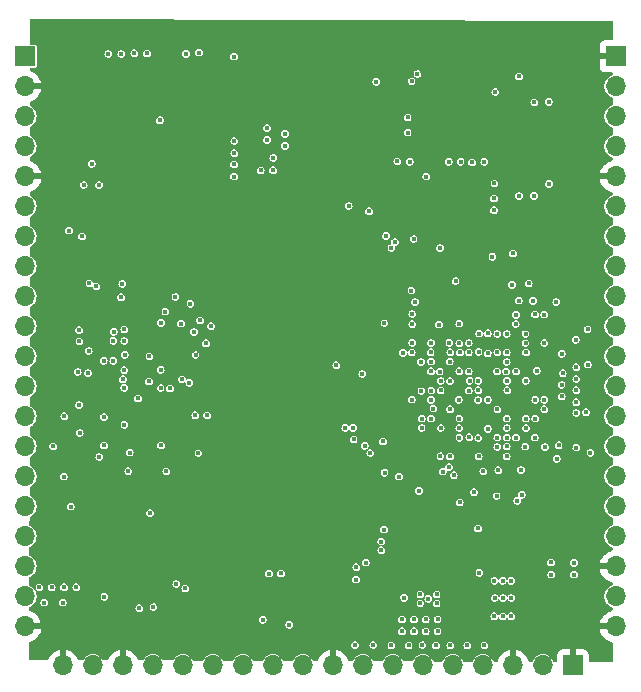
<source format=gbr>
%TF.GenerationSoftware,KiCad,Pcbnew,(7.0.0)*%
%TF.CreationDate,2023-03-20T12:13:36+05:30*%
%TF.ProjectId,IMRT1160_DB,494d5254-3131-4363-905f-44422e6b6963,rev?*%
%TF.SameCoordinates,Original*%
%TF.FileFunction,Copper,L2,Inr*%
%TF.FilePolarity,Positive*%
%FSLAX46Y46*%
G04 Gerber Fmt 4.6, Leading zero omitted, Abs format (unit mm)*
G04 Created by KiCad (PCBNEW (7.0.0)) date 2023-03-20 12:13:36*
%MOMM*%
%LPD*%
G01*
G04 APERTURE LIST*
%TA.AperFunction,ComponentPad*%
%ADD10R,1.700000X1.700000*%
%TD*%
%TA.AperFunction,ComponentPad*%
%ADD11O,1.700000X1.700000*%
%TD*%
%TA.AperFunction,ViaPad*%
%ADD12C,0.450000*%
%TD*%
G04 APERTURE END LIST*
D10*
%TO.N,GND*%
%TO.C,J5*%
X164624999Y-76679999D03*
D11*
%TO.N,USB_VBUS*%
X164624999Y-79219999D03*
%TO.N,USB_DP*%
X164624999Y-81759999D03*
%TO.N,USB_DN*%
X164624999Y-84299999D03*
%TO.N,GND*%
X164624999Y-86839999D03*
%TO.N,UART_RX*%
X164624999Y-89379999D03*
%TO.N,UART_TX*%
X164624999Y-91919999D03*
%TO.N,PUMP*%
X164624999Y-94459999D03*
%TO.N,BUCK_5V_EN*%
X164624999Y-96999999D03*
%TO.N,BTN_SERVICE*%
X164624999Y-99539999D03*
%TO.N,IC_PUMP*%
X164624999Y-102079999D03*
%TO.N,BUZZER*%
X164624999Y-104619999D03*
%TO.N,DEVICE_ON*%
X164624999Y-107159999D03*
%TO.N,LCD_BKLT*%
X164624999Y-109699999D03*
%TO.N,P2SENSE*%
X164624999Y-112239999D03*
%TO.N,P1SENSE*%
X164624999Y-114779999D03*
%TO.N,DCDC_IN*%
X164624999Y-117319999D03*
%TO.N,GND*%
X164624999Y-119859999D03*
%TO.N,unconnected-(J5-Pin_19-Pad19)*%
X164624999Y-122399999D03*
%TO.N,GND*%
X164624999Y-124939999D03*
%TD*%
D10*
%TO.N,DCDC_IN*%
%TO.C,J4*%
X114649999Y-76674999D03*
D11*
%TO.N,GND*%
X114649999Y-79214999D03*
%TO.N,LED_A*%
X114649999Y-81754999D03*
%TO.N,LED_K*%
X114649999Y-84294999D03*
%TO.N,GND*%
X114649999Y-86834999D03*
%TO.N,SWDIO*%
X114649999Y-89374999D03*
%TO.N,SWCLK*%
X114649999Y-91914999D03*
%TO.N,CHRG_LED*%
X114649999Y-94454999D03*
%TO.N,PVALVE3*%
X114649999Y-96994999D03*
%TO.N,PVALVE1*%
X114649999Y-99534999D03*
%TO.N,BTN_DOWN*%
X114649999Y-102074999D03*
%TO.N,BTN_DEC*%
X114649999Y-104614999D03*
%TO.N,BTN_UP*%
X114649999Y-107154999D03*
%TO.N,I2C1_SCL*%
X114649999Y-109694999D03*
%TO.N,I2C1_SDA*%
X114649999Y-112234999D03*
%TO.N,BTN_START*%
X114649999Y-114774999D03*
%TO.N,BTN_MODE*%
X114649999Y-117314999D03*
%TO.N,BTN_INC*%
X114649999Y-119854999D03*
%TO.N,DCDC_IN*%
X114649999Y-122394999D03*
%TO.N,GND*%
X114649999Y-124934999D03*
%TD*%
D10*
%TO.N,GND*%
%TO.C,J3*%
X161024999Y-128249999D03*
D11*
%TO.N,DCDC_IN*%
X158484999Y-128249999D03*
%TO.N,GND*%
X155944999Y-128249999D03*
%TO.N,5V*%
X153404999Y-128249999D03*
X150864999Y-128249999D03*
X148324999Y-128249999D03*
X145784999Y-128249999D03*
X143244999Y-128249999D03*
%TO.N,GND*%
X140704999Y-128249999D03*
%TO.N,NRST*%
X138164999Y-128249999D03*
%TO.N,PVALVE2*%
X135624999Y-128249999D03*
%TO.N,I2C2_SDA*%
X133084999Y-128249999D03*
%TO.N,I2C2_SCL*%
X130544999Y-128249999D03*
%TO.N,CAPSENSE*%
X128004999Y-128249999D03*
%TO.N,CHRG_OK*%
X125464999Y-128249999D03*
%TO.N,GND*%
X122924999Y-128249999D03*
%TO.N,DCDC_IN*%
X120384999Y-128249999D03*
%TO.N,GND*%
X117844999Y-128249999D03*
%TD*%
D12*
%TO.N,VDD_SOC*%
X151425000Y-114450000D03*
X151385000Y-103345000D03*
X152985000Y-105765000D03*
X152185000Y-103345000D03*
X151075000Y-95700000D03*
X153007954Y-104941592D03*
X153010000Y-104145000D03*
X152260000Y-104145000D03*
X153810000Y-105745000D03*
X152650000Y-113575000D03*
X151350000Y-105750000D03*
X152200000Y-104975000D03*
X152975000Y-116650000D03*
%TO.N,GND*%
X149010000Y-108195000D03*
X116025000Y-126100000D03*
X117075000Y-124500000D03*
X154525000Y-115475000D03*
X155340000Y-89700000D03*
X155340000Y-88700000D03*
X155850000Y-95000000D03*
X127125000Y-76825000D03*
X148975000Y-100125000D03*
X130725000Y-83150000D03*
X129850000Y-83150000D03*
X144712500Y-125000000D03*
X118875000Y-83337500D03*
X156600000Y-83525000D03*
X124450000Y-76800000D03*
X157650000Y-113975000D03*
X153009999Y-106613516D03*
X157850000Y-115575000D03*
X160100000Y-84825000D03*
X149825000Y-94825000D03*
X151410000Y-109813515D03*
X134582000Y-85272000D03*
X150681340Y-105742675D03*
X153025000Y-107345000D03*
X129035000Y-100984011D03*
X123750000Y-106200000D03*
X128725000Y-99150000D03*
X122085000Y-99220000D03*
X129035000Y-106070000D03*
X125550000Y-81650000D03*
X116025000Y-124500000D03*
X141650000Y-120950000D03*
X148350000Y-78825000D03*
X120325000Y-85025000D03*
X151075000Y-94175000D03*
X159150000Y-111550000D03*
X158675000Y-97400000D03*
X126360000Y-97059520D03*
X125175000Y-104775000D03*
X159793978Y-87473000D03*
X119275000Y-76225000D03*
X154550000Y-104150000D03*
X155410000Y-97350000D03*
X156625000Y-112650000D03*
X144100000Y-82900000D03*
X161300000Y-108820000D03*
X160025000Y-117175000D03*
X157870000Y-109750000D03*
X148850000Y-76575000D03*
X155455000Y-78375000D03*
X159125000Y-123025000D03*
X123475000Y-108375000D03*
X121825000Y-87575000D03*
X139350000Y-78775000D03*
X158350000Y-80325000D03*
X136850000Y-78800000D03*
X160125000Y-82225000D03*
X129800000Y-82275000D03*
X156650000Y-84825000D03*
X153750000Y-108950000D03*
X161325000Y-107895000D03*
X136475000Y-76550000D03*
X160125000Y-83550000D03*
X151425000Y-115400000D03*
X119210000Y-101745000D03*
X145689931Y-97883000D03*
X162275000Y-100800000D03*
X149432500Y-120692500D03*
X151400000Y-98500000D03*
X156941486Y-105745000D03*
X116975000Y-110275000D03*
X154560000Y-102545000D03*
X151850000Y-111875000D03*
X153810000Y-100895000D03*
X140825000Y-82900000D03*
X148092500Y-120702500D03*
X150725000Y-92875000D03*
X125635000Y-111820000D03*
X160825000Y-117175000D03*
X152500000Y-84600000D03*
X159325000Y-118300000D03*
X122070061Y-109634220D03*
X158625000Y-115575000D03*
X143850000Y-78400000D03*
X151500000Y-84600000D03*
X122225000Y-77000000D03*
X118950000Y-82250000D03*
X126103484Y-101668645D03*
X129310000Y-108720000D03*
X118625000Y-87575000D03*
X146425000Y-111475000D03*
X158613628Y-100080815D03*
X151350000Y-96950000D03*
X148244900Y-106554900D03*
X160243978Y-86798000D03*
X154800000Y-78125000D03*
X148042500Y-119782500D03*
X128875000Y-76825000D03*
X157010001Y-99276484D03*
X118050000Y-83325000D03*
X142350000Y-78825000D03*
X156260000Y-108145000D03*
X151478514Y-106545000D03*
X141600000Y-103475000D03*
X130475000Y-84200000D03*
X120425000Y-75075000D03*
X117950000Y-75075000D03*
X151410000Y-102545000D03*
X154578559Y-105634381D03*
X162300000Y-101750000D03*
X153035000Y-103220000D03*
X153840096Y-99309766D03*
X160100000Y-108350000D03*
X160743978Y-87473000D03*
X132300000Y-75150000D03*
X154609999Y-110613515D03*
X161000000Y-113975000D03*
X140850000Y-78775000D03*
X119235000Y-98870000D03*
X157020000Y-103350000D03*
X152210000Y-102495000D03*
X119210000Y-107150000D03*
X121785000Y-97070000D03*
X153810000Y-106613514D03*
X153505750Y-84605750D03*
X144712500Y-122275000D03*
X151435000Y-104170000D03*
X144712500Y-124300000D03*
X154600000Y-104900000D03*
X155410001Y-99276484D03*
X154450000Y-78750000D03*
X122410000Y-111795000D03*
X152210000Y-99276486D03*
X119262500Y-109547500D03*
X150500000Y-84600000D03*
X156625000Y-82200000D03*
X118100000Y-126100000D03*
X156260000Y-101745000D03*
X151360000Y-104945000D03*
X157075000Y-89000000D03*
X149452500Y-119812500D03*
X148210000Y-103332000D03*
X151434568Y-100044375D03*
X130035000Y-106070000D03*
X152725000Y-115200000D03*
X161125000Y-123025000D03*
X148762500Y-120202500D03*
X151425000Y-116650000D03*
X158325000Y-87825000D03*
X156258000Y-110550000D03*
X119170000Y-91250000D03*
X118100000Y-124500000D03*
X154675000Y-112700000D03*
X117075000Y-126100000D03*
X117900000Y-112825000D03*
X144712500Y-122950000D03*
%TO.N,Net-(U1A-DCDC_PSWITCH)*%
X142667431Y-119932569D03*
X148200000Y-108140000D03*
%TO.N,/MCU_POWER/VDD_SNVS_DIG*%
X156985000Y-109720000D03*
%TO.N,DCDC_1V8*%
X154625000Y-106575000D03*
X157830000Y-105750000D03*
X160150000Y-103500000D03*
X152250000Y-108925000D03*
X153425000Y-111822000D03*
X150610000Y-106550000D03*
X161300000Y-106870000D03*
X161300000Y-105960000D03*
X157948591Y-103296059D03*
X151410000Y-107345000D03*
%TO.N,VDD_1P0*%
X153810482Y-108212933D03*
X153808176Y-101815727D03*
%TO.N,Net-(U1A-VDDA_ADC_3P3)*%
X155460000Y-104945000D03*
%TO.N,Net-(U1A-VDD_MIPI_1P8)*%
X153025000Y-101700000D03*
X161300000Y-104950000D03*
X154600000Y-103350000D03*
%TO.N,Net-(U1A-VDD_USB_3P3)*%
X161300000Y-103000000D03*
X155400000Y-102550000D03*
%TO.N,DCDC_IN*%
X161300000Y-104000000D03*
X129310000Y-110270000D03*
X155405000Y-110545000D03*
X115850000Y-121625000D03*
X155775000Y-124075000D03*
X149472500Y-123002500D03*
X126149500Y-109620000D03*
X149770000Y-92900000D03*
X161100000Y-119550000D03*
X119210000Y-106190000D03*
X132325000Y-85825000D03*
X154365000Y-124075000D03*
X135275000Y-120475000D03*
X155085000Y-122535000D03*
X161300000Y-109795000D03*
X159150000Y-119525000D03*
X135650000Y-85275000D03*
X155400000Y-100180000D03*
X160075000Y-105450000D03*
X116262500Y-122925000D03*
X154375000Y-87425000D03*
X154550000Y-113900000D03*
X119235000Y-100795000D03*
X142650000Y-120975000D03*
X155785000Y-121085000D03*
X130035000Y-107075000D03*
X119600000Y-87575000D03*
X154375000Y-121085000D03*
X154450000Y-79705000D03*
X155795000Y-122535000D03*
X147200000Y-85600000D03*
X151410000Y-108970000D03*
X122760000Y-97070000D03*
X129035000Y-107070000D03*
X156455000Y-78375000D03*
X151400000Y-100980000D03*
X155410000Y-101745000D03*
X148102500Y-122222500D03*
X147015000Y-81850000D03*
X144375000Y-78825000D03*
X154385000Y-122535000D03*
X132350000Y-84875000D03*
X150575000Y-102525000D03*
X116891666Y-121625000D03*
X155065000Y-124075000D03*
X124950000Y-76425000D03*
X119210000Y-99850000D03*
X136650000Y-83225000D03*
X117825000Y-122925000D03*
X126585000Y-111820000D03*
X149830000Y-108150000D03*
X157000000Y-100180000D03*
X123365000Y-111795000D03*
X149472500Y-122222500D03*
X148775000Y-122600000D03*
X120900000Y-87575000D03*
X154610000Y-109745000D03*
X155358944Y-103360135D03*
X118975000Y-121625000D03*
X117933332Y-121625000D03*
X123060000Y-101942480D03*
X148102500Y-122972500D03*
X150610000Y-104170000D03*
X126149500Y-99225000D03*
X155405000Y-107350000D03*
X146722500Y-122522500D03*
X129060000Y-101970000D03*
X135125000Y-82750000D03*
X147015000Y-83125000D03*
X119260000Y-108570000D03*
X155075000Y-121085000D03*
X132325000Y-76700000D03*
X149207333Y-106500764D03*
X127360000Y-97045000D03*
%TO.N,LED_A*%
X147850000Y-78175000D03*
%TO.N,LED_K*%
X147350000Y-78775000D03*
%TO.N,LCD_RST*%
X146150000Y-85575000D03*
X147525000Y-92150000D03*
%TO.N,SD_2*%
X121675000Y-76475000D03*
X132325000Y-86850000D03*
X148600000Y-86850000D03*
%TO.N,SD_3*%
X135625000Y-86325000D03*
X134575000Y-86325000D03*
X122775000Y-76475000D03*
X155932713Y-93367287D03*
%TO.N,SD_CMD*%
X158595213Y-98545213D03*
X132350000Y-83850000D03*
X123880000Y-76410000D03*
%TO.N,SD_CLK*%
X157000000Y-100950000D03*
X126045213Y-82079787D03*
%TO.N,SD_0*%
X128250000Y-76450000D03*
X157800000Y-98525000D03*
X136650000Y-84250000D03*
%TO.N,SD_1*%
X159597000Y-97475000D03*
X135125000Y-83750000D03*
X129360000Y-76360000D03*
%TO.N,SDL_CD*%
X120275000Y-85775000D03*
X158600000Y-105750000D03*
%TO.N,QSPI_CS*%
X160074992Y-101849992D03*
X156445000Y-88500000D03*
%TO.N,A1*%
X145650000Y-92900000D03*
X142025000Y-89350000D03*
%TO.N,A0*%
X147656839Y-97468161D03*
X123035011Y-104732000D03*
%TO.N,Net-(U1A-VDD_LPSR_DIG)*%
X154610000Y-108950000D03*
%TO.N,Net-(U1A-VDD_LPSR_ANA)*%
X155405000Y-108145000D03*
%TO.N,Net-(U1A-VDD_USB_1P8)*%
X160050000Y-104500000D03*
X155440000Y-104145000D03*
%TO.N,A8*%
X127910000Y-104034531D03*
X147409780Y-99348979D03*
%TO.N,A9*%
X147420421Y-98494224D03*
X125110000Y-104196011D03*
%TO.N,Net-(U1C-GPIO_DISP_B1_08)*%
X157625000Y-97375000D03*
%TO.N,Net-(U1C-GPIO_DISP_B1_09)*%
X154330000Y-89700000D03*
X156172000Y-99345001D03*
%TO.N,Net-(U1C-GPIO_DISP_B1_10)*%
X156200000Y-98550000D03*
X154330000Y-88700000D03*
%TO.N,Net-(U1C-GPIO_DISP_B1_11)*%
X156435000Y-97350000D03*
%TO.N,A11*%
X145950000Y-92400000D03*
X143750000Y-89800000D03*
%TO.N,A3*%
X124185000Y-105645000D03*
X149675931Y-99391276D03*
%TO.N,Net-(U1C-GPIO_DISP_B1_06)*%
X153810001Y-100122000D03*
X157278000Y-95903500D03*
%TO.N,Net-(U1C-GPIO_DISP_B1_07)*%
X154610000Y-101750000D03*
X162275000Y-102772000D03*
%TO.N,Net-(U1C-GPIO_DISP_B2_04)*%
X150500000Y-85600000D03*
X151400000Y-99300000D03*
%TO.N,Net-(U1C-GPIO_DISP_B2_05)*%
X153505750Y-85605750D03*
X153078514Y-100145000D03*
%TO.N,Net-(U1C-GPIO_DISP_B2_00)*%
X151450000Y-101750000D03*
X152478000Y-85660000D03*
%TO.N,Net-(U1C-GPIO_DISP_B2_01)*%
X155850000Y-96010000D03*
X152200000Y-101725000D03*
%TO.N,A7*%
X145057799Y-99256989D03*
X128535000Y-104307000D03*
%TO.N,A4*%
X149010791Y-100944808D03*
X126910000Y-104795000D03*
%TO.N,Net-(U1C-GPIO_DISP_B2_02)*%
X152200000Y-100950000D03*
X162250000Y-99775000D03*
%TO.N,Net-(U1C-GPIO_DISP_B2_03)*%
X151500000Y-85600000D03*
X150558500Y-100930265D03*
%TO.N,Net-(U1G-ONOFF)*%
X153039500Y-110545000D03*
X136285000Y-120450000D03*
%TO.N,DQ11*%
X128635000Y-97620000D03*
X127835000Y-99308001D03*
%TO.N,DQ8*%
X140973141Y-102831859D03*
X147359673Y-101739287D03*
%TO.N,DQ3*%
X147344132Y-96504840D03*
X122135000Y-99995000D03*
%TO.N,SDWE*%
X148964466Y-101724785D03*
X121280595Y-102444328D03*
%TO.N,SDCS*%
X150639449Y-101729538D03*
X119085000Y-103395000D03*
%TO.N,DQ1*%
X123035011Y-99795000D03*
X146624411Y-101784411D03*
%TO.N,DQ0*%
X147410011Y-100937583D03*
X122862344Y-95949989D03*
%TO.N,DQ5*%
X143185000Y-103570000D03*
X148153511Y-102548640D03*
X129935000Y-100970000D03*
X122110352Y-100764602D03*
%TO.N,QSPI_IO_3*%
X157750000Y-80575000D03*
X161250000Y-100675000D03*
%TO.N,BA0*%
X130385000Y-99520000D03*
X122910000Y-104020000D03*
%TO.N,DQ2*%
X149000000Y-102525000D03*
X120671170Y-96159239D03*
%TO.N,SDCKE*%
X149010000Y-103345000D03*
X126110001Y-104764194D03*
%TO.N,QSPI_CLK*%
X158975000Y-80525000D03*
X157050000Y-101750000D03*
%TO.N,DQ15*%
X128935000Y-100008000D03*
X126513713Y-98286737D03*
%TO.N,BA1*%
X125163534Y-102077675D03*
X122097332Y-102461613D03*
%TO.N,DQ7*%
X129435000Y-99032000D03*
X123035011Y-100770000D03*
%TO.N,DQ6*%
X149827613Y-104162109D03*
X120010000Y-101620000D03*
%TO.N,DQ4*%
X149725500Y-103361781D03*
X120080069Y-95890069D03*
%TO.N,QSPI_IO_2*%
X158985000Y-87474300D03*
X156200000Y-103350000D03*
%TO.N,QSPI_IO_1*%
X157725000Y-88475000D03*
X157011965Y-104137672D03*
%TO.N,SDRAS*%
X149035000Y-104970000D03*
X119955681Y-103487866D03*
%TO.N,SDCAS*%
X123035011Y-103245000D03*
X126110000Y-103220000D03*
%TO.N,DQ16*%
X147370415Y-105742904D03*
X121310000Y-107220000D03*
%TO.N,DQ18*%
X148189785Y-105008000D03*
X123043489Y-107878473D03*
%TO.N,DQ17*%
X149010000Y-105745000D03*
X144798000Y-118497853D03*
%TO.N,DQ28*%
X142385000Y-108128844D03*
X149810000Y-104945000D03*
%TO.N,DQ26*%
X148997510Y-107346471D03*
X143377920Y-109645000D03*
%TO.N,UART_RX*%
X157825000Y-107350000D03*
%TO.N,DQ20*%
X142444855Y-109104855D03*
X123485000Y-110220000D03*
%TO.N,DQ23*%
X146300000Y-112250000D03*
X144798000Y-117757569D03*
%TO.N,DQ29*%
X148210452Y-107346460D03*
X141735498Y-108128833D03*
%TO.N,UART_TX*%
X157010000Y-107340000D03*
%TO.N,DQ21*%
X143865920Y-110270000D03*
X120910000Y-110595000D03*
%TO.N,DQM2*%
X143475000Y-119538000D03*
X144922276Y-109282276D03*
%TO.N,GPIO_LPSR_02*%
X159175000Y-120560000D03*
X156297000Y-114300000D03*
%TO.N,DQ19*%
X125200000Y-115350000D03*
X121310000Y-109620000D03*
%TO.N,DQ22*%
X145063000Y-111940000D03*
X145025000Y-116750000D03*
%TO.N,GPIO_LPSR_03*%
X156672000Y-113800000D03*
X161100000Y-120560000D03*
%TO.N,USB_VBUS*%
X158600000Y-100955000D03*
%TO.N,SWDIO*%
X150524338Y-111450664D03*
X118360000Y-91430000D03*
%TO.N,SWCLK*%
X119460000Y-91925011D03*
X149800000Y-110525000D03*
%TO.N,CHRG_LED*%
X145200000Y-91878000D03*
%TO.N,PVALVE3*%
X154200000Y-93640000D03*
%TO.N,PVALVE1*%
X154620000Y-100179500D03*
%TO.N,BTN_DOWN*%
X158600000Y-106550000D03*
X125500000Y-123300000D03*
%TO.N,BTN_DEC*%
X162121500Y-106800500D03*
X124300000Y-123400000D03*
%TO.N,BTN_UP*%
X117950000Y-107150000D03*
X150000000Y-111828664D03*
%TO.N,I2C1_SCL*%
X117000000Y-109700000D03*
X151400000Y-108150000D03*
%TO.N,I2C1_SDA*%
X117900000Y-112250000D03*
X150600000Y-110550000D03*
X147990000Y-113453000D03*
%TO.N,BTN_START*%
X150924787Y-112134787D03*
X118500000Y-114800000D03*
%TO.N,BTN_MODE*%
X155400000Y-109700000D03*
%TO.N,BTN_INC*%
X157050000Y-108150000D03*
%TO.N,5V*%
X146550000Y-124350000D03*
X149425000Y-126550000D03*
X148275000Y-126525000D03*
X148550000Y-124350000D03*
X147550000Y-124350000D03*
X153525000Y-126550000D03*
X145650000Y-126550000D03*
X152075000Y-126550000D03*
X149550000Y-125350000D03*
X142575000Y-126525000D03*
X146550000Y-125350000D03*
X150625000Y-126550000D03*
X144112500Y-126525000D03*
X149550000Y-124350000D03*
X147550000Y-125350000D03*
X148550000Y-125350000D03*
X147100000Y-126550000D03*
%TO.N,NRST*%
X121350000Y-122425000D03*
%TO.N,PVALVE2*%
X155400000Y-108950000D03*
X153100000Y-120400000D03*
%TO.N,I2C2_SDA*%
X158650000Y-109750000D03*
%TO.N,I2C2_SCL*%
X157789541Y-108960321D03*
%TO.N,CAPSENSE*%
X137000000Y-124800000D03*
X159800000Y-109600000D03*
%TO.N,CHRG_OK*%
X134750000Y-124375000D03*
X159650000Y-110750000D03*
%TO.N,IC_PUMP*%
X162500000Y-110250000D03*
%TO.N,PUMP*%
X156200000Y-108950000D03*
%TO.N,POR_B*%
X127425000Y-121350000D03*
X153000000Y-109000000D03*
%TO.N,VDD_SNVS_ANA*%
X154700000Y-111725000D03*
X156605000Y-111695000D03*
X128200000Y-121731011D03*
%TD*%
%TA.AperFunction,Conductor*%
%TO.N,GND*%
G36*
X164326452Y-73675460D02*
G01*
X164361003Y-73689865D01*
X164375302Y-73724461D01*
X164375282Y-75273001D01*
X164360930Y-75307648D01*
X164326282Y-75322000D01*
X163727730Y-75322000D01*
X163725095Y-75322141D01*
X163668951Y-75328177D01*
X163663038Y-75329574D01*
X163532320Y-75378329D01*
X163526230Y-75381655D01*
X163414900Y-75464996D01*
X163409996Y-75469900D01*
X163326655Y-75581230D01*
X163323329Y-75587320D01*
X163274574Y-75718038D01*
X163273177Y-75723951D01*
X163267141Y-75780095D01*
X163267000Y-75782730D01*
X163267000Y-76416253D01*
X163269854Y-76423145D01*
X163276747Y-76426000D01*
X164375267Y-76426000D01*
X164375260Y-76934000D01*
X163276747Y-76934000D01*
X163269854Y-76936854D01*
X163267000Y-76943747D01*
X163267000Y-77577270D01*
X163267141Y-77579904D01*
X163273177Y-77636048D01*
X163274574Y-77641961D01*
X163323329Y-77772679D01*
X163326655Y-77778769D01*
X163409996Y-77890099D01*
X163414900Y-77895003D01*
X163526230Y-77978344D01*
X163532320Y-77981670D01*
X163663038Y-78030425D01*
X163668951Y-78031822D01*
X163725095Y-78037858D01*
X163727730Y-78038000D01*
X164326244Y-78038000D01*
X164350744Y-78044565D01*
X164368680Y-78062500D01*
X164375244Y-78087001D01*
X164375241Y-78266153D01*
X164365598Y-78295341D01*
X164340466Y-78313042D01*
X164261806Y-78336904D01*
X164261804Y-78336904D01*
X164259499Y-78337604D01*
X164257373Y-78338740D01*
X164257369Y-78338742D01*
X164096499Y-78424728D01*
X164096493Y-78424731D01*
X164094375Y-78425864D01*
X164092518Y-78427387D01*
X164092512Y-78427392D01*
X163951505Y-78543114D01*
X163951500Y-78543118D01*
X163949643Y-78544643D01*
X163948118Y-78546500D01*
X163948114Y-78546505D01*
X163832392Y-78687512D01*
X163832387Y-78687518D01*
X163830864Y-78689375D01*
X163829731Y-78691493D01*
X163829728Y-78691499D01*
X163743742Y-78852369D01*
X163743740Y-78852373D01*
X163742604Y-78854499D01*
X163741905Y-78856802D01*
X163741903Y-78856808D01*
X163688950Y-79031368D01*
X163688948Y-79031377D01*
X163688253Y-79033669D01*
X163688017Y-79036056D01*
X163688017Y-79036061D01*
X163676891Y-79149032D01*
X163669901Y-79220000D01*
X163688253Y-79406331D01*
X163688948Y-79408624D01*
X163688950Y-79408631D01*
X163741903Y-79583191D01*
X163742604Y-79585501D01*
X163830864Y-79750625D01*
X163949643Y-79895357D01*
X164094375Y-80014136D01*
X164259499Y-80102396D01*
X164340441Y-80126949D01*
X164365573Y-80144649D01*
X164375216Y-80173839D01*
X164375207Y-80806163D01*
X164365564Y-80835351D01*
X164340432Y-80853052D01*
X164261806Y-80876904D01*
X164261804Y-80876904D01*
X164259499Y-80877604D01*
X164257373Y-80878740D01*
X164257369Y-80878742D01*
X164096499Y-80964728D01*
X164096493Y-80964731D01*
X164094375Y-80965864D01*
X164092518Y-80967387D01*
X164092512Y-80967392D01*
X163951505Y-81083114D01*
X163951500Y-81083118D01*
X163949643Y-81084643D01*
X163948118Y-81086500D01*
X163948114Y-81086505D01*
X163832392Y-81227512D01*
X163832387Y-81227518D01*
X163830864Y-81229375D01*
X163829731Y-81231493D01*
X163829728Y-81231499D01*
X163743742Y-81392369D01*
X163743740Y-81392373D01*
X163742604Y-81394499D01*
X163741905Y-81396802D01*
X163741903Y-81396808D01*
X163688950Y-81571368D01*
X163688948Y-81571377D01*
X163688253Y-81573669D01*
X163688017Y-81576056D01*
X163688017Y-81576061D01*
X163681596Y-81641255D01*
X163669901Y-81760000D01*
X163670137Y-81762396D01*
X163687760Y-81941331D01*
X163688253Y-81946331D01*
X163688948Y-81948624D01*
X163688950Y-81948631D01*
X163741087Y-82120501D01*
X163742604Y-82125501D01*
X163743742Y-82127630D01*
X163827055Y-82283500D01*
X163830864Y-82290625D01*
X163949643Y-82435357D01*
X164094375Y-82554136D01*
X164259499Y-82642396D01*
X164340406Y-82666939D01*
X164365539Y-82684639D01*
X164375182Y-82713829D01*
X164375174Y-83346174D01*
X164365531Y-83375362D01*
X164340398Y-83393063D01*
X164261808Y-83416903D01*
X164261802Y-83416905D01*
X164259499Y-83417604D01*
X164257373Y-83418740D01*
X164257369Y-83418742D01*
X164096499Y-83504728D01*
X164096493Y-83504731D01*
X164094375Y-83505864D01*
X164092518Y-83507387D01*
X164092512Y-83507392D01*
X163951505Y-83623114D01*
X163951500Y-83623118D01*
X163949643Y-83624643D01*
X163948118Y-83626500D01*
X163948114Y-83626505D01*
X163832392Y-83767512D01*
X163832387Y-83767518D01*
X163830864Y-83769375D01*
X163829731Y-83771493D01*
X163829728Y-83771499D01*
X163743742Y-83932369D01*
X163743740Y-83932373D01*
X163742604Y-83934499D01*
X163741905Y-83936802D01*
X163741903Y-83936808D01*
X163688950Y-84111368D01*
X163688948Y-84111377D01*
X163688253Y-84113669D01*
X163688017Y-84116056D01*
X163688017Y-84116061D01*
X163674410Y-84254219D01*
X163669901Y-84300000D01*
X163670137Y-84302396D01*
X163687760Y-84481331D01*
X163688253Y-84486331D01*
X163688948Y-84488624D01*
X163688950Y-84488631D01*
X163741087Y-84660501D01*
X163742604Y-84665501D01*
X163743742Y-84667630D01*
X163827055Y-84823500D01*
X163830864Y-84830625D01*
X163832391Y-84832486D01*
X163832392Y-84832487D01*
X163944011Y-84968494D01*
X163949643Y-84975357D01*
X164094375Y-85094136D01*
X164259499Y-85182396D01*
X164340373Y-85206929D01*
X164365505Y-85224629D01*
X164375148Y-85253818D01*
X164375146Y-85463414D01*
X164363537Y-85495083D01*
X164334212Y-85511746D01*
X164292485Y-85518709D01*
X164288569Y-85519701D01*
X164079542Y-85591460D01*
X164075847Y-85593081D01*
X163881484Y-85698265D01*
X163878098Y-85700477D01*
X163703699Y-85836218D01*
X163700730Y-85838950D01*
X163551043Y-86001553D01*
X163548568Y-86004734D01*
X163427687Y-86189756D01*
X163425770Y-86193298D01*
X163336989Y-86395697D01*
X163335682Y-86399502D01*
X163290293Y-86578744D01*
X163290601Y-86584330D01*
X163295940Y-86586000D01*
X164375132Y-86586000D01*
X164375126Y-87094000D01*
X163295940Y-87094000D01*
X163290601Y-87095669D01*
X163290293Y-87101255D01*
X163335682Y-87280497D01*
X163336989Y-87284302D01*
X163425770Y-87486701D01*
X163427687Y-87490243D01*
X163548568Y-87675265D01*
X163551043Y-87678446D01*
X163700730Y-87841049D01*
X163703699Y-87843781D01*
X163878098Y-87979522D01*
X163881484Y-87981734D01*
X164075847Y-88086918D01*
X164079542Y-88088539D01*
X164288571Y-88160299D01*
X164292484Y-88161290D01*
X164334175Y-88168247D01*
X164363501Y-88184911D01*
X164375110Y-88216580D01*
X164375107Y-88426194D01*
X164365464Y-88455382D01*
X164340331Y-88473083D01*
X164261808Y-88496903D01*
X164261802Y-88496905D01*
X164259499Y-88497604D01*
X164257373Y-88498740D01*
X164257369Y-88498742D01*
X164096499Y-88584728D01*
X164096493Y-88584731D01*
X164094375Y-88585864D01*
X164092518Y-88587387D01*
X164092512Y-88587392D01*
X163951505Y-88703114D01*
X163951500Y-88703118D01*
X163949643Y-88704643D01*
X163948118Y-88706500D01*
X163948114Y-88706505D01*
X163832392Y-88847512D01*
X163832387Y-88847518D01*
X163830864Y-88849375D01*
X163829731Y-88851493D01*
X163829728Y-88851499D01*
X163743742Y-89012369D01*
X163743740Y-89012373D01*
X163742604Y-89014499D01*
X163741905Y-89016802D01*
X163741903Y-89016808D01*
X163688950Y-89191368D01*
X163688948Y-89191377D01*
X163688253Y-89193669D01*
X163688017Y-89196056D01*
X163688017Y-89196061D01*
X163683574Y-89241174D01*
X163669901Y-89380000D01*
X163670137Y-89382396D01*
X163687760Y-89561331D01*
X163688253Y-89566331D01*
X163688948Y-89568624D01*
X163688950Y-89568631D01*
X163741087Y-89740501D01*
X163742604Y-89745501D01*
X163743742Y-89747630D01*
X163827055Y-89903500D01*
X163830864Y-89910625D01*
X163832391Y-89912486D01*
X163832392Y-89912487D01*
X163890659Y-89983485D01*
X163949643Y-90055357D01*
X164094375Y-90174136D01*
X164259499Y-90262396D01*
X164340306Y-90286908D01*
X164365438Y-90304609D01*
X164375081Y-90333799D01*
X164375073Y-90966204D01*
X164365430Y-90995392D01*
X164340298Y-91013093D01*
X164261806Y-91036904D01*
X164261804Y-91036904D01*
X164259499Y-91037604D01*
X164257373Y-91038740D01*
X164257369Y-91038742D01*
X164096499Y-91124728D01*
X164096493Y-91124731D01*
X164094375Y-91125864D01*
X164092518Y-91127387D01*
X164092512Y-91127392D01*
X163951505Y-91243114D01*
X163951500Y-91243118D01*
X163949643Y-91244643D01*
X163948118Y-91246500D01*
X163948114Y-91246505D01*
X163832392Y-91387512D01*
X163832387Y-91387518D01*
X163830864Y-91389375D01*
X163829731Y-91391493D01*
X163829728Y-91391499D01*
X163743742Y-91552369D01*
X163743740Y-91552373D01*
X163742604Y-91554499D01*
X163741905Y-91556802D01*
X163741903Y-91556808D01*
X163688950Y-91731368D01*
X163688948Y-91731377D01*
X163688253Y-91733669D01*
X163688017Y-91736056D01*
X163688017Y-91736061D01*
X163675440Y-91863760D01*
X163669901Y-91920000D01*
X163670137Y-91922396D01*
X163687760Y-92101331D01*
X163688253Y-92106331D01*
X163688948Y-92108624D01*
X163688950Y-92108631D01*
X163741087Y-92280501D01*
X163742604Y-92285501D01*
X163743742Y-92287630D01*
X163827055Y-92443500D01*
X163830864Y-92450625D01*
X163832391Y-92452486D01*
X163832392Y-92452487D01*
X163933730Y-92575967D01*
X163949643Y-92595357D01*
X164094375Y-92714136D01*
X164259499Y-92802396D01*
X164340272Y-92826898D01*
X164365405Y-92844599D01*
X164375048Y-92873789D01*
X164375039Y-93506214D01*
X164365396Y-93535402D01*
X164340264Y-93553103D01*
X164261806Y-93576904D01*
X164261804Y-93576904D01*
X164259499Y-93577604D01*
X164257373Y-93578740D01*
X164257369Y-93578742D01*
X164096499Y-93664728D01*
X164096493Y-93664731D01*
X164094375Y-93665864D01*
X164092518Y-93667387D01*
X164092512Y-93667392D01*
X163951505Y-93783114D01*
X163951500Y-93783118D01*
X163949643Y-93784643D01*
X163948118Y-93786500D01*
X163948114Y-93786505D01*
X163832392Y-93927512D01*
X163832387Y-93927518D01*
X163830864Y-93929375D01*
X163829731Y-93931493D01*
X163829728Y-93931499D01*
X163743742Y-94092369D01*
X163743740Y-94092373D01*
X163742604Y-94094499D01*
X163741905Y-94096802D01*
X163741903Y-94096808D01*
X163688950Y-94271368D01*
X163688948Y-94271377D01*
X163688253Y-94273669D01*
X163669901Y-94460000D01*
X163670137Y-94462396D01*
X163687760Y-94641331D01*
X163688253Y-94646331D01*
X163688948Y-94648624D01*
X163688950Y-94648631D01*
X163741087Y-94820501D01*
X163742604Y-94825501D01*
X163743742Y-94827630D01*
X163827055Y-94983500D01*
X163830864Y-94990625D01*
X163949643Y-95135357D01*
X164094375Y-95254136D01*
X164259499Y-95342396D01*
X164340238Y-95366888D01*
X164365371Y-95384588D01*
X164375014Y-95413778D01*
X164375006Y-96046225D01*
X164365363Y-96075413D01*
X164340230Y-96093114D01*
X164261808Y-96116903D01*
X164261802Y-96116905D01*
X164259499Y-96117604D01*
X164257373Y-96118740D01*
X164257369Y-96118742D01*
X164096499Y-96204728D01*
X164096493Y-96204731D01*
X164094375Y-96205864D01*
X164092518Y-96207387D01*
X164092512Y-96207392D01*
X163951505Y-96323114D01*
X163951500Y-96323118D01*
X163949643Y-96324643D01*
X163948118Y-96326500D01*
X163948114Y-96326505D01*
X163832392Y-96467512D01*
X163832387Y-96467518D01*
X163830864Y-96469375D01*
X163829731Y-96471493D01*
X163829728Y-96471499D01*
X163743742Y-96632369D01*
X163743740Y-96632373D01*
X163742604Y-96634499D01*
X163741905Y-96636802D01*
X163741903Y-96636808D01*
X163688950Y-96811368D01*
X163688948Y-96811377D01*
X163688253Y-96813669D01*
X163688017Y-96816056D01*
X163688017Y-96816061D01*
X163673725Y-96961174D01*
X163669901Y-97000000D01*
X163670137Y-97002396D01*
X163687818Y-97181921D01*
X163688253Y-97186331D01*
X163688948Y-97188624D01*
X163688950Y-97188631D01*
X163741087Y-97360501D01*
X163742604Y-97365501D01*
X163743742Y-97367630D01*
X163827055Y-97523500D01*
X163830864Y-97530625D01*
X163832391Y-97532486D01*
X163832392Y-97532487D01*
X163879765Y-97590211D01*
X163949643Y-97675357D01*
X164094375Y-97794136D01*
X164259499Y-97882396D01*
X164340205Y-97906878D01*
X164365337Y-97924578D01*
X164374980Y-97953768D01*
X164374972Y-98586235D01*
X164365329Y-98615423D01*
X164340196Y-98633124D01*
X164261808Y-98656903D01*
X164261802Y-98656905D01*
X164259499Y-98657604D01*
X164257373Y-98658740D01*
X164257369Y-98658742D01*
X164096499Y-98744728D01*
X164096493Y-98744731D01*
X164094375Y-98745864D01*
X164092518Y-98747387D01*
X164092512Y-98747392D01*
X163951505Y-98863114D01*
X163951500Y-98863118D01*
X163949643Y-98864643D01*
X163948118Y-98866500D01*
X163948114Y-98866505D01*
X163832392Y-99007512D01*
X163832387Y-99007518D01*
X163830864Y-99009375D01*
X163829731Y-99011493D01*
X163829728Y-99011499D01*
X163743742Y-99172369D01*
X163743740Y-99172373D01*
X163742604Y-99174499D01*
X163741905Y-99176802D01*
X163741903Y-99176808D01*
X163688950Y-99351368D01*
X163688948Y-99351377D01*
X163688253Y-99353669D01*
X163688017Y-99356056D01*
X163688017Y-99356061D01*
X163672286Y-99515781D01*
X163669901Y-99540000D01*
X163670137Y-99542396D01*
X163687802Y-99721760D01*
X163688253Y-99726331D01*
X163688948Y-99728624D01*
X163688950Y-99728631D01*
X163741087Y-99900501D01*
X163742604Y-99905501D01*
X163743742Y-99907630D01*
X163829186Y-100067487D01*
X163830864Y-100070625D01*
X163832391Y-100072486D01*
X163832392Y-100072487D01*
X163875288Y-100124756D01*
X163949643Y-100215357D01*
X164094375Y-100334136D01*
X164259499Y-100422396D01*
X164340172Y-100446868D01*
X164365304Y-100464568D01*
X164374947Y-100493758D01*
X164374938Y-101126245D01*
X164365295Y-101155433D01*
X164340163Y-101173134D01*
X164261806Y-101196904D01*
X164261804Y-101196904D01*
X164259499Y-101197604D01*
X164257373Y-101198740D01*
X164257369Y-101198742D01*
X164096499Y-101284728D01*
X164096493Y-101284731D01*
X164094375Y-101285864D01*
X164092518Y-101287387D01*
X164092512Y-101287392D01*
X163951505Y-101403114D01*
X163951500Y-101403118D01*
X163949643Y-101404643D01*
X163948118Y-101406500D01*
X163948114Y-101406505D01*
X163832392Y-101547512D01*
X163832387Y-101547518D01*
X163830864Y-101549375D01*
X163829731Y-101551493D01*
X163829728Y-101551499D01*
X163743742Y-101712369D01*
X163743740Y-101712373D01*
X163742604Y-101714499D01*
X163741905Y-101716802D01*
X163741903Y-101716808D01*
X163688950Y-101891368D01*
X163688948Y-101891377D01*
X163688253Y-101893669D01*
X163688017Y-101896056D01*
X163688017Y-101896061D01*
X163675269Y-102025500D01*
X163669901Y-102080000D01*
X163670137Y-102082396D01*
X163687999Y-102263760D01*
X163688253Y-102266331D01*
X163688948Y-102268624D01*
X163688950Y-102268631D01*
X163740879Y-102439814D01*
X163742604Y-102445501D01*
X163743742Y-102447630D01*
X163827055Y-102603500D01*
X163830864Y-102610625D01*
X163832391Y-102612486D01*
X163832392Y-102612487D01*
X163883285Y-102674500D01*
X163949643Y-102755357D01*
X164094375Y-102874136D01*
X164259499Y-102962396D01*
X164340138Y-102986857D01*
X164365270Y-103004558D01*
X164374913Y-103033748D01*
X164374905Y-103666255D01*
X164365262Y-103695443D01*
X164340130Y-103713144D01*
X164261806Y-103736904D01*
X164261804Y-103736904D01*
X164259499Y-103737604D01*
X164257373Y-103738740D01*
X164257369Y-103738742D01*
X164096499Y-103824728D01*
X164096493Y-103824731D01*
X164094375Y-103825864D01*
X164092518Y-103827387D01*
X164092512Y-103827392D01*
X163951505Y-103943114D01*
X163951500Y-103943118D01*
X163949643Y-103944643D01*
X163948118Y-103946500D01*
X163948114Y-103946505D01*
X163832392Y-104087512D01*
X163832387Y-104087518D01*
X163830864Y-104089375D01*
X163829731Y-104091493D01*
X163829728Y-104091499D01*
X163743742Y-104252369D01*
X163743740Y-104252373D01*
X163742604Y-104254499D01*
X163741905Y-104256802D01*
X163741903Y-104256808D01*
X163688950Y-104431368D01*
X163688948Y-104431377D01*
X163688253Y-104433669D01*
X163688017Y-104436056D01*
X163688017Y-104436061D01*
X163673861Y-104579790D01*
X163669901Y-104620000D01*
X163670137Y-104622396D01*
X163687760Y-104801331D01*
X163688253Y-104806331D01*
X163688948Y-104808624D01*
X163688950Y-104808631D01*
X163740698Y-104979219D01*
X163742604Y-104985501D01*
X163743742Y-104987630D01*
X163827055Y-105143500D01*
X163830864Y-105150625D01*
X163832391Y-105152486D01*
X163832392Y-105152487D01*
X163929243Y-105270500D01*
X163949643Y-105295357D01*
X164094375Y-105414136D01*
X164259499Y-105502396D01*
X164340105Y-105526847D01*
X164365237Y-105544547D01*
X164374880Y-105573737D01*
X164374871Y-106206265D01*
X164365228Y-106235453D01*
X164340096Y-106253154D01*
X164261806Y-106276904D01*
X164261804Y-106276904D01*
X164259499Y-106277604D01*
X164257373Y-106278740D01*
X164257369Y-106278742D01*
X164096499Y-106364728D01*
X164096493Y-106364731D01*
X164094375Y-106365864D01*
X164092518Y-106367387D01*
X164092512Y-106367392D01*
X163951505Y-106483114D01*
X163951500Y-106483118D01*
X163949643Y-106484643D01*
X163948118Y-106486500D01*
X163948114Y-106486505D01*
X163832392Y-106627512D01*
X163832387Y-106627518D01*
X163830864Y-106629375D01*
X163829731Y-106631493D01*
X163829728Y-106631499D01*
X163743742Y-106792369D01*
X163743740Y-106792373D01*
X163742604Y-106794499D01*
X163741905Y-106796802D01*
X163741903Y-106796808D01*
X163688950Y-106971368D01*
X163688948Y-106971377D01*
X163688253Y-106973669D01*
X163688017Y-106976056D01*
X163688017Y-106976061D01*
X163672605Y-107132545D01*
X163669901Y-107160000D01*
X163670137Y-107162396D01*
X163687760Y-107341331D01*
X163688253Y-107346331D01*
X163688948Y-107348624D01*
X163688950Y-107348631D01*
X163741087Y-107520501D01*
X163742604Y-107525501D01*
X163743742Y-107527630D01*
X163827055Y-107683500D01*
X163830864Y-107690625D01*
X163832391Y-107692486D01*
X163832392Y-107692487D01*
X163895716Y-107769647D01*
X163949643Y-107835357D01*
X164094375Y-107954136D01*
X164259499Y-108042396D01*
X164340071Y-108066837D01*
X164365203Y-108084537D01*
X164374846Y-108113727D01*
X164374838Y-108746276D01*
X164365195Y-108775464D01*
X164340062Y-108793165D01*
X164261808Y-108816903D01*
X164261802Y-108816905D01*
X164259499Y-108817604D01*
X164257373Y-108818740D01*
X164257369Y-108818742D01*
X164096499Y-108904728D01*
X164096493Y-108904731D01*
X164094375Y-108905864D01*
X164092518Y-108907387D01*
X164092512Y-108907392D01*
X163951505Y-109023114D01*
X163951500Y-109023118D01*
X163949643Y-109024643D01*
X163948118Y-109026500D01*
X163948114Y-109026505D01*
X163832392Y-109167512D01*
X163832387Y-109167518D01*
X163830864Y-109169375D01*
X163829731Y-109171493D01*
X163829728Y-109171499D01*
X163743742Y-109332369D01*
X163743740Y-109332373D01*
X163742604Y-109334499D01*
X163741905Y-109336802D01*
X163741903Y-109336808D01*
X163688950Y-109511368D01*
X163688948Y-109511377D01*
X163688253Y-109513669D01*
X163688017Y-109516056D01*
X163688017Y-109516061D01*
X163675695Y-109641174D01*
X163669901Y-109700000D01*
X163670137Y-109702396D01*
X163687972Y-109883485D01*
X163688253Y-109886331D01*
X163688948Y-109888624D01*
X163688950Y-109888631D01*
X163741087Y-110060501D01*
X163742604Y-110065501D01*
X163743742Y-110067630D01*
X163827055Y-110223500D01*
X163830864Y-110230625D01*
X163832391Y-110232486D01*
X163832392Y-110232487D01*
X163856853Y-110262293D01*
X163949643Y-110375357D01*
X164094375Y-110494136D01*
X164259499Y-110582396D01*
X164340037Y-110606827D01*
X164365169Y-110624527D01*
X164374812Y-110653717D01*
X164374804Y-111286286D01*
X164365161Y-111315474D01*
X164340028Y-111333175D01*
X164261808Y-111356903D01*
X164261802Y-111356905D01*
X164259499Y-111357604D01*
X164257373Y-111358740D01*
X164257369Y-111358742D01*
X164096499Y-111444728D01*
X164096493Y-111444731D01*
X164094375Y-111445864D01*
X164092518Y-111447387D01*
X164092512Y-111447392D01*
X163951505Y-111563114D01*
X163951500Y-111563118D01*
X163949643Y-111564643D01*
X163948118Y-111566500D01*
X163948114Y-111566505D01*
X163832392Y-111707512D01*
X163832387Y-111707518D01*
X163830864Y-111709375D01*
X163829731Y-111711493D01*
X163829728Y-111711499D01*
X163743742Y-111872369D01*
X163743740Y-111872373D01*
X163742604Y-111874499D01*
X163741905Y-111876802D01*
X163741903Y-111876808D01*
X163688950Y-112051368D01*
X163688948Y-112051377D01*
X163688253Y-112053669D01*
X163688017Y-112056056D01*
X163688017Y-112056061D01*
X163679353Y-112144032D01*
X163669901Y-112240000D01*
X163670137Y-112242396D01*
X163687760Y-112421331D01*
X163688253Y-112426331D01*
X163688948Y-112428624D01*
X163688950Y-112428631D01*
X163741087Y-112600501D01*
X163742604Y-112605501D01*
X163743742Y-112607630D01*
X163827055Y-112763500D01*
X163830864Y-112770625D01*
X163949643Y-112915357D01*
X164094375Y-113034136D01*
X164259499Y-113122396D01*
X164340004Y-113146817D01*
X164365136Y-113164517D01*
X164374779Y-113193707D01*
X164374770Y-113826296D01*
X164365127Y-113855484D01*
X164339995Y-113873185D01*
X164261805Y-113896904D01*
X164261800Y-113896905D01*
X164259499Y-113897604D01*
X164257373Y-113898740D01*
X164257369Y-113898742D01*
X164096499Y-113984728D01*
X164096493Y-113984731D01*
X164094375Y-113985864D01*
X164092518Y-113987387D01*
X164092512Y-113987392D01*
X163951505Y-114103114D01*
X163951500Y-114103118D01*
X163949643Y-114104643D01*
X163948118Y-114106500D01*
X163948114Y-114106505D01*
X163832392Y-114247512D01*
X163832387Y-114247518D01*
X163830864Y-114249375D01*
X163829731Y-114251493D01*
X163829728Y-114251499D01*
X163743742Y-114412369D01*
X163743740Y-114412373D01*
X163742604Y-114414499D01*
X163741905Y-114416802D01*
X163741903Y-114416808D01*
X163688950Y-114591368D01*
X163688948Y-114591377D01*
X163688253Y-114593669D01*
X163688017Y-114596056D01*
X163688017Y-114596061D01*
X163674482Y-114733485D01*
X163669901Y-114780000D01*
X163670137Y-114782396D01*
X163687760Y-114961331D01*
X163688253Y-114966331D01*
X163688948Y-114968624D01*
X163688950Y-114968631D01*
X163741087Y-115140501D01*
X163742604Y-115145501D01*
X163743742Y-115147630D01*
X163827055Y-115303500D01*
X163830864Y-115310625D01*
X163949643Y-115455357D01*
X164094375Y-115574136D01*
X164259499Y-115662396D01*
X164339970Y-115686806D01*
X164365102Y-115704507D01*
X164374745Y-115733697D01*
X164374737Y-116366306D01*
X164365094Y-116395494D01*
X164339962Y-116413195D01*
X164261805Y-116436904D01*
X164261800Y-116436905D01*
X164259499Y-116437604D01*
X164257373Y-116438740D01*
X164257369Y-116438742D01*
X164096499Y-116524728D01*
X164096493Y-116524731D01*
X164094375Y-116525864D01*
X164092518Y-116527387D01*
X164092512Y-116527392D01*
X163951505Y-116643114D01*
X163951500Y-116643118D01*
X163949643Y-116644643D01*
X163948118Y-116646500D01*
X163948114Y-116646505D01*
X163832392Y-116787512D01*
X163832387Y-116787518D01*
X163830864Y-116789375D01*
X163829731Y-116791493D01*
X163829728Y-116791499D01*
X163743742Y-116952369D01*
X163743740Y-116952373D01*
X163742604Y-116954499D01*
X163741905Y-116956802D01*
X163741903Y-116956808D01*
X163688950Y-117131368D01*
X163688948Y-117131377D01*
X163688253Y-117133669D01*
X163669901Y-117320000D01*
X163670137Y-117322396D01*
X163687760Y-117501331D01*
X163688253Y-117506331D01*
X163688948Y-117508624D01*
X163688950Y-117508631D01*
X163741087Y-117680501D01*
X163742604Y-117685501D01*
X163743742Y-117687630D01*
X163827055Y-117843500D01*
X163830864Y-117850625D01*
X163949643Y-117995357D01*
X164094375Y-118114136D01*
X164259499Y-118202396D01*
X164339936Y-118226796D01*
X164365068Y-118244496D01*
X164374711Y-118273685D01*
X164374709Y-118483487D01*
X164363100Y-118515156D01*
X164333775Y-118531819D01*
X164292485Y-118538709D01*
X164288569Y-118539701D01*
X164079542Y-118611460D01*
X164075847Y-118613081D01*
X163881484Y-118718265D01*
X163878098Y-118720477D01*
X163703699Y-118856218D01*
X163700730Y-118858950D01*
X163551043Y-119021553D01*
X163548568Y-119024734D01*
X163427687Y-119209756D01*
X163425770Y-119213298D01*
X163336989Y-119415697D01*
X163335682Y-119419502D01*
X163290293Y-119598744D01*
X163290601Y-119604330D01*
X163295940Y-119606000D01*
X164374696Y-119606000D01*
X164374689Y-120114000D01*
X163295940Y-120114000D01*
X163290601Y-120115669D01*
X163290293Y-120121255D01*
X163335682Y-120300497D01*
X163336989Y-120304302D01*
X163425770Y-120506701D01*
X163427687Y-120510243D01*
X163548568Y-120695265D01*
X163551043Y-120698446D01*
X163700730Y-120861049D01*
X163703699Y-120863781D01*
X163878098Y-120999522D01*
X163881484Y-121001734D01*
X164075847Y-121106918D01*
X164079542Y-121108539D01*
X164288571Y-121180299D01*
X164292484Y-121181290D01*
X164333738Y-121188174D01*
X164363064Y-121204838D01*
X164374673Y-121236507D01*
X164374670Y-121446326D01*
X164365027Y-121475514D01*
X164339895Y-121493215D01*
X164261806Y-121516904D01*
X164261804Y-121516904D01*
X164259499Y-121517604D01*
X164257373Y-121518740D01*
X164257369Y-121518742D01*
X164096499Y-121604728D01*
X164096493Y-121604731D01*
X164094375Y-121605864D01*
X164092518Y-121607387D01*
X164092512Y-121607392D01*
X163951505Y-121723114D01*
X163951500Y-121723118D01*
X163949643Y-121724643D01*
X163948118Y-121726500D01*
X163948114Y-121726505D01*
X163832392Y-121867512D01*
X163832387Y-121867518D01*
X163830864Y-121869375D01*
X163829731Y-121871493D01*
X163829728Y-121871499D01*
X163743742Y-122032369D01*
X163743740Y-122032373D01*
X163742604Y-122034499D01*
X163741905Y-122036802D01*
X163741903Y-122036808D01*
X163688950Y-122211368D01*
X163688948Y-122211377D01*
X163688253Y-122213669D01*
X163688017Y-122216056D01*
X163688017Y-122216061D01*
X163677164Y-122326255D01*
X163669901Y-122400000D01*
X163670137Y-122402396D01*
X163687760Y-122581331D01*
X163688253Y-122586331D01*
X163688948Y-122588624D01*
X163688950Y-122588631D01*
X163740949Y-122760045D01*
X163742604Y-122765501D01*
X163743742Y-122767630D01*
X163828124Y-122925500D01*
X163830864Y-122930625D01*
X163832391Y-122932486D01*
X163832392Y-122932487D01*
X163893313Y-123006719D01*
X163949643Y-123075357D01*
X164094375Y-123194136D01*
X164259499Y-123282396D01*
X164339870Y-123306776D01*
X164365001Y-123324476D01*
X164374644Y-123353665D01*
X164374642Y-123563498D01*
X164363033Y-123595166D01*
X164333708Y-123611830D01*
X164292485Y-123618709D01*
X164288569Y-123619701D01*
X164079542Y-123691460D01*
X164075847Y-123693081D01*
X163881484Y-123798265D01*
X163878098Y-123800477D01*
X163703699Y-123936218D01*
X163700730Y-123938950D01*
X163551043Y-124101553D01*
X163548568Y-124104734D01*
X163427687Y-124289756D01*
X163425770Y-124293298D01*
X163336989Y-124495697D01*
X163335682Y-124499502D01*
X163290293Y-124678744D01*
X163290601Y-124684330D01*
X163295940Y-124686000D01*
X164374629Y-124686000D01*
X164374622Y-125194000D01*
X163295940Y-125194000D01*
X163290601Y-125195669D01*
X163290293Y-125201255D01*
X163335682Y-125380497D01*
X163336989Y-125384302D01*
X163425770Y-125586701D01*
X163427687Y-125590243D01*
X163548568Y-125775265D01*
X163551043Y-125778446D01*
X163700730Y-125941049D01*
X163703699Y-125943781D01*
X163878098Y-126079522D01*
X163881484Y-126081734D01*
X164075847Y-126186918D01*
X164079542Y-126188539D01*
X164288571Y-126260299D01*
X164292484Y-126261290D01*
X164333671Y-126268163D01*
X164362997Y-126284827D01*
X164374606Y-126316496D01*
X164374585Y-127928434D01*
X164367987Y-127952991D01*
X164349970Y-127970934D01*
X164325387Y-127977433D01*
X163210494Y-127972917D01*
X162431800Y-127969763D01*
X162397282Y-127955342D01*
X162383000Y-127920764D01*
X162383000Y-127352730D01*
X162382858Y-127350095D01*
X162376822Y-127293951D01*
X162375425Y-127288038D01*
X162326670Y-127157320D01*
X162323344Y-127151230D01*
X162240003Y-127039900D01*
X162235099Y-127034996D01*
X162123769Y-126951655D01*
X162117679Y-126948329D01*
X161986961Y-126899574D01*
X161981048Y-126898177D01*
X161924904Y-126892141D01*
X161922270Y-126892000D01*
X161288747Y-126892000D01*
X161281854Y-126894854D01*
X161279000Y-126901747D01*
X161279000Y-127965094D01*
X160771000Y-127963036D01*
X160771000Y-126901747D01*
X160768145Y-126894854D01*
X160761253Y-126892000D01*
X160127730Y-126892000D01*
X160125095Y-126892141D01*
X160068951Y-126898177D01*
X160063038Y-126899574D01*
X159932320Y-126948329D01*
X159926230Y-126951655D01*
X159814900Y-127034996D01*
X159809996Y-127039900D01*
X159726655Y-127151230D01*
X159723329Y-127157320D01*
X159674574Y-127288038D01*
X159673177Y-127293951D01*
X159667141Y-127350095D01*
X159667000Y-127352730D01*
X159667000Y-127909365D01*
X159660402Y-127933922D01*
X159642385Y-127951866D01*
X159617801Y-127958365D01*
X159425708Y-127957586D01*
X159396638Y-127947884D01*
X159379017Y-127922809D01*
X159376708Y-127915198D01*
X159367396Y-127884499D01*
X159279136Y-127719375D01*
X159160357Y-127574643D01*
X159015625Y-127455864D01*
X158850501Y-127367604D01*
X158848193Y-127366903D01*
X158848191Y-127366903D01*
X158673631Y-127313950D01*
X158673624Y-127313948D01*
X158671331Y-127313253D01*
X158668941Y-127313017D01*
X158668938Y-127313017D01*
X158487396Y-127295137D01*
X158485000Y-127294901D01*
X158482604Y-127295137D01*
X158301061Y-127313017D01*
X158301056Y-127313017D01*
X158298669Y-127313253D01*
X158296377Y-127313948D01*
X158296368Y-127313950D01*
X158121808Y-127366903D01*
X158121802Y-127366905D01*
X158119499Y-127367604D01*
X158117373Y-127368740D01*
X158117369Y-127368742D01*
X157956499Y-127454728D01*
X157956493Y-127454731D01*
X157954375Y-127455864D01*
X157952518Y-127457387D01*
X157952512Y-127457392D01*
X157811505Y-127573114D01*
X157811500Y-127573118D01*
X157809643Y-127574643D01*
X157808118Y-127576500D01*
X157808114Y-127576505D01*
X157692392Y-127717512D01*
X157692387Y-127717518D01*
X157690864Y-127719375D01*
X157689733Y-127721491D01*
X157689728Y-127721499D01*
X157603742Y-127882369D01*
X157603742Y-127882370D01*
X157602604Y-127884499D01*
X157601907Y-127886798D01*
X157601904Y-127886806D01*
X157593291Y-127915198D01*
X157575510Y-127940390D01*
X157546202Y-127949973D01*
X157307583Y-127949006D01*
X157277607Y-127938613D01*
X157260281Y-127912034D01*
X157234318Y-127809505D01*
X157233010Y-127805697D01*
X157144229Y-127603298D01*
X157142312Y-127599756D01*
X157021431Y-127414734D01*
X157018956Y-127411553D01*
X156869269Y-127248950D01*
X156866300Y-127246218D01*
X156691901Y-127110477D01*
X156688515Y-127108265D01*
X156494152Y-127003081D01*
X156490457Y-127001460D01*
X156281428Y-126929700D01*
X156277515Y-126928709D01*
X156206041Y-126916783D01*
X156200572Y-126917464D01*
X156199000Y-126922748D01*
X156199000Y-127944517D01*
X155691000Y-127942459D01*
X155691000Y-126922748D01*
X155689427Y-126917464D01*
X155683958Y-126916783D01*
X155612484Y-126928709D01*
X155608571Y-126929700D01*
X155399542Y-127001460D01*
X155395847Y-127003081D01*
X155201484Y-127108265D01*
X155198098Y-127110477D01*
X155023699Y-127246218D01*
X155020730Y-127248950D01*
X154871043Y-127411553D01*
X154868568Y-127414734D01*
X154747687Y-127599756D01*
X154745770Y-127603298D01*
X154656989Y-127805697D01*
X154655678Y-127809513D01*
X154632509Y-127901006D01*
X154615027Y-127927706D01*
X154584810Y-127937977D01*
X154339458Y-127936983D01*
X154310388Y-127927281D01*
X154292767Y-127902206D01*
X154292403Y-127901006D01*
X154287396Y-127884499D01*
X154199136Y-127719375D01*
X154080357Y-127574643D01*
X153935625Y-127455864D01*
X153770501Y-127367604D01*
X153768193Y-127366903D01*
X153768191Y-127366903D01*
X153593631Y-127313950D01*
X153593624Y-127313948D01*
X153591331Y-127313253D01*
X153588941Y-127313017D01*
X153588938Y-127313017D01*
X153407396Y-127295137D01*
X153405000Y-127294901D01*
X153402604Y-127295137D01*
X153221061Y-127313017D01*
X153221056Y-127313017D01*
X153218669Y-127313253D01*
X153216377Y-127313948D01*
X153216368Y-127313950D01*
X153041808Y-127366903D01*
X153041802Y-127366905D01*
X153039499Y-127367604D01*
X153037373Y-127368740D01*
X153037369Y-127368742D01*
X152876499Y-127454728D01*
X152876493Y-127454731D01*
X152874375Y-127455864D01*
X152872518Y-127457387D01*
X152872512Y-127457392D01*
X152731505Y-127573114D01*
X152731500Y-127573118D01*
X152729643Y-127574643D01*
X152728118Y-127576500D01*
X152728114Y-127576505D01*
X152612392Y-127717512D01*
X152612387Y-127717518D01*
X152610864Y-127719375D01*
X152609733Y-127721491D01*
X152609728Y-127721499D01*
X152523742Y-127882370D01*
X152522604Y-127884499D01*
X152521908Y-127886793D01*
X152521904Y-127886803D01*
X152519524Y-127894649D01*
X152501743Y-127919838D01*
X152472436Y-127929421D01*
X151796333Y-127926682D01*
X151767262Y-127916979D01*
X151749642Y-127891905D01*
X151747396Y-127884499D01*
X151659136Y-127719375D01*
X151540357Y-127574643D01*
X151395625Y-127455864D01*
X151230501Y-127367604D01*
X151228193Y-127366903D01*
X151228191Y-127366903D01*
X151053631Y-127313950D01*
X151053624Y-127313948D01*
X151051331Y-127313253D01*
X151048941Y-127313017D01*
X151048938Y-127313017D01*
X150867396Y-127295137D01*
X150865000Y-127294901D01*
X150862604Y-127295137D01*
X150681061Y-127313017D01*
X150681056Y-127313017D01*
X150678669Y-127313253D01*
X150676377Y-127313948D01*
X150676368Y-127313950D01*
X150501808Y-127366903D01*
X150501802Y-127366905D01*
X150499499Y-127367604D01*
X150497373Y-127368740D01*
X150497369Y-127368742D01*
X150336499Y-127454728D01*
X150336493Y-127454731D01*
X150334375Y-127455864D01*
X150332518Y-127457387D01*
X150332512Y-127457392D01*
X150191505Y-127573114D01*
X150191500Y-127573118D01*
X150189643Y-127574643D01*
X150188118Y-127576500D01*
X150188114Y-127576505D01*
X150072392Y-127717512D01*
X150072387Y-127717518D01*
X150070864Y-127719375D01*
X150069733Y-127721491D01*
X150069728Y-127721499D01*
X149983737Y-127882377D01*
X149983732Y-127882387D01*
X149982604Y-127884499D01*
X149981908Y-127886792D01*
X149981035Y-127888901D01*
X149962905Y-127910944D01*
X149935568Y-127919145D01*
X149252887Y-127916379D01*
X149225780Y-127908065D01*
X149207934Y-127886275D01*
X149207396Y-127884499D01*
X149119136Y-127719375D01*
X149000357Y-127574643D01*
X148855625Y-127455864D01*
X148690501Y-127367604D01*
X148688193Y-127366903D01*
X148688191Y-127366903D01*
X148513631Y-127313950D01*
X148513624Y-127313948D01*
X148511331Y-127313253D01*
X148508941Y-127313017D01*
X148508938Y-127313017D01*
X148327396Y-127295137D01*
X148325000Y-127294901D01*
X148322604Y-127295137D01*
X148141061Y-127313017D01*
X148141056Y-127313017D01*
X148138669Y-127313253D01*
X148136377Y-127313948D01*
X148136368Y-127313950D01*
X147961808Y-127366903D01*
X147961802Y-127366905D01*
X147959499Y-127367604D01*
X147957373Y-127368740D01*
X147957369Y-127368742D01*
X147796499Y-127454728D01*
X147796493Y-127454731D01*
X147794375Y-127455864D01*
X147792518Y-127457387D01*
X147792512Y-127457392D01*
X147651505Y-127573114D01*
X147651500Y-127573118D01*
X147649643Y-127574643D01*
X147648118Y-127576500D01*
X147648114Y-127576505D01*
X147532392Y-127717512D01*
X147532387Y-127717518D01*
X147530864Y-127719375D01*
X147529731Y-127721495D01*
X147443419Y-127882973D01*
X147425311Y-127901954D01*
X147400006Y-127908874D01*
X146708096Y-127906071D01*
X146683019Y-127899049D01*
X146665082Y-127880170D01*
X146579136Y-127719375D01*
X146460357Y-127574643D01*
X146315625Y-127455864D01*
X146150501Y-127367604D01*
X146148193Y-127366903D01*
X146148191Y-127366903D01*
X145973631Y-127313950D01*
X145973624Y-127313948D01*
X145971331Y-127313253D01*
X145968941Y-127313017D01*
X145968938Y-127313017D01*
X145787396Y-127295137D01*
X145785000Y-127294901D01*
X145782604Y-127295137D01*
X145601061Y-127313017D01*
X145601056Y-127313017D01*
X145598669Y-127313253D01*
X145596377Y-127313948D01*
X145596368Y-127313950D01*
X145421808Y-127366903D01*
X145421802Y-127366905D01*
X145419499Y-127367604D01*
X145417373Y-127368740D01*
X145417369Y-127368742D01*
X145256499Y-127454728D01*
X145256493Y-127454731D01*
X145254375Y-127455864D01*
X145252518Y-127457387D01*
X145252512Y-127457392D01*
X145111505Y-127573114D01*
X145111500Y-127573118D01*
X145109643Y-127574643D01*
X145108118Y-127576500D01*
X145108114Y-127576505D01*
X144992392Y-127717512D01*
X144992387Y-127717518D01*
X144990864Y-127719375D01*
X144989733Y-127721491D01*
X144989728Y-127721499D01*
X144908907Y-127872706D01*
X144890799Y-127891688D01*
X144865494Y-127898608D01*
X144162585Y-127895760D01*
X144137508Y-127888738D01*
X144119570Y-127869858D01*
X144118639Y-127868116D01*
X144039136Y-127719375D01*
X143920357Y-127574643D01*
X143775625Y-127455864D01*
X143610501Y-127367604D01*
X143608193Y-127366903D01*
X143608191Y-127366903D01*
X143433631Y-127313950D01*
X143433624Y-127313948D01*
X143431331Y-127313253D01*
X143428941Y-127313017D01*
X143428938Y-127313017D01*
X143247396Y-127295137D01*
X143245000Y-127294901D01*
X143242604Y-127295137D01*
X143061061Y-127313017D01*
X143061056Y-127313017D01*
X143058669Y-127313253D01*
X143056377Y-127313948D01*
X143056368Y-127313950D01*
X142881808Y-127366903D01*
X142881802Y-127366905D01*
X142879499Y-127367604D01*
X142877373Y-127368740D01*
X142877369Y-127368742D01*
X142716499Y-127454728D01*
X142716493Y-127454731D01*
X142714375Y-127455864D01*
X142712518Y-127457387D01*
X142712512Y-127457392D01*
X142571505Y-127573114D01*
X142571500Y-127573118D01*
X142569643Y-127574643D01*
X142568118Y-127576500D01*
X142568114Y-127576505D01*
X142452392Y-127717512D01*
X142452387Y-127717518D01*
X142450864Y-127719375D01*
X142449731Y-127721495D01*
X142374394Y-127862440D01*
X142356286Y-127881421D01*
X142330982Y-127888341D01*
X142051935Y-127887211D01*
X142021958Y-127876818D01*
X142004632Y-127850239D01*
X141994318Y-127809508D01*
X141993008Y-127805693D01*
X141904229Y-127603298D01*
X141902312Y-127599756D01*
X141781431Y-127414734D01*
X141778956Y-127411553D01*
X141629269Y-127248950D01*
X141626300Y-127246218D01*
X141451901Y-127110477D01*
X141448515Y-127108265D01*
X141254152Y-127003081D01*
X141250457Y-127001460D01*
X141041428Y-126929700D01*
X141037515Y-126928709D01*
X140966041Y-126916783D01*
X140960572Y-126917464D01*
X140959000Y-126922748D01*
X140959000Y-127882785D01*
X140451000Y-127880727D01*
X140451000Y-126922748D01*
X140449427Y-126917464D01*
X140443958Y-126916783D01*
X140372484Y-126928709D01*
X140368571Y-126929700D01*
X140159542Y-127001460D01*
X140155847Y-127003081D01*
X139961484Y-127108265D01*
X139958098Y-127110477D01*
X139783699Y-127246218D01*
X139780730Y-127248950D01*
X139631043Y-127411553D01*
X139628568Y-127414734D01*
X139507687Y-127599756D01*
X139505770Y-127603298D01*
X139416991Y-127805692D01*
X139415680Y-127809511D01*
X139408127Y-127839338D01*
X139390645Y-127866037D01*
X139360429Y-127876308D01*
X139071563Y-127875138D01*
X139046485Y-127868116D01*
X139028548Y-127849237D01*
X138959136Y-127719375D01*
X138840357Y-127574643D01*
X138695625Y-127455864D01*
X138530501Y-127367604D01*
X138528193Y-127366903D01*
X138528191Y-127366903D01*
X138353631Y-127313950D01*
X138353624Y-127313948D01*
X138351331Y-127313253D01*
X138348941Y-127313017D01*
X138348938Y-127313017D01*
X138167396Y-127295137D01*
X138165000Y-127294901D01*
X138162604Y-127295137D01*
X137981061Y-127313017D01*
X137981056Y-127313017D01*
X137978669Y-127313253D01*
X137976377Y-127313948D01*
X137976368Y-127313950D01*
X137801808Y-127366903D01*
X137801802Y-127366905D01*
X137799499Y-127367604D01*
X137797373Y-127368740D01*
X137797369Y-127368742D01*
X137636499Y-127454728D01*
X137636493Y-127454731D01*
X137634375Y-127455864D01*
X137632518Y-127457387D01*
X137632512Y-127457392D01*
X137491505Y-127573114D01*
X137491500Y-127573118D01*
X137489643Y-127574643D01*
X137488118Y-127576500D01*
X137488114Y-127576505D01*
X137372392Y-127717512D01*
X137372387Y-127717518D01*
X137370864Y-127719375D01*
X137369731Y-127721495D01*
X137305369Y-127841907D01*
X137287261Y-127860888D01*
X137261957Y-127867808D01*
X136526052Y-127864827D01*
X136500974Y-127857805D01*
X136483036Y-127838925D01*
X136482105Y-127837184D01*
X136419136Y-127719375D01*
X136300357Y-127574643D01*
X136155625Y-127455864D01*
X135990501Y-127367604D01*
X135988193Y-127366903D01*
X135988191Y-127366903D01*
X135813631Y-127313950D01*
X135813624Y-127313948D01*
X135811331Y-127313253D01*
X135808941Y-127313017D01*
X135808938Y-127313017D01*
X135627396Y-127295137D01*
X135625000Y-127294901D01*
X135622604Y-127295137D01*
X135441061Y-127313017D01*
X135441056Y-127313017D01*
X135438669Y-127313253D01*
X135436377Y-127313948D01*
X135436368Y-127313950D01*
X135261808Y-127366903D01*
X135261802Y-127366905D01*
X135259499Y-127367604D01*
X135257373Y-127368740D01*
X135257369Y-127368742D01*
X135096499Y-127454728D01*
X135096493Y-127454731D01*
X135094375Y-127455864D01*
X135092518Y-127457387D01*
X135092512Y-127457392D01*
X134951505Y-127573114D01*
X134951500Y-127573118D01*
X134949643Y-127574643D01*
X134948118Y-127576500D01*
X134948114Y-127576505D01*
X134832392Y-127717512D01*
X134832387Y-127717518D01*
X134830864Y-127719375D01*
X134829731Y-127721495D01*
X134770856Y-127831641D01*
X134752748Y-127850622D01*
X134727443Y-127857542D01*
X133980540Y-127854516D01*
X133955463Y-127847494D01*
X133937525Y-127828614D01*
X133915886Y-127788130D01*
X133879136Y-127719375D01*
X133760357Y-127574643D01*
X133615625Y-127455864D01*
X133450501Y-127367604D01*
X133448193Y-127366903D01*
X133448191Y-127366903D01*
X133273631Y-127313950D01*
X133273624Y-127313948D01*
X133271331Y-127313253D01*
X133268941Y-127313017D01*
X133268938Y-127313017D01*
X133087396Y-127295137D01*
X133085000Y-127294901D01*
X133082604Y-127295137D01*
X132901061Y-127313017D01*
X132901056Y-127313017D01*
X132898669Y-127313253D01*
X132896377Y-127313948D01*
X132896368Y-127313950D01*
X132721808Y-127366903D01*
X132721802Y-127366905D01*
X132719499Y-127367604D01*
X132717373Y-127368740D01*
X132717369Y-127368742D01*
X132556499Y-127454728D01*
X132556493Y-127454731D01*
X132554375Y-127455864D01*
X132552518Y-127457387D01*
X132552512Y-127457392D01*
X132411505Y-127573114D01*
X132411500Y-127573118D01*
X132409643Y-127574643D01*
X132408118Y-127576500D01*
X132408114Y-127576505D01*
X132292393Y-127717510D01*
X132292386Y-127717520D01*
X132290864Y-127719375D01*
X132289734Y-127721488D01*
X132289728Y-127721498D01*
X132236343Y-127821374D01*
X132218235Y-127840355D01*
X132192931Y-127847275D01*
X131435030Y-127844206D01*
X131409952Y-127837184D01*
X131392014Y-127818304D01*
X131339136Y-127719375D01*
X131220357Y-127574643D01*
X131075625Y-127455864D01*
X130910501Y-127367604D01*
X130908193Y-127366903D01*
X130908191Y-127366903D01*
X130733631Y-127313950D01*
X130733624Y-127313948D01*
X130731331Y-127313253D01*
X130728941Y-127313017D01*
X130728938Y-127313017D01*
X130547396Y-127295137D01*
X130545000Y-127294901D01*
X130542604Y-127295137D01*
X130361061Y-127313017D01*
X130361056Y-127313017D01*
X130358669Y-127313253D01*
X130356377Y-127313948D01*
X130356368Y-127313950D01*
X130181808Y-127366903D01*
X130181802Y-127366905D01*
X130179499Y-127367604D01*
X130177373Y-127368740D01*
X130177369Y-127368742D01*
X130016499Y-127454728D01*
X130016493Y-127454731D01*
X130014375Y-127455864D01*
X130012518Y-127457387D01*
X130012512Y-127457392D01*
X129871505Y-127573114D01*
X129871500Y-127573118D01*
X129869643Y-127574643D01*
X129868118Y-127576500D01*
X129868114Y-127576505D01*
X129752392Y-127717512D01*
X129752387Y-127717518D01*
X129750864Y-127719375D01*
X129749734Y-127721488D01*
X129749730Y-127721495D01*
X129701831Y-127811108D01*
X129683723Y-127830089D01*
X129658419Y-127837009D01*
X128889518Y-127833895D01*
X128864440Y-127826872D01*
X128846504Y-127807995D01*
X128799136Y-127719375D01*
X128680357Y-127574643D01*
X128535625Y-127455864D01*
X128370501Y-127367604D01*
X128368193Y-127366903D01*
X128368191Y-127366903D01*
X128193631Y-127313950D01*
X128193624Y-127313948D01*
X128191331Y-127313253D01*
X128188941Y-127313017D01*
X128188938Y-127313017D01*
X128007396Y-127295137D01*
X128005000Y-127294901D01*
X128002604Y-127295137D01*
X127821061Y-127313017D01*
X127821056Y-127313017D01*
X127818669Y-127313253D01*
X127816377Y-127313948D01*
X127816368Y-127313950D01*
X127641808Y-127366903D01*
X127641802Y-127366905D01*
X127639499Y-127367604D01*
X127637373Y-127368740D01*
X127637369Y-127368742D01*
X127476499Y-127454728D01*
X127476493Y-127454731D01*
X127474375Y-127455864D01*
X127472518Y-127457387D01*
X127472512Y-127457392D01*
X127331505Y-127573114D01*
X127331500Y-127573118D01*
X127329643Y-127574643D01*
X127328118Y-127576500D01*
X127328114Y-127576505D01*
X127212393Y-127717510D01*
X127212386Y-127717520D01*
X127210864Y-127719375D01*
X127209734Y-127721488D01*
X127209728Y-127721498D01*
X127167318Y-127800842D01*
X127149210Y-127819823D01*
X127123906Y-127826743D01*
X126344007Y-127823584D01*
X126318929Y-127816561D01*
X126300992Y-127797683D01*
X126259136Y-127719375D01*
X126140357Y-127574643D01*
X125995625Y-127455864D01*
X125830501Y-127367604D01*
X125828193Y-127366903D01*
X125828191Y-127366903D01*
X125653631Y-127313950D01*
X125653624Y-127313948D01*
X125651331Y-127313253D01*
X125648941Y-127313017D01*
X125648938Y-127313017D01*
X125467396Y-127295137D01*
X125465000Y-127294901D01*
X125462604Y-127295137D01*
X125281061Y-127313017D01*
X125281056Y-127313017D01*
X125278669Y-127313253D01*
X125276377Y-127313948D01*
X125276368Y-127313950D01*
X125101808Y-127366903D01*
X125101802Y-127366905D01*
X125099499Y-127367604D01*
X125097373Y-127368740D01*
X125097369Y-127368742D01*
X124936499Y-127454728D01*
X124936493Y-127454731D01*
X124934375Y-127455864D01*
X124932518Y-127457387D01*
X124932512Y-127457392D01*
X124791505Y-127573114D01*
X124791500Y-127573118D01*
X124789643Y-127574643D01*
X124788118Y-127576500D01*
X124788114Y-127576505D01*
X124672392Y-127717512D01*
X124672387Y-127717518D01*
X124670864Y-127719375D01*
X124669731Y-127721495D01*
X124632806Y-127790576D01*
X124614698Y-127809557D01*
X124589394Y-127816477D01*
X124248949Y-127815098D01*
X124222264Y-127807065D01*
X124204274Y-127785781D01*
X124124229Y-127603298D01*
X124122312Y-127599756D01*
X124001431Y-127414734D01*
X123998956Y-127411553D01*
X123849269Y-127248950D01*
X123846300Y-127246218D01*
X123671901Y-127110477D01*
X123668515Y-127108265D01*
X123474152Y-127003081D01*
X123470457Y-127001460D01*
X123261428Y-126929700D01*
X123257515Y-126928709D01*
X123186041Y-126916783D01*
X123180572Y-126917464D01*
X123179000Y-126922748D01*
X123179000Y-127810765D01*
X122671000Y-127808707D01*
X122671000Y-126922748D01*
X122669427Y-126917464D01*
X122663958Y-126916783D01*
X122592484Y-126928709D01*
X122588571Y-126929700D01*
X122379542Y-127001460D01*
X122375847Y-127003081D01*
X122181484Y-127108265D01*
X122178098Y-127110477D01*
X122003699Y-127246218D01*
X122000730Y-127248950D01*
X121851043Y-127411553D01*
X121848568Y-127414734D01*
X121727687Y-127599756D01*
X121725772Y-127603294D01*
X121650421Y-127775073D01*
X121632265Y-127796464D01*
X121605350Y-127804389D01*
X121252984Y-127802962D01*
X121227906Y-127795939D01*
X121209971Y-127777064D01*
X121179136Y-127719375D01*
X121060357Y-127574643D01*
X120915625Y-127455864D01*
X120750501Y-127367604D01*
X120748193Y-127366903D01*
X120748191Y-127366903D01*
X120573631Y-127313950D01*
X120573624Y-127313948D01*
X120571331Y-127313253D01*
X120568941Y-127313017D01*
X120568938Y-127313017D01*
X120387396Y-127295137D01*
X120385000Y-127294901D01*
X120382604Y-127295137D01*
X120201061Y-127313017D01*
X120201056Y-127313017D01*
X120198669Y-127313253D01*
X120196377Y-127313948D01*
X120196368Y-127313950D01*
X120021808Y-127366903D01*
X120021802Y-127366905D01*
X120019499Y-127367604D01*
X120017373Y-127368740D01*
X120017369Y-127368742D01*
X119856499Y-127454728D01*
X119856493Y-127454731D01*
X119854375Y-127455864D01*
X119852518Y-127457387D01*
X119852512Y-127457392D01*
X119711505Y-127573114D01*
X119711500Y-127573118D01*
X119709643Y-127574643D01*
X119708118Y-127576500D01*
X119708114Y-127576505D01*
X119592393Y-127717510D01*
X119592386Y-127717520D01*
X119590864Y-127719375D01*
X119589734Y-127721488D01*
X119589728Y-127721498D01*
X119563781Y-127770042D01*
X119545673Y-127789023D01*
X119520369Y-127795943D01*
X119159906Y-127794484D01*
X119133220Y-127786451D01*
X119115231Y-127765167D01*
X119044229Y-127603298D01*
X119042312Y-127599756D01*
X118921431Y-127414734D01*
X118918956Y-127411553D01*
X118769269Y-127248950D01*
X118766300Y-127246218D01*
X118591901Y-127110477D01*
X118588515Y-127108265D01*
X118394152Y-127003081D01*
X118390457Y-127001460D01*
X118181428Y-126929700D01*
X118177515Y-126928709D01*
X118106041Y-126916783D01*
X118100572Y-126917464D01*
X118099000Y-126922748D01*
X118099000Y-127790188D01*
X117591000Y-127788130D01*
X117591000Y-126922748D01*
X117589427Y-126917464D01*
X117583958Y-126916783D01*
X117512484Y-126928709D01*
X117508571Y-126929700D01*
X117299542Y-127001460D01*
X117295847Y-127003081D01*
X117101484Y-127108265D01*
X117098098Y-127110477D01*
X116923699Y-127246218D01*
X116920730Y-127248950D01*
X116771043Y-127411553D01*
X116768568Y-127414734D01*
X116647687Y-127599756D01*
X116645772Y-127603294D01*
X116579431Y-127754533D01*
X116561275Y-127775925D01*
X116534360Y-127783849D01*
X115048410Y-127777830D01*
X115013881Y-127763400D01*
X114999608Y-127728807D01*
X115000178Y-126525000D01*
X142244479Y-126525000D01*
X142264412Y-126638045D01*
X142321806Y-126737455D01*
X142325088Y-126740209D01*
X142325090Y-126740211D01*
X142354884Y-126765211D01*
X142409739Y-126811240D01*
X142517606Y-126850500D01*
X142628105Y-126850500D01*
X142632394Y-126850500D01*
X142740261Y-126811240D01*
X142828194Y-126737455D01*
X142885588Y-126638045D01*
X142905521Y-126525000D01*
X143781979Y-126525000D01*
X143801912Y-126638045D01*
X143859306Y-126737455D01*
X143862588Y-126740209D01*
X143862590Y-126740211D01*
X143892384Y-126765211D01*
X143947239Y-126811240D01*
X144055106Y-126850500D01*
X144165605Y-126850500D01*
X144169894Y-126850500D01*
X144277761Y-126811240D01*
X144365694Y-126737455D01*
X144423088Y-126638045D01*
X144438613Y-126550000D01*
X145319479Y-126550000D01*
X145339412Y-126663045D01*
X145381230Y-126735476D01*
X145383963Y-126740211D01*
X145396806Y-126762455D01*
X145484739Y-126836240D01*
X145592606Y-126875500D01*
X145703105Y-126875500D01*
X145707394Y-126875500D01*
X145815261Y-126836240D01*
X145903194Y-126762455D01*
X145960588Y-126663045D01*
X145980521Y-126550000D01*
X146769479Y-126550000D01*
X146789412Y-126663045D01*
X146831230Y-126735476D01*
X146833963Y-126740211D01*
X146846806Y-126762455D01*
X146934739Y-126836240D01*
X147042606Y-126875500D01*
X147153105Y-126875500D01*
X147157394Y-126875500D01*
X147265261Y-126836240D01*
X147353194Y-126762455D01*
X147410588Y-126663045D01*
X147430521Y-126550000D01*
X147426113Y-126525000D01*
X147944479Y-126525000D01*
X147964412Y-126638045D01*
X148021806Y-126737455D01*
X148025088Y-126740209D01*
X148025090Y-126740211D01*
X148054884Y-126765211D01*
X148109739Y-126811240D01*
X148217606Y-126850500D01*
X148328105Y-126850500D01*
X148332394Y-126850500D01*
X148440261Y-126811240D01*
X148528194Y-126737455D01*
X148585588Y-126638045D01*
X148601113Y-126550000D01*
X149094479Y-126550000D01*
X149114412Y-126663045D01*
X149156230Y-126735476D01*
X149158963Y-126740211D01*
X149171806Y-126762455D01*
X149259739Y-126836240D01*
X149367606Y-126875500D01*
X149478105Y-126875500D01*
X149482394Y-126875500D01*
X149590261Y-126836240D01*
X149678194Y-126762455D01*
X149735588Y-126663045D01*
X149755521Y-126550000D01*
X150294479Y-126550000D01*
X150314412Y-126663045D01*
X150356230Y-126735476D01*
X150358963Y-126740211D01*
X150371806Y-126762455D01*
X150459739Y-126836240D01*
X150567606Y-126875500D01*
X150678105Y-126875500D01*
X150682394Y-126875500D01*
X150790261Y-126836240D01*
X150878194Y-126762455D01*
X150935588Y-126663045D01*
X150955521Y-126550000D01*
X151744479Y-126550000D01*
X151764412Y-126663045D01*
X151806230Y-126735476D01*
X151808963Y-126740211D01*
X151821806Y-126762455D01*
X151909739Y-126836240D01*
X152017606Y-126875500D01*
X152128105Y-126875500D01*
X152132394Y-126875500D01*
X152240261Y-126836240D01*
X152328194Y-126762455D01*
X152385588Y-126663045D01*
X152405521Y-126550000D01*
X153194479Y-126550000D01*
X153214412Y-126663045D01*
X153256230Y-126735476D01*
X153258963Y-126740211D01*
X153271806Y-126762455D01*
X153359739Y-126836240D01*
X153467606Y-126875500D01*
X153578105Y-126875500D01*
X153582394Y-126875500D01*
X153690261Y-126836240D01*
X153778194Y-126762455D01*
X153835588Y-126663045D01*
X153855521Y-126550000D01*
X153835588Y-126436955D01*
X153778194Y-126337545D01*
X153774910Y-126334789D01*
X153774909Y-126334788D01*
X153693543Y-126266514D01*
X153690261Y-126263760D01*
X153686235Y-126262294D01*
X153686234Y-126262294D01*
X153621573Y-126238760D01*
X153582394Y-126224500D01*
X153467606Y-126224500D01*
X153463575Y-126225966D01*
X153463575Y-126225967D01*
X153363770Y-126262293D01*
X153363769Y-126262293D01*
X153359740Y-126263760D01*
X153356457Y-126266514D01*
X153356453Y-126266517D01*
X153275089Y-126334790D01*
X153271806Y-126337545D01*
X153269666Y-126341251D01*
X153269663Y-126341255D01*
X153226410Y-126416174D01*
X153214412Y-126436955D01*
X153194479Y-126550000D01*
X152405521Y-126550000D01*
X152385588Y-126436955D01*
X152328194Y-126337545D01*
X152324910Y-126334789D01*
X152324909Y-126334788D01*
X152243543Y-126266514D01*
X152240261Y-126263760D01*
X152236235Y-126262294D01*
X152236234Y-126262294D01*
X152171573Y-126238760D01*
X152132394Y-126224500D01*
X152017606Y-126224500D01*
X152013575Y-126225966D01*
X152013575Y-126225967D01*
X151913770Y-126262293D01*
X151913769Y-126262293D01*
X151909740Y-126263760D01*
X151906457Y-126266514D01*
X151906453Y-126266517D01*
X151825089Y-126334790D01*
X151821806Y-126337545D01*
X151819666Y-126341251D01*
X151819663Y-126341255D01*
X151776410Y-126416174D01*
X151764412Y-126436955D01*
X151744479Y-126550000D01*
X150955521Y-126550000D01*
X150935588Y-126436955D01*
X150878194Y-126337545D01*
X150874910Y-126334789D01*
X150874909Y-126334788D01*
X150793543Y-126266514D01*
X150790261Y-126263760D01*
X150786235Y-126262294D01*
X150786234Y-126262294D01*
X150721573Y-126238760D01*
X150682394Y-126224500D01*
X150567606Y-126224500D01*
X150563575Y-126225966D01*
X150563575Y-126225967D01*
X150463770Y-126262293D01*
X150463769Y-126262293D01*
X150459740Y-126263760D01*
X150456457Y-126266514D01*
X150456453Y-126266517D01*
X150375089Y-126334790D01*
X150371806Y-126337545D01*
X150369666Y-126341251D01*
X150369663Y-126341255D01*
X150326410Y-126416174D01*
X150314412Y-126436955D01*
X150294479Y-126550000D01*
X149755521Y-126550000D01*
X149735588Y-126436955D01*
X149678194Y-126337545D01*
X149674910Y-126334789D01*
X149674909Y-126334788D01*
X149593543Y-126266514D01*
X149590261Y-126263760D01*
X149586235Y-126262294D01*
X149586234Y-126262294D01*
X149521573Y-126238760D01*
X149482394Y-126224500D01*
X149367606Y-126224500D01*
X149363575Y-126225966D01*
X149363575Y-126225967D01*
X149263770Y-126262293D01*
X149263769Y-126262293D01*
X149259740Y-126263760D01*
X149256457Y-126266514D01*
X149256453Y-126266517D01*
X149175089Y-126334790D01*
X149171806Y-126337545D01*
X149169666Y-126341251D01*
X149169663Y-126341255D01*
X149126410Y-126416174D01*
X149114412Y-126436955D01*
X149094479Y-126550000D01*
X148601113Y-126550000D01*
X148605521Y-126525000D01*
X148585588Y-126411955D01*
X148528194Y-126312545D01*
X148524910Y-126309789D01*
X148524909Y-126309788D01*
X148443543Y-126241514D01*
X148440261Y-126238760D01*
X148436235Y-126237294D01*
X148436234Y-126237294D01*
X148377509Y-126215920D01*
X148332394Y-126199500D01*
X148217606Y-126199500D01*
X148213575Y-126200966D01*
X148213575Y-126200967D01*
X148113770Y-126237293D01*
X148113769Y-126237293D01*
X148109740Y-126238760D01*
X148106457Y-126241514D01*
X148106453Y-126241517D01*
X148025089Y-126309790D01*
X148021806Y-126312545D01*
X148019666Y-126316251D01*
X148019663Y-126316255D01*
X147966555Y-126408243D01*
X147964412Y-126411955D01*
X147944479Y-126525000D01*
X147426113Y-126525000D01*
X147410588Y-126436955D01*
X147353194Y-126337545D01*
X147349910Y-126334789D01*
X147349909Y-126334788D01*
X147268543Y-126266514D01*
X147265261Y-126263760D01*
X147261235Y-126262294D01*
X147261234Y-126262294D01*
X147196573Y-126238760D01*
X147157394Y-126224500D01*
X147042606Y-126224500D01*
X147038575Y-126225966D01*
X147038575Y-126225967D01*
X146938770Y-126262293D01*
X146938769Y-126262293D01*
X146934740Y-126263760D01*
X146931457Y-126266514D01*
X146931453Y-126266517D01*
X146850089Y-126334790D01*
X146846806Y-126337545D01*
X146844666Y-126341251D01*
X146844663Y-126341255D01*
X146801410Y-126416174D01*
X146789412Y-126436955D01*
X146769479Y-126550000D01*
X145980521Y-126550000D01*
X145960588Y-126436955D01*
X145903194Y-126337545D01*
X145899910Y-126334789D01*
X145899909Y-126334788D01*
X145818543Y-126266514D01*
X145815261Y-126263760D01*
X145811235Y-126262294D01*
X145811234Y-126262294D01*
X145746573Y-126238760D01*
X145707394Y-126224500D01*
X145592606Y-126224500D01*
X145588575Y-126225966D01*
X145588575Y-126225967D01*
X145488770Y-126262293D01*
X145488769Y-126262293D01*
X145484740Y-126263760D01*
X145481457Y-126266514D01*
X145481453Y-126266517D01*
X145400089Y-126334790D01*
X145396806Y-126337545D01*
X145394666Y-126341251D01*
X145394663Y-126341255D01*
X145351410Y-126416174D01*
X145339412Y-126436955D01*
X145319479Y-126550000D01*
X144438613Y-126550000D01*
X144443021Y-126525000D01*
X144423088Y-126411955D01*
X144365694Y-126312545D01*
X144362410Y-126309789D01*
X144362409Y-126309788D01*
X144281043Y-126241514D01*
X144277761Y-126238760D01*
X144273735Y-126237294D01*
X144273734Y-126237294D01*
X144215009Y-126215920D01*
X144169894Y-126199500D01*
X144055106Y-126199500D01*
X144051075Y-126200966D01*
X144051075Y-126200967D01*
X143951270Y-126237293D01*
X143951269Y-126237293D01*
X143947240Y-126238760D01*
X143943957Y-126241514D01*
X143943953Y-126241517D01*
X143862589Y-126309790D01*
X143859306Y-126312545D01*
X143857166Y-126316251D01*
X143857163Y-126316255D01*
X143804055Y-126408243D01*
X143801912Y-126411955D01*
X143781979Y-126525000D01*
X142905521Y-126525000D01*
X142885588Y-126411955D01*
X142828194Y-126312545D01*
X142824910Y-126309789D01*
X142824909Y-126309788D01*
X142743543Y-126241514D01*
X142740261Y-126238760D01*
X142736235Y-126237294D01*
X142736234Y-126237294D01*
X142677509Y-126215920D01*
X142632394Y-126199500D01*
X142517606Y-126199500D01*
X142513575Y-126200966D01*
X142513575Y-126200967D01*
X142413770Y-126237293D01*
X142413769Y-126237293D01*
X142409740Y-126238760D01*
X142406457Y-126241514D01*
X142406453Y-126241517D01*
X142325089Y-126309790D01*
X142321806Y-126312545D01*
X142319666Y-126316251D01*
X142319663Y-126316255D01*
X142266555Y-126408243D01*
X142264412Y-126411955D01*
X142244479Y-126525000D01*
X115000178Y-126525000D01*
X115000292Y-126285496D01*
X115009419Y-126257042D01*
X115033381Y-126239179D01*
X115195458Y-126183539D01*
X115199152Y-126181918D01*
X115393515Y-126076734D01*
X115396901Y-126074522D01*
X115571300Y-125938781D01*
X115574269Y-125936049D01*
X115723956Y-125773446D01*
X115726431Y-125770265D01*
X115847312Y-125585243D01*
X115849229Y-125581701D01*
X115938010Y-125379302D01*
X115939317Y-125375497D01*
X115945774Y-125350000D01*
X146219479Y-125350000D01*
X146239412Y-125463045D01*
X146296806Y-125562455D01*
X146300088Y-125565209D01*
X146300090Y-125565211D01*
X146325701Y-125586701D01*
X146384739Y-125636240D01*
X146492606Y-125675500D01*
X146603105Y-125675500D01*
X146607394Y-125675500D01*
X146715261Y-125636240D01*
X146803194Y-125562455D01*
X146860588Y-125463045D01*
X146880521Y-125350000D01*
X147219479Y-125350000D01*
X147239412Y-125463045D01*
X147296806Y-125562455D01*
X147300088Y-125565209D01*
X147300090Y-125565211D01*
X147325701Y-125586701D01*
X147384739Y-125636240D01*
X147492606Y-125675500D01*
X147603105Y-125675500D01*
X147607394Y-125675500D01*
X147715261Y-125636240D01*
X147803194Y-125562455D01*
X147860588Y-125463045D01*
X147880521Y-125350000D01*
X148219479Y-125350000D01*
X148239412Y-125463045D01*
X148296806Y-125562455D01*
X148300088Y-125565209D01*
X148300090Y-125565211D01*
X148325701Y-125586701D01*
X148384739Y-125636240D01*
X148492606Y-125675500D01*
X148603105Y-125675500D01*
X148607394Y-125675500D01*
X148715261Y-125636240D01*
X148803194Y-125562455D01*
X148860588Y-125463045D01*
X148880521Y-125350000D01*
X149219479Y-125350000D01*
X149239412Y-125463045D01*
X149296806Y-125562455D01*
X149300088Y-125565209D01*
X149300090Y-125565211D01*
X149325701Y-125586701D01*
X149384739Y-125636240D01*
X149492606Y-125675500D01*
X149603105Y-125675500D01*
X149607394Y-125675500D01*
X149715261Y-125636240D01*
X149803194Y-125562455D01*
X149860588Y-125463045D01*
X149880521Y-125350000D01*
X149860588Y-125236955D01*
X149803194Y-125137545D01*
X149799910Y-125134789D01*
X149799909Y-125134788D01*
X149718543Y-125066514D01*
X149715261Y-125063760D01*
X149711235Y-125062294D01*
X149711234Y-125062294D01*
X149652509Y-125040920D01*
X149607394Y-125024500D01*
X149492606Y-125024500D01*
X149488575Y-125025966D01*
X149488575Y-125025967D01*
X149388770Y-125062293D01*
X149388769Y-125062293D01*
X149384740Y-125063760D01*
X149381457Y-125066514D01*
X149381453Y-125066517D01*
X149300089Y-125134790D01*
X149296806Y-125137545D01*
X149294666Y-125141251D01*
X149294663Y-125141255D01*
X149263248Y-125195669D01*
X149239412Y-125236955D01*
X149219479Y-125350000D01*
X148880521Y-125350000D01*
X148860588Y-125236955D01*
X148803194Y-125137545D01*
X148799910Y-125134789D01*
X148799909Y-125134788D01*
X148718543Y-125066514D01*
X148715261Y-125063760D01*
X148711235Y-125062294D01*
X148711234Y-125062294D01*
X148652509Y-125040920D01*
X148607394Y-125024500D01*
X148492606Y-125024500D01*
X148488575Y-125025966D01*
X148488575Y-125025967D01*
X148388770Y-125062293D01*
X148388769Y-125062293D01*
X148384740Y-125063760D01*
X148381457Y-125066514D01*
X148381453Y-125066517D01*
X148300089Y-125134790D01*
X148296806Y-125137545D01*
X148294666Y-125141251D01*
X148294663Y-125141255D01*
X148263248Y-125195669D01*
X148239412Y-125236955D01*
X148219479Y-125350000D01*
X147880521Y-125350000D01*
X147860588Y-125236955D01*
X147803194Y-125137545D01*
X147799910Y-125134789D01*
X147799909Y-125134788D01*
X147718543Y-125066514D01*
X147715261Y-125063760D01*
X147711235Y-125062294D01*
X147711234Y-125062294D01*
X147652509Y-125040920D01*
X147607394Y-125024500D01*
X147492606Y-125024500D01*
X147488575Y-125025966D01*
X147488575Y-125025967D01*
X147388770Y-125062293D01*
X147388769Y-125062293D01*
X147384740Y-125063760D01*
X147381457Y-125066514D01*
X147381453Y-125066517D01*
X147300089Y-125134790D01*
X147296806Y-125137545D01*
X147294666Y-125141251D01*
X147294663Y-125141255D01*
X147263248Y-125195669D01*
X147239412Y-125236955D01*
X147219479Y-125350000D01*
X146880521Y-125350000D01*
X146860588Y-125236955D01*
X146803194Y-125137545D01*
X146799910Y-125134789D01*
X146799909Y-125134788D01*
X146718543Y-125066514D01*
X146715261Y-125063760D01*
X146711235Y-125062294D01*
X146711234Y-125062294D01*
X146652509Y-125040920D01*
X146607394Y-125024500D01*
X146492606Y-125024500D01*
X146488575Y-125025966D01*
X146488575Y-125025967D01*
X146388770Y-125062293D01*
X146388769Y-125062293D01*
X146384740Y-125063760D01*
X146381457Y-125066514D01*
X146381453Y-125066517D01*
X146300089Y-125134790D01*
X146296806Y-125137545D01*
X146294666Y-125141251D01*
X146294663Y-125141255D01*
X146263248Y-125195669D01*
X146239412Y-125236955D01*
X146219479Y-125350000D01*
X115945774Y-125350000D01*
X115984706Y-125196255D01*
X115984398Y-125190669D01*
X115979060Y-125189000D01*
X115000812Y-125189000D01*
X115000997Y-124800000D01*
X136669479Y-124800000D01*
X136689412Y-124913045D01*
X136746806Y-125012455D01*
X136750088Y-125015209D01*
X136750090Y-125015211D01*
X136762909Y-125025967D01*
X136834739Y-125086240D01*
X136942606Y-125125500D01*
X137053105Y-125125500D01*
X137057394Y-125125500D01*
X137165261Y-125086240D01*
X137253194Y-125012455D01*
X137310588Y-124913045D01*
X137330521Y-124800000D01*
X137310588Y-124686955D01*
X137253194Y-124587545D01*
X137249910Y-124584789D01*
X137249909Y-124584788D01*
X137168543Y-124516514D01*
X137165261Y-124513760D01*
X137161235Y-124512294D01*
X137161234Y-124512294D01*
X137083014Y-124483825D01*
X137057394Y-124474500D01*
X136942606Y-124474500D01*
X136938575Y-124475966D01*
X136938575Y-124475967D01*
X136838770Y-124512293D01*
X136838769Y-124512293D01*
X136834740Y-124513760D01*
X136831457Y-124516514D01*
X136831453Y-124516517D01*
X136750089Y-124584790D01*
X136746806Y-124587545D01*
X136744666Y-124591251D01*
X136744663Y-124591255D01*
X136693814Y-124679330D01*
X136689412Y-124686955D01*
X136669479Y-124800000D01*
X115000997Y-124800000D01*
X115001053Y-124681000D01*
X115979060Y-124681000D01*
X115984398Y-124679330D01*
X115984706Y-124673744D01*
X115939317Y-124494502D01*
X115938010Y-124490697D01*
X115887260Y-124375000D01*
X134419479Y-124375000D01*
X134439412Y-124488045D01*
X134481230Y-124560476D01*
X134483963Y-124565211D01*
X134496806Y-124587455D01*
X134500088Y-124590209D01*
X134500090Y-124590211D01*
X134501339Y-124591259D01*
X134584739Y-124661240D01*
X134692606Y-124700500D01*
X134803105Y-124700500D01*
X134807394Y-124700500D01*
X134915261Y-124661240D01*
X135003194Y-124587455D01*
X135060588Y-124488045D01*
X135080521Y-124375000D01*
X135076113Y-124350000D01*
X146219479Y-124350000D01*
X146239412Y-124463045D01*
X146296806Y-124562455D01*
X146300088Y-124565209D01*
X146300090Y-124565211D01*
X146326707Y-124587545D01*
X146384739Y-124636240D01*
X146492606Y-124675500D01*
X146603105Y-124675500D01*
X146607394Y-124675500D01*
X146715261Y-124636240D01*
X146803194Y-124562455D01*
X146860588Y-124463045D01*
X146880521Y-124350000D01*
X147219479Y-124350000D01*
X147239412Y-124463045D01*
X147296806Y-124562455D01*
X147300088Y-124565209D01*
X147300090Y-124565211D01*
X147326707Y-124587545D01*
X147384739Y-124636240D01*
X147492606Y-124675500D01*
X147603105Y-124675500D01*
X147607394Y-124675500D01*
X147715261Y-124636240D01*
X147803194Y-124562455D01*
X147860588Y-124463045D01*
X147880521Y-124350000D01*
X148219479Y-124350000D01*
X148239412Y-124463045D01*
X148296806Y-124562455D01*
X148300088Y-124565209D01*
X148300090Y-124565211D01*
X148326707Y-124587545D01*
X148384739Y-124636240D01*
X148492606Y-124675500D01*
X148603105Y-124675500D01*
X148607394Y-124675500D01*
X148715261Y-124636240D01*
X148803194Y-124562455D01*
X148860588Y-124463045D01*
X148880521Y-124350000D01*
X149219479Y-124350000D01*
X149239412Y-124463045D01*
X149296806Y-124562455D01*
X149300088Y-124565209D01*
X149300090Y-124565211D01*
X149326707Y-124587545D01*
X149384739Y-124636240D01*
X149492606Y-124675500D01*
X149603105Y-124675500D01*
X149607394Y-124675500D01*
X149715261Y-124636240D01*
X149803194Y-124562455D01*
X149860588Y-124463045D01*
X149880521Y-124350000D01*
X149860588Y-124236955D01*
X149803194Y-124137545D01*
X149799910Y-124134789D01*
X149799909Y-124134788D01*
X149728656Y-124075000D01*
X154034479Y-124075000D01*
X154054412Y-124188045D01*
X154111806Y-124287455D01*
X154199739Y-124361240D01*
X154307606Y-124400500D01*
X154418105Y-124400500D01*
X154422394Y-124400500D01*
X154530261Y-124361240D01*
X154618194Y-124287455D01*
X154672565Y-124193280D01*
X154698241Y-124171736D01*
X154731759Y-124171736D01*
X154757435Y-124193281D01*
X154794940Y-124258243D01*
X154811806Y-124287455D01*
X154899739Y-124361240D01*
X155007606Y-124400500D01*
X155118105Y-124400500D01*
X155122394Y-124400500D01*
X155230261Y-124361240D01*
X155318194Y-124287455D01*
X155375588Y-124188045D01*
X155375684Y-124188100D01*
X155391894Y-124166975D01*
X155420000Y-124158113D01*
X155448106Y-124166975D01*
X155464315Y-124188100D01*
X155464412Y-124188045D01*
X155464835Y-124188779D01*
X155464838Y-124188783D01*
X155466554Y-124191756D01*
X155466555Y-124191757D01*
X155504940Y-124258243D01*
X155521806Y-124287455D01*
X155609739Y-124361240D01*
X155717606Y-124400500D01*
X155828105Y-124400500D01*
X155832394Y-124400500D01*
X155940261Y-124361240D01*
X156028194Y-124287455D01*
X156085588Y-124188045D01*
X156105521Y-124075000D01*
X156085588Y-123961955D01*
X156028194Y-123862545D01*
X156024910Y-123859789D01*
X156024909Y-123859788D01*
X155943543Y-123791514D01*
X155940261Y-123788760D01*
X155936235Y-123787294D01*
X155936234Y-123787294D01*
X155877509Y-123765920D01*
X155832394Y-123749500D01*
X155717606Y-123749500D01*
X155713575Y-123750966D01*
X155713575Y-123750967D01*
X155613770Y-123787293D01*
X155613769Y-123787293D01*
X155609740Y-123788760D01*
X155606457Y-123791514D01*
X155606453Y-123791517D01*
X155525089Y-123859790D01*
X155521806Y-123862545D01*
X155519666Y-123866251D01*
X155519663Y-123866255D01*
X155466555Y-123958243D01*
X155464838Y-123961215D01*
X155464834Y-123961222D01*
X155464412Y-123961955D01*
X155464315Y-123961899D01*
X155448104Y-123983025D01*
X155420000Y-123991886D01*
X155391896Y-123983025D01*
X155375684Y-123961899D01*
X155375588Y-123961955D01*
X155375165Y-123961222D01*
X155375164Y-123961220D01*
X155318194Y-123862545D01*
X155314910Y-123859789D01*
X155314909Y-123859788D01*
X155233543Y-123791514D01*
X155230261Y-123788760D01*
X155226235Y-123787294D01*
X155226234Y-123787294D01*
X155167509Y-123765920D01*
X155122394Y-123749500D01*
X155007606Y-123749500D01*
X155003575Y-123750966D01*
X155003575Y-123750967D01*
X154903770Y-123787293D01*
X154903769Y-123787293D01*
X154899740Y-123788760D01*
X154896457Y-123791514D01*
X154896453Y-123791517D01*
X154815089Y-123859790D01*
X154811806Y-123862545D01*
X154809666Y-123866251D01*
X154809663Y-123866255D01*
X154757435Y-123956718D01*
X154731759Y-123978263D01*
X154698241Y-123978263D01*
X154672565Y-123956718D01*
X154620338Y-123866259D01*
X154618194Y-123862545D01*
X154614910Y-123859789D01*
X154614909Y-123859788D01*
X154533543Y-123791514D01*
X154530261Y-123788760D01*
X154526235Y-123787294D01*
X154526234Y-123787294D01*
X154467509Y-123765920D01*
X154422394Y-123749500D01*
X154307606Y-123749500D01*
X154303575Y-123750966D01*
X154303575Y-123750967D01*
X154203770Y-123787293D01*
X154203769Y-123787293D01*
X154199740Y-123788760D01*
X154196457Y-123791514D01*
X154196453Y-123791517D01*
X154115089Y-123859790D01*
X154111806Y-123862545D01*
X154109666Y-123866251D01*
X154109663Y-123866255D01*
X154056555Y-123958243D01*
X154054412Y-123961955D01*
X154034479Y-124075000D01*
X149728656Y-124075000D01*
X149718543Y-124066514D01*
X149715261Y-124063760D01*
X149711235Y-124062294D01*
X149711234Y-124062294D01*
X149652509Y-124040920D01*
X149607394Y-124024500D01*
X149492606Y-124024500D01*
X149488575Y-124025966D01*
X149488575Y-124025967D01*
X149388770Y-124062293D01*
X149388769Y-124062293D01*
X149384740Y-124063760D01*
X149381457Y-124066514D01*
X149381453Y-124066517D01*
X149300089Y-124134790D01*
X149296806Y-124137545D01*
X149294666Y-124141251D01*
X149294663Y-124141255D01*
X149264627Y-124193281D01*
X149239412Y-124236955D01*
X149219479Y-124350000D01*
X148880521Y-124350000D01*
X148860588Y-124236955D01*
X148803194Y-124137545D01*
X148799910Y-124134789D01*
X148799909Y-124134788D01*
X148718543Y-124066514D01*
X148715261Y-124063760D01*
X148711235Y-124062294D01*
X148711234Y-124062294D01*
X148652509Y-124040920D01*
X148607394Y-124024500D01*
X148492606Y-124024500D01*
X148488575Y-124025966D01*
X148488575Y-124025967D01*
X148388770Y-124062293D01*
X148388769Y-124062293D01*
X148384740Y-124063760D01*
X148381457Y-124066514D01*
X148381453Y-124066517D01*
X148300089Y-124134790D01*
X148296806Y-124137545D01*
X148294666Y-124141251D01*
X148294663Y-124141255D01*
X148264627Y-124193281D01*
X148239412Y-124236955D01*
X148219479Y-124350000D01*
X147880521Y-124350000D01*
X147860588Y-124236955D01*
X147803194Y-124137545D01*
X147799910Y-124134789D01*
X147799909Y-124134788D01*
X147718543Y-124066514D01*
X147715261Y-124063760D01*
X147711235Y-124062294D01*
X147711234Y-124062294D01*
X147652509Y-124040920D01*
X147607394Y-124024500D01*
X147492606Y-124024500D01*
X147488575Y-124025966D01*
X147488575Y-124025967D01*
X147388770Y-124062293D01*
X147388769Y-124062293D01*
X147384740Y-124063760D01*
X147381457Y-124066514D01*
X147381453Y-124066517D01*
X147300089Y-124134790D01*
X147296806Y-124137545D01*
X147294666Y-124141251D01*
X147294663Y-124141255D01*
X147264627Y-124193281D01*
X147239412Y-124236955D01*
X147219479Y-124350000D01*
X146880521Y-124350000D01*
X146860588Y-124236955D01*
X146803194Y-124137545D01*
X146799910Y-124134789D01*
X146799909Y-124134788D01*
X146718543Y-124066514D01*
X146715261Y-124063760D01*
X146711235Y-124062294D01*
X146711234Y-124062294D01*
X146652509Y-124040920D01*
X146607394Y-124024500D01*
X146492606Y-124024500D01*
X146488575Y-124025966D01*
X146488575Y-124025967D01*
X146388770Y-124062293D01*
X146388769Y-124062293D01*
X146384740Y-124063760D01*
X146381457Y-124066514D01*
X146381453Y-124066517D01*
X146300089Y-124134790D01*
X146296806Y-124137545D01*
X146294666Y-124141251D01*
X146294663Y-124141255D01*
X146264627Y-124193281D01*
X146239412Y-124236955D01*
X146219479Y-124350000D01*
X135076113Y-124350000D01*
X135060588Y-124261955D01*
X135003194Y-124162545D01*
X134999910Y-124159789D01*
X134999909Y-124159788D01*
X134918543Y-124091514D01*
X134915261Y-124088760D01*
X134911235Y-124087294D01*
X134911234Y-124087294D01*
X134846573Y-124063760D01*
X134807394Y-124049500D01*
X134692606Y-124049500D01*
X134688575Y-124050966D01*
X134688575Y-124050967D01*
X134588770Y-124087293D01*
X134588769Y-124087293D01*
X134584740Y-124088760D01*
X134581457Y-124091514D01*
X134581453Y-124091517D01*
X134500089Y-124159790D01*
X134496806Y-124162545D01*
X134494666Y-124166251D01*
X134494663Y-124166255D01*
X134451410Y-124241174D01*
X134439412Y-124261955D01*
X134438668Y-124266173D01*
X134438668Y-124266174D01*
X134434916Y-124287455D01*
X134419479Y-124375000D01*
X115887260Y-124375000D01*
X115849229Y-124288298D01*
X115847312Y-124284756D01*
X115726431Y-124099734D01*
X115723956Y-124096553D01*
X115574269Y-123933950D01*
X115571300Y-123931218D01*
X115396901Y-123795477D01*
X115393515Y-123793265D01*
X115199152Y-123688081D01*
X115195457Y-123686460D01*
X115034661Y-123631259D01*
X115010686Y-123613377D01*
X115001572Y-123584895D01*
X115001659Y-123400000D01*
X123969479Y-123400000D01*
X123989412Y-123513045D01*
X124046806Y-123612455D01*
X124050088Y-123615209D01*
X124050090Y-123615211D01*
X124101701Y-123658518D01*
X124134739Y-123686240D01*
X124242606Y-123725500D01*
X124353105Y-123725500D01*
X124357394Y-123725500D01*
X124465261Y-123686240D01*
X124553194Y-123612455D01*
X124610588Y-123513045D01*
X124630521Y-123400000D01*
X124612888Y-123300000D01*
X125169479Y-123300000D01*
X125189412Y-123413045D01*
X125246806Y-123512455D01*
X125250088Y-123515209D01*
X125250090Y-123515211D01*
X125301701Y-123558518D01*
X125334739Y-123586240D01*
X125442606Y-123625500D01*
X125553105Y-123625500D01*
X125557394Y-123625500D01*
X125665261Y-123586240D01*
X125753194Y-123512455D01*
X125810588Y-123413045D01*
X125830521Y-123300000D01*
X125810588Y-123186955D01*
X125753194Y-123087545D01*
X125749910Y-123084789D01*
X125749909Y-123084788D01*
X125668543Y-123016514D01*
X125665261Y-123013760D01*
X125661235Y-123012294D01*
X125661234Y-123012294D01*
X125602509Y-122990920D01*
X125557394Y-122974500D01*
X125442606Y-122974500D01*
X125438575Y-122975966D01*
X125438575Y-122975967D01*
X125338770Y-123012293D01*
X125338769Y-123012293D01*
X125334740Y-123013760D01*
X125331457Y-123016514D01*
X125331453Y-123016517D01*
X125250089Y-123084790D01*
X125246806Y-123087545D01*
X125244666Y-123091251D01*
X125244663Y-123091255D01*
X125191555Y-123183243D01*
X125189412Y-123186955D01*
X125169479Y-123300000D01*
X124612888Y-123300000D01*
X124610588Y-123286955D01*
X124553194Y-123187545D01*
X124549910Y-123184789D01*
X124549909Y-123184788D01*
X124468543Y-123116514D01*
X124465261Y-123113760D01*
X124461235Y-123112294D01*
X124461234Y-123112294D01*
X124385660Y-123084788D01*
X124357394Y-123074500D01*
X124242606Y-123074500D01*
X124238575Y-123075966D01*
X124238575Y-123075967D01*
X124138770Y-123112293D01*
X124138769Y-123112293D01*
X124134740Y-123113760D01*
X124131457Y-123116514D01*
X124131453Y-123116517D01*
X124050089Y-123184790D01*
X124046806Y-123187545D01*
X124044666Y-123191251D01*
X124044663Y-123191255D01*
X124004856Y-123260205D01*
X123989412Y-123286955D01*
X123969479Y-123400000D01*
X115001659Y-123400000D01*
X115001700Y-123314112D01*
X115008676Y-123288941D01*
X115027599Y-123270929D01*
X115180625Y-123189136D01*
X115325357Y-123070357D01*
X115444136Y-122925625D01*
X115444470Y-122925000D01*
X115931979Y-122925000D01*
X115951912Y-123038045D01*
X115982633Y-123091255D01*
X115997217Y-123116517D01*
X116009306Y-123137455D01*
X116097239Y-123211240D01*
X116205106Y-123250500D01*
X116315605Y-123250500D01*
X116319894Y-123250500D01*
X116427761Y-123211240D01*
X116515694Y-123137455D01*
X116573088Y-123038045D01*
X116593021Y-122925000D01*
X117494479Y-122925000D01*
X117514412Y-123038045D01*
X117545133Y-123091255D01*
X117559717Y-123116517D01*
X117571806Y-123137455D01*
X117659739Y-123211240D01*
X117767606Y-123250500D01*
X117878105Y-123250500D01*
X117882394Y-123250500D01*
X117990261Y-123211240D01*
X118078194Y-123137455D01*
X118135588Y-123038045D01*
X118147145Y-122972500D01*
X147771979Y-122972500D01*
X147791912Y-123085545D01*
X147849306Y-123184955D01*
X147852588Y-123187709D01*
X147852590Y-123187711D01*
X147858425Y-123192607D01*
X147937239Y-123258740D01*
X148045106Y-123298000D01*
X148155605Y-123298000D01*
X148159894Y-123298000D01*
X148267761Y-123258740D01*
X148355694Y-123184955D01*
X148413088Y-123085545D01*
X148427731Y-123002500D01*
X149141979Y-123002500D01*
X149161912Y-123115545D01*
X149164055Y-123119256D01*
X149215570Y-123208485D01*
X149219306Y-123214955D01*
X149307239Y-123288740D01*
X149415106Y-123328000D01*
X149525605Y-123328000D01*
X149529894Y-123328000D01*
X149637761Y-123288740D01*
X149725694Y-123214955D01*
X149783088Y-123115545D01*
X149803021Y-123002500D01*
X149783088Y-122889455D01*
X149725694Y-122790045D01*
X149722410Y-122787289D01*
X149722409Y-122787288D01*
X149641043Y-122719014D01*
X149637761Y-122716260D01*
X149633735Y-122714794D01*
X149633734Y-122714794D01*
X149562911Y-122689017D01*
X149529894Y-122677000D01*
X149415106Y-122677000D01*
X149411075Y-122678466D01*
X149411075Y-122678467D01*
X149311270Y-122714793D01*
X149311269Y-122714793D01*
X149307240Y-122716260D01*
X149303957Y-122719014D01*
X149303953Y-122719017D01*
X149222589Y-122787290D01*
X149219306Y-122790045D01*
X149217166Y-122793751D01*
X149217163Y-122793755D01*
X149165359Y-122883485D01*
X149161912Y-122889455D01*
X149141979Y-123002500D01*
X148427731Y-123002500D01*
X148433021Y-122972500D01*
X148413088Y-122859455D01*
X148355694Y-122760045D01*
X148352410Y-122757289D01*
X148352409Y-122757288D01*
X148271043Y-122689014D01*
X148267761Y-122686260D01*
X148263735Y-122684794D01*
X148263734Y-122684794D01*
X148177151Y-122653281D01*
X148159894Y-122647000D01*
X148045106Y-122647000D01*
X148041075Y-122648466D01*
X148041075Y-122648467D01*
X147941270Y-122684793D01*
X147941269Y-122684793D01*
X147937240Y-122686260D01*
X147933957Y-122689014D01*
X147933953Y-122689017D01*
X147852589Y-122757290D01*
X147849306Y-122760045D01*
X147847166Y-122763751D01*
X147847163Y-122763755D01*
X147794055Y-122855743D01*
X147791912Y-122859455D01*
X147771979Y-122972500D01*
X118147145Y-122972500D01*
X118155521Y-122925000D01*
X118135588Y-122811955D01*
X118078194Y-122712545D01*
X118074910Y-122709789D01*
X118074909Y-122709788D01*
X117993543Y-122641514D01*
X117990261Y-122638760D01*
X117986235Y-122637294D01*
X117986234Y-122637294D01*
X117895359Y-122604219D01*
X117882394Y-122599500D01*
X117767606Y-122599500D01*
X117763575Y-122600966D01*
X117763575Y-122600967D01*
X117663770Y-122637293D01*
X117663769Y-122637293D01*
X117659740Y-122638760D01*
X117656457Y-122641514D01*
X117656453Y-122641517D01*
X117575089Y-122709790D01*
X117571806Y-122712545D01*
X117569666Y-122716251D01*
X117569663Y-122716255D01*
X117524917Y-122793759D01*
X117514412Y-122811955D01*
X117494479Y-122925000D01*
X116593021Y-122925000D01*
X116573088Y-122811955D01*
X116515694Y-122712545D01*
X116512410Y-122709789D01*
X116512409Y-122709788D01*
X116431043Y-122641514D01*
X116427761Y-122638760D01*
X116423735Y-122637294D01*
X116423734Y-122637294D01*
X116332859Y-122604219D01*
X116319894Y-122599500D01*
X116205106Y-122599500D01*
X116201075Y-122600966D01*
X116201075Y-122600967D01*
X116101270Y-122637293D01*
X116101269Y-122637293D01*
X116097240Y-122638760D01*
X116093957Y-122641514D01*
X116093953Y-122641517D01*
X116012589Y-122709790D01*
X116009306Y-122712545D01*
X116007166Y-122716251D01*
X116007163Y-122716255D01*
X115962417Y-122793759D01*
X115951912Y-122811955D01*
X115931979Y-122925000D01*
X115444470Y-122925000D01*
X115532396Y-122760501D01*
X115586747Y-122581331D01*
X115602144Y-122425000D01*
X121019479Y-122425000D01*
X121039412Y-122538045D01*
X121096806Y-122637455D01*
X121100088Y-122640209D01*
X121100090Y-122640211D01*
X121143934Y-122677000D01*
X121184739Y-122711240D01*
X121292606Y-122750500D01*
X121403105Y-122750500D01*
X121407394Y-122750500D01*
X121515261Y-122711240D01*
X121603194Y-122637455D01*
X121660588Y-122538045D01*
X121663329Y-122522500D01*
X146391979Y-122522500D01*
X146411912Y-122635545D01*
X146421272Y-122651757D01*
X146460102Y-122719014D01*
X146469306Y-122734955D01*
X146472588Y-122737709D01*
X146472590Y-122737711D01*
X146502956Y-122763191D01*
X146557239Y-122808740D01*
X146665106Y-122848000D01*
X146775605Y-122848000D01*
X146779894Y-122848000D01*
X146887761Y-122808740D01*
X146975694Y-122734955D01*
X147033088Y-122635545D01*
X147039356Y-122600000D01*
X148444479Y-122600000D01*
X148464412Y-122713045D01*
X148506230Y-122785476D01*
X148518070Y-122805985D01*
X148521806Y-122812455D01*
X148609739Y-122886240D01*
X148717606Y-122925500D01*
X148828105Y-122925500D01*
X148832394Y-122925500D01*
X148940261Y-122886240D01*
X149028194Y-122812455D01*
X149085588Y-122713045D01*
X149105521Y-122600000D01*
X149085588Y-122486955D01*
X149028194Y-122387545D01*
X149024910Y-122384789D01*
X149024909Y-122384788D01*
X148943543Y-122316514D01*
X148940261Y-122313760D01*
X148936235Y-122312294D01*
X148936234Y-122312294D01*
X148877509Y-122290920D01*
X148832394Y-122274500D01*
X148717606Y-122274500D01*
X148713575Y-122275966D01*
X148713575Y-122275967D01*
X148613770Y-122312293D01*
X148613769Y-122312293D01*
X148609740Y-122313760D01*
X148606457Y-122316514D01*
X148606453Y-122316517D01*
X148525089Y-122384790D01*
X148521806Y-122387545D01*
X148519666Y-122391251D01*
X148519663Y-122391255D01*
X148484659Y-122451886D01*
X148464412Y-122486955D01*
X148463668Y-122491173D01*
X148463668Y-122491174D01*
X148455940Y-122535000D01*
X148444479Y-122600000D01*
X147039356Y-122600000D01*
X147053021Y-122522500D01*
X147033088Y-122409455D01*
X146975694Y-122310045D01*
X146972410Y-122307289D01*
X146972409Y-122307288D01*
X146891043Y-122239014D01*
X146887761Y-122236260D01*
X146883735Y-122234794D01*
X146883734Y-122234794D01*
X146849956Y-122222500D01*
X147771979Y-122222500D01*
X147791912Y-122335545D01*
X147827742Y-122397604D01*
X147843558Y-122425000D01*
X147849306Y-122434955D01*
X147937239Y-122508740D01*
X148045106Y-122548000D01*
X148155605Y-122548000D01*
X148159894Y-122548000D01*
X148267761Y-122508740D01*
X148355694Y-122434955D01*
X148413088Y-122335545D01*
X148433021Y-122222500D01*
X149141979Y-122222500D01*
X149161912Y-122335545D01*
X149197742Y-122397604D01*
X149213558Y-122425000D01*
X149219306Y-122434955D01*
X149307239Y-122508740D01*
X149415106Y-122548000D01*
X149525605Y-122548000D01*
X149529894Y-122548000D01*
X149565612Y-122535000D01*
X154054479Y-122535000D01*
X154074412Y-122648045D01*
X154131806Y-122747455D01*
X154135088Y-122750209D01*
X154135090Y-122750211D01*
X154150559Y-122763191D01*
X154219739Y-122821240D01*
X154327606Y-122860500D01*
X154438105Y-122860500D01*
X154442394Y-122860500D01*
X154550261Y-122821240D01*
X154638194Y-122747455D01*
X154692565Y-122653280D01*
X154718241Y-122631736D01*
X154751759Y-122631736D01*
X154777435Y-122653281D01*
X154811939Y-122713045D01*
X154831806Y-122747455D01*
X154835088Y-122750209D01*
X154835090Y-122750211D01*
X154850559Y-122763191D01*
X154919739Y-122821240D01*
X155027606Y-122860500D01*
X155138105Y-122860500D01*
X155142394Y-122860500D01*
X155250261Y-122821240D01*
X155338194Y-122747455D01*
X155395588Y-122648045D01*
X155395684Y-122648100D01*
X155411894Y-122626975D01*
X155440000Y-122618113D01*
X155468106Y-122626975D01*
X155484315Y-122648100D01*
X155484412Y-122648045D01*
X155484835Y-122648779D01*
X155484838Y-122648783D01*
X155486554Y-122651756D01*
X155486555Y-122651757D01*
X155521939Y-122713045D01*
X155541806Y-122747455D01*
X155545088Y-122750209D01*
X155545090Y-122750211D01*
X155560559Y-122763191D01*
X155629739Y-122821240D01*
X155737606Y-122860500D01*
X155848105Y-122860500D01*
X155852394Y-122860500D01*
X155960261Y-122821240D01*
X156048194Y-122747455D01*
X156105588Y-122648045D01*
X156125521Y-122535000D01*
X156105588Y-122421955D01*
X156048194Y-122322545D01*
X156044910Y-122319789D01*
X156044909Y-122319788D01*
X155963543Y-122251514D01*
X155960261Y-122248760D01*
X155956235Y-122247294D01*
X155956234Y-122247294D01*
X155897509Y-122225920D01*
X155852394Y-122209500D01*
X155737606Y-122209500D01*
X155733575Y-122210966D01*
X155733575Y-122210967D01*
X155633770Y-122247293D01*
X155633769Y-122247293D01*
X155629740Y-122248760D01*
X155626457Y-122251514D01*
X155626453Y-122251517D01*
X155545089Y-122319790D01*
X155541806Y-122322545D01*
X155539666Y-122326251D01*
X155539663Y-122326255D01*
X155486555Y-122418243D01*
X155484838Y-122421215D01*
X155484834Y-122421222D01*
X155484412Y-122421955D01*
X155484315Y-122421899D01*
X155468104Y-122443025D01*
X155440000Y-122451886D01*
X155411896Y-122443025D01*
X155395684Y-122421899D01*
X155395588Y-122421955D01*
X155395165Y-122421222D01*
X155395164Y-122421220D01*
X155338194Y-122322545D01*
X155334910Y-122319789D01*
X155334909Y-122319788D01*
X155253543Y-122251514D01*
X155250261Y-122248760D01*
X155246235Y-122247294D01*
X155246234Y-122247294D01*
X155187509Y-122225920D01*
X155142394Y-122209500D01*
X155027606Y-122209500D01*
X155023575Y-122210966D01*
X155023575Y-122210967D01*
X154923770Y-122247293D01*
X154923769Y-122247293D01*
X154919740Y-122248760D01*
X154916457Y-122251514D01*
X154916453Y-122251517D01*
X154835089Y-122319790D01*
X154831806Y-122322545D01*
X154829666Y-122326251D01*
X154829663Y-122326255D01*
X154777435Y-122416718D01*
X154751759Y-122438263D01*
X154718241Y-122438263D01*
X154692565Y-122416718D01*
X154647842Y-122339256D01*
X154638194Y-122322545D01*
X154634910Y-122319789D01*
X154634909Y-122319788D01*
X154553543Y-122251514D01*
X154550261Y-122248760D01*
X154546235Y-122247294D01*
X154546234Y-122247294D01*
X154487509Y-122225920D01*
X154442394Y-122209500D01*
X154327606Y-122209500D01*
X154323575Y-122210966D01*
X154323575Y-122210967D01*
X154223770Y-122247293D01*
X154223769Y-122247293D01*
X154219740Y-122248760D01*
X154216457Y-122251514D01*
X154216453Y-122251517D01*
X154135089Y-122319790D01*
X154131806Y-122322545D01*
X154129666Y-122326251D01*
X154129663Y-122326255D01*
X154076555Y-122418243D01*
X154074412Y-122421955D01*
X154054479Y-122535000D01*
X149565612Y-122535000D01*
X149637761Y-122508740D01*
X149725694Y-122434955D01*
X149783088Y-122335545D01*
X149803021Y-122222500D01*
X149783088Y-122109455D01*
X149725694Y-122010045D01*
X149722410Y-122007289D01*
X149722409Y-122007288D01*
X149641043Y-121939014D01*
X149637761Y-121936260D01*
X149633735Y-121934794D01*
X149633734Y-121934794D01*
X149561449Y-121908485D01*
X149529894Y-121897000D01*
X149415106Y-121897000D01*
X149411075Y-121898466D01*
X149411075Y-121898467D01*
X149311270Y-121934793D01*
X149311269Y-121934793D01*
X149307240Y-121936260D01*
X149303957Y-121939014D01*
X149303953Y-121939017D01*
X149222589Y-122007290D01*
X149219306Y-122010045D01*
X149217166Y-122013751D01*
X149217163Y-122013755D01*
X149164055Y-122105743D01*
X149161912Y-122109455D01*
X149141979Y-122222500D01*
X148433021Y-122222500D01*
X148413088Y-122109455D01*
X148355694Y-122010045D01*
X148352410Y-122007289D01*
X148352409Y-122007288D01*
X148271043Y-121939014D01*
X148267761Y-121936260D01*
X148263735Y-121934794D01*
X148263734Y-121934794D01*
X148191449Y-121908485D01*
X148159894Y-121897000D01*
X148045106Y-121897000D01*
X148041075Y-121898466D01*
X148041075Y-121898467D01*
X147941270Y-121934793D01*
X147941269Y-121934793D01*
X147937240Y-121936260D01*
X147933957Y-121939014D01*
X147933953Y-121939017D01*
X147852589Y-122007290D01*
X147849306Y-122010045D01*
X147847166Y-122013751D01*
X147847163Y-122013755D01*
X147794055Y-122105743D01*
X147791912Y-122109455D01*
X147771979Y-122222500D01*
X146849956Y-122222500D01*
X146818268Y-122210967D01*
X146779894Y-122197000D01*
X146665106Y-122197000D01*
X146661075Y-122198466D01*
X146661075Y-122198467D01*
X146561270Y-122234793D01*
X146561269Y-122234793D01*
X146557240Y-122236260D01*
X146553957Y-122239014D01*
X146553953Y-122239017D01*
X146472589Y-122307290D01*
X146469306Y-122310045D01*
X146467166Y-122313751D01*
X146467163Y-122313755D01*
X146418874Y-122397396D01*
X146411912Y-122409455D01*
X146391979Y-122522500D01*
X121663329Y-122522500D01*
X121680521Y-122425000D01*
X121660588Y-122311955D01*
X121603194Y-122212545D01*
X121599910Y-122209789D01*
X121599909Y-122209788D01*
X121518543Y-122141514D01*
X121515261Y-122138760D01*
X121511235Y-122137294D01*
X121511234Y-122137294D01*
X121434745Y-122109455D01*
X121407394Y-122099500D01*
X121292606Y-122099500D01*
X121288575Y-122100966D01*
X121288575Y-122100967D01*
X121188770Y-122137293D01*
X121188769Y-122137293D01*
X121184740Y-122138760D01*
X121181457Y-122141514D01*
X121181453Y-122141517D01*
X121100089Y-122209790D01*
X121096806Y-122212545D01*
X121094666Y-122216251D01*
X121094663Y-122216255D01*
X121042106Y-122307288D01*
X121039412Y-122311955D01*
X121038668Y-122316173D01*
X121038668Y-122316174D01*
X121035252Y-122335545D01*
X121019479Y-122425000D01*
X115602144Y-122425000D01*
X115605099Y-122395000D01*
X115586747Y-122208669D01*
X115532396Y-122029499D01*
X115444136Y-121864375D01*
X115325357Y-121719643D01*
X115210034Y-121625000D01*
X115519479Y-121625000D01*
X115539412Y-121738045D01*
X115596806Y-121837455D01*
X115600088Y-121840209D01*
X115600090Y-121840211D01*
X115637378Y-121871499D01*
X115684739Y-121911240D01*
X115792606Y-121950500D01*
X115903105Y-121950500D01*
X115907394Y-121950500D01*
X116015261Y-121911240D01*
X116103194Y-121837455D01*
X116160588Y-121738045D01*
X116180521Y-121625000D01*
X116561145Y-121625000D01*
X116581078Y-121738045D01*
X116638472Y-121837455D01*
X116641754Y-121840209D01*
X116641756Y-121840211D01*
X116679044Y-121871499D01*
X116726405Y-121911240D01*
X116834272Y-121950500D01*
X116944771Y-121950500D01*
X116949060Y-121950500D01*
X117056927Y-121911240D01*
X117144860Y-121837455D01*
X117202254Y-121738045D01*
X117222187Y-121625000D01*
X117602811Y-121625000D01*
X117622744Y-121738045D01*
X117680138Y-121837455D01*
X117683420Y-121840209D01*
X117683422Y-121840211D01*
X117720710Y-121871499D01*
X117768071Y-121911240D01*
X117875938Y-121950500D01*
X117986437Y-121950500D01*
X117990726Y-121950500D01*
X118098593Y-121911240D01*
X118186526Y-121837455D01*
X118243920Y-121738045D01*
X118263853Y-121625000D01*
X118644479Y-121625000D01*
X118664412Y-121738045D01*
X118721806Y-121837455D01*
X118725088Y-121840209D01*
X118725090Y-121840211D01*
X118762378Y-121871499D01*
X118809739Y-121911240D01*
X118917606Y-121950500D01*
X119028105Y-121950500D01*
X119032394Y-121950500D01*
X119140261Y-121911240D01*
X119228194Y-121837455D01*
X119285588Y-121738045D01*
X119286828Y-121731011D01*
X127869479Y-121731011D01*
X127889412Y-121844056D01*
X127946806Y-121943466D01*
X127950088Y-121946220D01*
X127950090Y-121946222D01*
X128001701Y-121989529D01*
X128034739Y-122017251D01*
X128142606Y-122056511D01*
X128253105Y-122056511D01*
X128257394Y-122056511D01*
X128365261Y-122017251D01*
X128453194Y-121943466D01*
X128510588Y-121844056D01*
X128530521Y-121731011D01*
X128510588Y-121617966D01*
X128453194Y-121518556D01*
X128449910Y-121515800D01*
X128449909Y-121515799D01*
X128368543Y-121447525D01*
X128365261Y-121444771D01*
X128361235Y-121443305D01*
X128361234Y-121443305D01*
X128271101Y-121410500D01*
X128257394Y-121405511D01*
X128142606Y-121405511D01*
X128138575Y-121406977D01*
X128138575Y-121406978D01*
X128038770Y-121443304D01*
X128038769Y-121443304D01*
X128034740Y-121444771D01*
X128031457Y-121447525D01*
X128031453Y-121447528D01*
X127950089Y-121515801D01*
X127946806Y-121518556D01*
X127944666Y-121522262D01*
X127944663Y-121522266D01*
X127897055Y-121604728D01*
X127889412Y-121617966D01*
X127869479Y-121731011D01*
X119286828Y-121731011D01*
X119305521Y-121625000D01*
X119285588Y-121511955D01*
X119228194Y-121412545D01*
X119224910Y-121409789D01*
X119224909Y-121409788D01*
X119153656Y-121350000D01*
X127094479Y-121350000D01*
X127114412Y-121463045D01*
X127171806Y-121562455D01*
X127175088Y-121565209D01*
X127175090Y-121565211D01*
X127226701Y-121608518D01*
X127259739Y-121636240D01*
X127367606Y-121675500D01*
X127478105Y-121675500D01*
X127482394Y-121675500D01*
X127590261Y-121636240D01*
X127678194Y-121562455D01*
X127735588Y-121463045D01*
X127755521Y-121350000D01*
X127735588Y-121236955D01*
X127678194Y-121137545D01*
X127674910Y-121134789D01*
X127674909Y-121134788D01*
X127593543Y-121066514D01*
X127590261Y-121063760D01*
X127586235Y-121062294D01*
X127586234Y-121062294D01*
X127527509Y-121040920D01*
X127482394Y-121024500D01*
X127367606Y-121024500D01*
X127363575Y-121025966D01*
X127363575Y-121025967D01*
X127263770Y-121062293D01*
X127263769Y-121062293D01*
X127259740Y-121063760D01*
X127256457Y-121066514D01*
X127256453Y-121066517D01*
X127175089Y-121134790D01*
X127171806Y-121137545D01*
X127169666Y-121141251D01*
X127169663Y-121141255D01*
X127116555Y-121233243D01*
X127114412Y-121236955D01*
X127094479Y-121350000D01*
X119153656Y-121350000D01*
X119143543Y-121341514D01*
X119140261Y-121338760D01*
X119136235Y-121337294D01*
X119136234Y-121337294D01*
X119077509Y-121315920D01*
X119032394Y-121299500D01*
X118917606Y-121299500D01*
X118913575Y-121300966D01*
X118913575Y-121300967D01*
X118813770Y-121337293D01*
X118813769Y-121337293D01*
X118809740Y-121338760D01*
X118806457Y-121341514D01*
X118806453Y-121341517D01*
X118725089Y-121409790D01*
X118721806Y-121412545D01*
X118719666Y-121416251D01*
X118719663Y-121416255D01*
X118690507Y-121466756D01*
X118664412Y-121511955D01*
X118644479Y-121625000D01*
X118263853Y-121625000D01*
X118243920Y-121511955D01*
X118186526Y-121412545D01*
X118183242Y-121409789D01*
X118183241Y-121409788D01*
X118101875Y-121341514D01*
X118098593Y-121338760D01*
X118094567Y-121337294D01*
X118094566Y-121337294D01*
X118035841Y-121315920D01*
X117990726Y-121299500D01*
X117875938Y-121299500D01*
X117871907Y-121300966D01*
X117871907Y-121300967D01*
X117772102Y-121337293D01*
X117772101Y-121337293D01*
X117768072Y-121338760D01*
X117764789Y-121341514D01*
X117764785Y-121341517D01*
X117683421Y-121409790D01*
X117680138Y-121412545D01*
X117677998Y-121416251D01*
X117677995Y-121416255D01*
X117648839Y-121466756D01*
X117622744Y-121511955D01*
X117602811Y-121625000D01*
X117222187Y-121625000D01*
X117202254Y-121511955D01*
X117144860Y-121412545D01*
X117141576Y-121409789D01*
X117141575Y-121409788D01*
X117060209Y-121341514D01*
X117056927Y-121338760D01*
X117052901Y-121337294D01*
X117052900Y-121337294D01*
X116994175Y-121315920D01*
X116949060Y-121299500D01*
X116834272Y-121299500D01*
X116830241Y-121300966D01*
X116830241Y-121300967D01*
X116730436Y-121337293D01*
X116730435Y-121337293D01*
X116726406Y-121338760D01*
X116723123Y-121341514D01*
X116723119Y-121341517D01*
X116641755Y-121409790D01*
X116638472Y-121412545D01*
X116636332Y-121416251D01*
X116636329Y-121416255D01*
X116607173Y-121466756D01*
X116581078Y-121511955D01*
X116561145Y-121625000D01*
X116180521Y-121625000D01*
X116160588Y-121511955D01*
X116103194Y-121412545D01*
X116099910Y-121409789D01*
X116099909Y-121409788D01*
X116018543Y-121341514D01*
X116015261Y-121338760D01*
X116011235Y-121337294D01*
X116011234Y-121337294D01*
X115952509Y-121315920D01*
X115907394Y-121299500D01*
X115792606Y-121299500D01*
X115788575Y-121300966D01*
X115788575Y-121300967D01*
X115688770Y-121337293D01*
X115688769Y-121337293D01*
X115684740Y-121338760D01*
X115681457Y-121341514D01*
X115681453Y-121341517D01*
X115600089Y-121409790D01*
X115596806Y-121412545D01*
X115594666Y-121416251D01*
X115594663Y-121416255D01*
X115565507Y-121466756D01*
X115539412Y-121511955D01*
X115519479Y-121625000D01*
X115210034Y-121625000D01*
X115188579Y-121607392D01*
X115182487Y-121602392D01*
X115182486Y-121602391D01*
X115180625Y-121600864D01*
X115113922Y-121565211D01*
X115028472Y-121519537D01*
X115009535Y-121501504D01*
X115002572Y-121476307D01*
X115002810Y-120975000D01*
X142319479Y-120975000D01*
X142339412Y-121088045D01*
X142351244Y-121108539D01*
X142392674Y-121180299D01*
X142396806Y-121187455D01*
X142400088Y-121190209D01*
X142400090Y-121190211D01*
X142417522Y-121204838D01*
X142484739Y-121261240D01*
X142592606Y-121300500D01*
X142703105Y-121300500D01*
X142707394Y-121300500D01*
X142815261Y-121261240D01*
X142903194Y-121187455D01*
X142960588Y-121088045D01*
X142961125Y-121085000D01*
X154044479Y-121085000D01*
X154064412Y-121198045D01*
X154121806Y-121297455D01*
X154125088Y-121300209D01*
X154125090Y-121300211D01*
X154125991Y-121300967D01*
X154209739Y-121371240D01*
X154317606Y-121410500D01*
X154428105Y-121410500D01*
X154432394Y-121410500D01*
X154540261Y-121371240D01*
X154628194Y-121297455D01*
X154682565Y-121203280D01*
X154708241Y-121181736D01*
X154741759Y-121181736D01*
X154767435Y-121203281D01*
X154786876Y-121236955D01*
X154821806Y-121297455D01*
X154825088Y-121300209D01*
X154825090Y-121300211D01*
X154825991Y-121300967D01*
X154909739Y-121371240D01*
X155017606Y-121410500D01*
X155128105Y-121410500D01*
X155132394Y-121410500D01*
X155240261Y-121371240D01*
X155328194Y-121297455D01*
X155385588Y-121198045D01*
X155385684Y-121198100D01*
X155401894Y-121176975D01*
X155430000Y-121168113D01*
X155458106Y-121176975D01*
X155474315Y-121198100D01*
X155474412Y-121198045D01*
X155474835Y-121198779D01*
X155474838Y-121198783D01*
X155476554Y-121201756D01*
X155476555Y-121201757D01*
X155496876Y-121236955D01*
X155531806Y-121297455D01*
X155535088Y-121300209D01*
X155535090Y-121300211D01*
X155535991Y-121300967D01*
X155619739Y-121371240D01*
X155727606Y-121410500D01*
X155838105Y-121410500D01*
X155842394Y-121410500D01*
X155950261Y-121371240D01*
X156038194Y-121297455D01*
X156095588Y-121198045D01*
X156115521Y-121085000D01*
X156095588Y-120971955D01*
X156038194Y-120872545D01*
X156034910Y-120869789D01*
X156034909Y-120869788D01*
X155953543Y-120801514D01*
X155950261Y-120798760D01*
X155946235Y-120797294D01*
X155946234Y-120797294D01*
X155860953Y-120766255D01*
X155842394Y-120759500D01*
X155727606Y-120759500D01*
X155723575Y-120760966D01*
X155723575Y-120760967D01*
X155623770Y-120797293D01*
X155623769Y-120797293D01*
X155619740Y-120798760D01*
X155616457Y-120801514D01*
X155616453Y-120801517D01*
X155535089Y-120869790D01*
X155531806Y-120872545D01*
X155529666Y-120876251D01*
X155529663Y-120876255D01*
X155476555Y-120968243D01*
X155474838Y-120971215D01*
X155474834Y-120971222D01*
X155474412Y-120971955D01*
X155474315Y-120971899D01*
X155458104Y-120993025D01*
X155430000Y-121001886D01*
X155401896Y-120993025D01*
X155385684Y-120971899D01*
X155385588Y-120971955D01*
X155385165Y-120971222D01*
X155385164Y-120971220D01*
X155328194Y-120872545D01*
X155324910Y-120869789D01*
X155324909Y-120869788D01*
X155243543Y-120801514D01*
X155240261Y-120798760D01*
X155236235Y-120797294D01*
X155236234Y-120797294D01*
X155150953Y-120766255D01*
X155132394Y-120759500D01*
X155017606Y-120759500D01*
X155013575Y-120760966D01*
X155013575Y-120760967D01*
X154913770Y-120797293D01*
X154913769Y-120797293D01*
X154909740Y-120798760D01*
X154906457Y-120801514D01*
X154906453Y-120801517D01*
X154825089Y-120869790D01*
X154821806Y-120872545D01*
X154819666Y-120876251D01*
X154819663Y-120876255D01*
X154767435Y-120966718D01*
X154741759Y-120988263D01*
X154708241Y-120988263D01*
X154682565Y-120966718D01*
X154647027Y-120905166D01*
X154628194Y-120872545D01*
X154624910Y-120869789D01*
X154624909Y-120869788D01*
X154543543Y-120801514D01*
X154540261Y-120798760D01*
X154536235Y-120797294D01*
X154536234Y-120797294D01*
X154450953Y-120766255D01*
X154432394Y-120759500D01*
X154317606Y-120759500D01*
X154313575Y-120760966D01*
X154313575Y-120760967D01*
X154213770Y-120797293D01*
X154213769Y-120797293D01*
X154209740Y-120798760D01*
X154206457Y-120801514D01*
X154206453Y-120801517D01*
X154125089Y-120869790D01*
X154121806Y-120872545D01*
X154119666Y-120876251D01*
X154119663Y-120876255D01*
X154066555Y-120968243D01*
X154064412Y-120971955D01*
X154044479Y-121085000D01*
X142961125Y-121085000D01*
X142980521Y-120975000D01*
X142960588Y-120861955D01*
X142903194Y-120762545D01*
X142899910Y-120759789D01*
X142899909Y-120759788D01*
X142818543Y-120691514D01*
X142815261Y-120688760D01*
X142811235Y-120687294D01*
X142811234Y-120687294D01*
X142732781Y-120658740D01*
X142707394Y-120649500D01*
X142592606Y-120649500D01*
X142588575Y-120650966D01*
X142588575Y-120650967D01*
X142488770Y-120687293D01*
X142488769Y-120687293D01*
X142484740Y-120688760D01*
X142481457Y-120691514D01*
X142481453Y-120691517D01*
X142400089Y-120759790D01*
X142396806Y-120762545D01*
X142394666Y-120766251D01*
X142394663Y-120766255D01*
X142348485Y-120846240D01*
X142339412Y-120861955D01*
X142338668Y-120866173D01*
X142338668Y-120866174D01*
X142336890Y-120876259D01*
X142319479Y-120975000D01*
X115002810Y-120975000D01*
X115002905Y-120773466D01*
X115009880Y-120748297D01*
X115028802Y-120730286D01*
X115180625Y-120649136D01*
X115325357Y-120530357D01*
X115370788Y-120475000D01*
X134944479Y-120475000D01*
X134964412Y-120588045D01*
X135006230Y-120660476D01*
X135008963Y-120665211D01*
X135021806Y-120687455D01*
X135025088Y-120690209D01*
X135025090Y-120690211D01*
X135067146Y-120725500D01*
X135109739Y-120761240D01*
X135217606Y-120800500D01*
X135328105Y-120800500D01*
X135332394Y-120800500D01*
X135440261Y-120761240D01*
X135528194Y-120687455D01*
X135585588Y-120588045D01*
X135605521Y-120475000D01*
X135601113Y-120450000D01*
X135954479Y-120450000D01*
X135974412Y-120563045D01*
X135988846Y-120588045D01*
X136023233Y-120647607D01*
X136031806Y-120662455D01*
X136035088Y-120665209D01*
X136035090Y-120665211D01*
X136070907Y-120695265D01*
X136119739Y-120736240D01*
X136227606Y-120775500D01*
X136338105Y-120775500D01*
X136342394Y-120775500D01*
X136450261Y-120736240D01*
X136538194Y-120662455D01*
X136595588Y-120563045D01*
X136615521Y-120450000D01*
X136606705Y-120400000D01*
X152769479Y-120400000D01*
X152789412Y-120513045D01*
X152815843Y-120558825D01*
X152834855Y-120591756D01*
X152846806Y-120612455D01*
X152850088Y-120615209D01*
X152850090Y-120615211D01*
X152901701Y-120658518D01*
X152934739Y-120686240D01*
X153042606Y-120725500D01*
X153153105Y-120725500D01*
X153157394Y-120725500D01*
X153265261Y-120686240D01*
X153353194Y-120612455D01*
X153383479Y-120560000D01*
X158844479Y-120560000D01*
X158864412Y-120673045D01*
X158921806Y-120772455D01*
X158925088Y-120775209D01*
X158925090Y-120775211D01*
X158960740Y-120805125D01*
X159009739Y-120846240D01*
X159117606Y-120885500D01*
X159228105Y-120885500D01*
X159232394Y-120885500D01*
X159340261Y-120846240D01*
X159428194Y-120772455D01*
X159485588Y-120673045D01*
X159505521Y-120560000D01*
X160769479Y-120560000D01*
X160789412Y-120673045D01*
X160846806Y-120772455D01*
X160850088Y-120775209D01*
X160850090Y-120775211D01*
X160885740Y-120805125D01*
X160934739Y-120846240D01*
X161042606Y-120885500D01*
X161153105Y-120885500D01*
X161157394Y-120885500D01*
X161265261Y-120846240D01*
X161353194Y-120772455D01*
X161410588Y-120673045D01*
X161430521Y-120560000D01*
X161410588Y-120446955D01*
X161353194Y-120347545D01*
X161349910Y-120344789D01*
X161349909Y-120344788D01*
X161268543Y-120276514D01*
X161265261Y-120273760D01*
X161261235Y-120272294D01*
X161261234Y-120272294D01*
X161165760Y-120237545D01*
X161157394Y-120234500D01*
X161042606Y-120234500D01*
X161038575Y-120235966D01*
X161038575Y-120235967D01*
X160938770Y-120272293D01*
X160938769Y-120272293D01*
X160934740Y-120273760D01*
X160931457Y-120276514D01*
X160931453Y-120276517D01*
X160850089Y-120344790D01*
X160846806Y-120347545D01*
X160844666Y-120351251D01*
X160844663Y-120351255D01*
X160818957Y-120395781D01*
X160789412Y-120446955D01*
X160769479Y-120560000D01*
X159505521Y-120560000D01*
X159485588Y-120446955D01*
X159428194Y-120347545D01*
X159424910Y-120344789D01*
X159424909Y-120344788D01*
X159343543Y-120276514D01*
X159340261Y-120273760D01*
X159336235Y-120272294D01*
X159336234Y-120272294D01*
X159240760Y-120237545D01*
X159232394Y-120234500D01*
X159117606Y-120234500D01*
X159113575Y-120235966D01*
X159113575Y-120235967D01*
X159013770Y-120272293D01*
X159013769Y-120272293D01*
X159009740Y-120273760D01*
X159006457Y-120276514D01*
X159006453Y-120276517D01*
X158925089Y-120344790D01*
X158921806Y-120347545D01*
X158919666Y-120351251D01*
X158919663Y-120351255D01*
X158893957Y-120395781D01*
X158864412Y-120446955D01*
X158844479Y-120560000D01*
X153383479Y-120560000D01*
X153410588Y-120513045D01*
X153430521Y-120400000D01*
X153410588Y-120286955D01*
X153353194Y-120187545D01*
X153349910Y-120184789D01*
X153349909Y-120184788D01*
X153268543Y-120116514D01*
X153265261Y-120113760D01*
X153261235Y-120112294D01*
X153261234Y-120112294D01*
X153202509Y-120090920D01*
X153157394Y-120074500D01*
X153042606Y-120074500D01*
X153038575Y-120075966D01*
X153038575Y-120075967D01*
X152938770Y-120112293D01*
X152938769Y-120112293D01*
X152934740Y-120113760D01*
X152931457Y-120116514D01*
X152931453Y-120116517D01*
X152850089Y-120184790D01*
X152846806Y-120187545D01*
X152844666Y-120191251D01*
X152844663Y-120191255D01*
X152797877Y-120272293D01*
X152789412Y-120286955D01*
X152769479Y-120400000D01*
X136606705Y-120400000D01*
X136595588Y-120336955D01*
X136538194Y-120237545D01*
X136534910Y-120234789D01*
X136534909Y-120234788D01*
X136453543Y-120166514D01*
X136450261Y-120163760D01*
X136446235Y-120162294D01*
X136446234Y-120162294D01*
X136387509Y-120140920D01*
X136342394Y-120124500D01*
X136227606Y-120124500D01*
X136223575Y-120125966D01*
X136223575Y-120125967D01*
X136123770Y-120162293D01*
X136123769Y-120162293D01*
X136119740Y-120163760D01*
X136116457Y-120166514D01*
X136116453Y-120166517D01*
X136035089Y-120234790D01*
X136031806Y-120237545D01*
X136029666Y-120241251D01*
X136029663Y-120241255D01*
X135993264Y-120304302D01*
X135974412Y-120336955D01*
X135973668Y-120341173D01*
X135973668Y-120341174D01*
X135971890Y-120351259D01*
X135954479Y-120450000D01*
X135601113Y-120450000D01*
X135585588Y-120361955D01*
X135528194Y-120262545D01*
X135524910Y-120259789D01*
X135524909Y-120259788D01*
X135443543Y-120191514D01*
X135440261Y-120188760D01*
X135436235Y-120187294D01*
X135436234Y-120187294D01*
X135371573Y-120163760D01*
X135332394Y-120149500D01*
X135217606Y-120149500D01*
X135213575Y-120150966D01*
X135213575Y-120150967D01*
X135113770Y-120187293D01*
X135113769Y-120187293D01*
X135109740Y-120188760D01*
X135106457Y-120191514D01*
X135106453Y-120191517D01*
X135025089Y-120259790D01*
X135021806Y-120262545D01*
X135019666Y-120266251D01*
X135019663Y-120266255D01*
X134970587Y-120351259D01*
X134964412Y-120361955D01*
X134963668Y-120366173D01*
X134963668Y-120366174D01*
X134957704Y-120400000D01*
X134944479Y-120475000D01*
X115370788Y-120475000D01*
X115444136Y-120385625D01*
X115532396Y-120220501D01*
X115586747Y-120041331D01*
X115597459Y-119932569D01*
X142336910Y-119932569D01*
X142356843Y-120045614D01*
X142374367Y-120075967D01*
X142403234Y-120125967D01*
X142414237Y-120145024D01*
X142417519Y-120147778D01*
X142417521Y-120147780D01*
X142439851Y-120166517D01*
X142502170Y-120218809D01*
X142610037Y-120258069D01*
X142720536Y-120258069D01*
X142724825Y-120258069D01*
X142832692Y-120218809D01*
X142920625Y-120145024D01*
X142978019Y-120045614D01*
X142997952Y-119932569D01*
X142978019Y-119819524D01*
X142920625Y-119720114D01*
X142917341Y-119717358D01*
X142917340Y-119717357D01*
X142835974Y-119649083D01*
X142832692Y-119646329D01*
X142828666Y-119644863D01*
X142828665Y-119644863D01*
X142769940Y-119623489D01*
X142724825Y-119607069D01*
X142610037Y-119607069D01*
X142606006Y-119608535D01*
X142606006Y-119608536D01*
X142506201Y-119644862D01*
X142506200Y-119644862D01*
X142502171Y-119646329D01*
X142498888Y-119649083D01*
X142498884Y-119649086D01*
X142417520Y-119717359D01*
X142414237Y-119720114D01*
X142412097Y-119723820D01*
X142412094Y-119723824D01*
X142388200Y-119765211D01*
X142356843Y-119819524D01*
X142356099Y-119823742D01*
X142356099Y-119823743D01*
X142353637Y-119837705D01*
X142336910Y-119932569D01*
X115597459Y-119932569D01*
X115605099Y-119855000D01*
X115586747Y-119668669D01*
X115547109Y-119538000D01*
X143144479Y-119538000D01*
X143164412Y-119651045D01*
X143221806Y-119750455D01*
X143225088Y-119753209D01*
X143225090Y-119753211D01*
X143236107Y-119762455D01*
X143309739Y-119824240D01*
X143417606Y-119863500D01*
X143528105Y-119863500D01*
X143532394Y-119863500D01*
X143640261Y-119824240D01*
X143728194Y-119750455D01*
X143785588Y-119651045D01*
X143805521Y-119538000D01*
X143803229Y-119525000D01*
X158819479Y-119525000D01*
X158839412Y-119638045D01*
X158853846Y-119663045D01*
X158888938Y-119723828D01*
X158896806Y-119737455D01*
X158900088Y-119740209D01*
X158900090Y-119740211D01*
X158929884Y-119765211D01*
X158984739Y-119811240D01*
X159092606Y-119850500D01*
X159203105Y-119850500D01*
X159207394Y-119850500D01*
X159315261Y-119811240D01*
X159403194Y-119737455D01*
X159460588Y-119638045D01*
X159476113Y-119550000D01*
X160769479Y-119550000D01*
X160789412Y-119663045D01*
X160831230Y-119735476D01*
X160833963Y-119740211D01*
X160846806Y-119762455D01*
X160934739Y-119836240D01*
X161042606Y-119875500D01*
X161153105Y-119875500D01*
X161157394Y-119875500D01*
X161265261Y-119836240D01*
X161353194Y-119762455D01*
X161410588Y-119663045D01*
X161430521Y-119550000D01*
X161410588Y-119436955D01*
X161353194Y-119337545D01*
X161349910Y-119334789D01*
X161349909Y-119334788D01*
X161268543Y-119266514D01*
X161265261Y-119263760D01*
X161261235Y-119262294D01*
X161261234Y-119262294D01*
X161196573Y-119238760D01*
X161157394Y-119224500D01*
X161042606Y-119224500D01*
X161038575Y-119225966D01*
X161038575Y-119225967D01*
X160938770Y-119262293D01*
X160938769Y-119262293D01*
X160934740Y-119263760D01*
X160931457Y-119266514D01*
X160931453Y-119266517D01*
X160850089Y-119334790D01*
X160846806Y-119337545D01*
X160844666Y-119341251D01*
X160844663Y-119341255D01*
X160801685Y-119415697D01*
X160789412Y-119436955D01*
X160769479Y-119550000D01*
X159476113Y-119550000D01*
X159480521Y-119525000D01*
X159460588Y-119411955D01*
X159403194Y-119312545D01*
X159399910Y-119309789D01*
X159399909Y-119309788D01*
X159318543Y-119241514D01*
X159315261Y-119238760D01*
X159311235Y-119237294D01*
X159311234Y-119237294D01*
X159245304Y-119213298D01*
X159207394Y-119199500D01*
X159092606Y-119199500D01*
X159088575Y-119200966D01*
X159088575Y-119200967D01*
X158988770Y-119237293D01*
X158988769Y-119237293D01*
X158984740Y-119238760D01*
X158981457Y-119241514D01*
X158981453Y-119241517D01*
X158900089Y-119309790D01*
X158896806Y-119312545D01*
X158894666Y-119316251D01*
X158894663Y-119316255D01*
X158841555Y-119408243D01*
X158839412Y-119411955D01*
X158819479Y-119525000D01*
X143803229Y-119525000D01*
X143785588Y-119424955D01*
X143728194Y-119325545D01*
X143724910Y-119322789D01*
X143724909Y-119322788D01*
X143643543Y-119254514D01*
X143640261Y-119251760D01*
X143636235Y-119250294D01*
X143636234Y-119250294D01*
X143565364Y-119224500D01*
X143532394Y-119212500D01*
X143417606Y-119212500D01*
X143413575Y-119213966D01*
X143413575Y-119213967D01*
X143313770Y-119250293D01*
X143313769Y-119250293D01*
X143309740Y-119251760D01*
X143306457Y-119254514D01*
X143306453Y-119254517D01*
X143225089Y-119322790D01*
X143221806Y-119325545D01*
X143219666Y-119329251D01*
X143219663Y-119329255D01*
X143169757Y-119415697D01*
X143164412Y-119424955D01*
X143144479Y-119538000D01*
X115547109Y-119538000D01*
X115532396Y-119489499D01*
X115444136Y-119324375D01*
X115325357Y-119179643D01*
X115180625Y-119060864D01*
X115178500Y-119059728D01*
X115029676Y-118980180D01*
X115010739Y-118962147D01*
X115003775Y-118936949D01*
X115003983Y-118497853D01*
X144467479Y-118497853D01*
X144487412Y-118610898D01*
X144544806Y-118710308D01*
X144548088Y-118713062D01*
X144548090Y-118713064D01*
X144599701Y-118756371D01*
X144632739Y-118784093D01*
X144740606Y-118823353D01*
X144851105Y-118823353D01*
X144855394Y-118823353D01*
X144963261Y-118784093D01*
X145051194Y-118710308D01*
X145108588Y-118610898D01*
X145128521Y-118497853D01*
X145108588Y-118384808D01*
X145051194Y-118285398D01*
X145047910Y-118282642D01*
X145047909Y-118282641D01*
X144966543Y-118214367D01*
X144963261Y-118211613D01*
X144959235Y-118210147D01*
X144959234Y-118210147D01*
X144902890Y-118189640D01*
X144859247Y-118173755D01*
X144835869Y-118155816D01*
X144827007Y-118127711D01*
X144835869Y-118099606D01*
X144859247Y-118081666D01*
X144963261Y-118043809D01*
X145051194Y-117970024D01*
X145108588Y-117870614D01*
X145128521Y-117757569D01*
X145108588Y-117644524D01*
X145051194Y-117545114D01*
X145047910Y-117542358D01*
X145047909Y-117542357D01*
X144966543Y-117474083D01*
X144963261Y-117471329D01*
X144959235Y-117469863D01*
X144959234Y-117469863D01*
X144900509Y-117448489D01*
X144855394Y-117432069D01*
X144740606Y-117432069D01*
X144736575Y-117433535D01*
X144736575Y-117433536D01*
X144636770Y-117469862D01*
X144636769Y-117469862D01*
X144632740Y-117471329D01*
X144629457Y-117474083D01*
X144629453Y-117474086D01*
X144548089Y-117542359D01*
X144544806Y-117545114D01*
X144542666Y-117548820D01*
X144542663Y-117548824D01*
X144489555Y-117640812D01*
X144487412Y-117644524D01*
X144467479Y-117757569D01*
X144487412Y-117870614D01*
X144544806Y-117970024D01*
X144548088Y-117972778D01*
X144548090Y-117972780D01*
X144576817Y-117996885D01*
X144632739Y-118043809D01*
X144714999Y-118073749D01*
X144736751Y-118081666D01*
X144760130Y-118099606D01*
X144768992Y-118127711D01*
X144760130Y-118155816D01*
X144736751Y-118173756D01*
X144636770Y-118210146D01*
X144636769Y-118210146D01*
X144632740Y-118211613D01*
X144629457Y-118214367D01*
X144629453Y-118214370D01*
X144548089Y-118282643D01*
X144544806Y-118285398D01*
X144542666Y-118289104D01*
X144542663Y-118289108D01*
X144489555Y-118381096D01*
X144487412Y-118384808D01*
X144467479Y-118497853D01*
X115003983Y-118497853D01*
X115004109Y-118232824D01*
X115011085Y-118207653D01*
X115030008Y-118189641D01*
X115180625Y-118109136D01*
X115325357Y-117990357D01*
X115444136Y-117845625D01*
X115532396Y-117680501D01*
X115586747Y-117501331D01*
X115605099Y-117315000D01*
X115586747Y-117128669D01*
X115532396Y-116949499D01*
X115444136Y-116784375D01*
X115415925Y-116750000D01*
X144694479Y-116750000D01*
X144714412Y-116863045D01*
X144771806Y-116962455D01*
X144775088Y-116965209D01*
X144775090Y-116965211D01*
X144787352Y-116975500D01*
X144859739Y-117036240D01*
X144967606Y-117075500D01*
X145078105Y-117075500D01*
X145082394Y-117075500D01*
X145190261Y-117036240D01*
X145278194Y-116962455D01*
X145335588Y-116863045D01*
X145355521Y-116750000D01*
X145337888Y-116650000D01*
X152644479Y-116650000D01*
X152664412Y-116763045D01*
X152721806Y-116862455D01*
X152725088Y-116865209D01*
X152725090Y-116865211D01*
X152776701Y-116908518D01*
X152809739Y-116936240D01*
X152917606Y-116975500D01*
X153028105Y-116975500D01*
X153032394Y-116975500D01*
X153140261Y-116936240D01*
X153228194Y-116862455D01*
X153285588Y-116763045D01*
X153305521Y-116650000D01*
X153285588Y-116536955D01*
X153228194Y-116437545D01*
X153224910Y-116434789D01*
X153224909Y-116434788D01*
X153143543Y-116366514D01*
X153140261Y-116363760D01*
X153136235Y-116362294D01*
X153136234Y-116362294D01*
X153077509Y-116340920D01*
X153032394Y-116324500D01*
X152917606Y-116324500D01*
X152913575Y-116325966D01*
X152913575Y-116325967D01*
X152813770Y-116362293D01*
X152813769Y-116362293D01*
X152809740Y-116363760D01*
X152806457Y-116366514D01*
X152806453Y-116366517D01*
X152725089Y-116434790D01*
X152721806Y-116437545D01*
X152719666Y-116441251D01*
X152719663Y-116441255D01*
X152674358Y-116519728D01*
X152664412Y-116536955D01*
X152644479Y-116650000D01*
X145337888Y-116650000D01*
X145335588Y-116636955D01*
X145278194Y-116537545D01*
X145274910Y-116534789D01*
X145274909Y-116534788D01*
X145193543Y-116466514D01*
X145190261Y-116463760D01*
X145186235Y-116462294D01*
X145186234Y-116462294D01*
X145110660Y-116434788D01*
X145082394Y-116424500D01*
X144967606Y-116424500D01*
X144963575Y-116425966D01*
X144963575Y-116425967D01*
X144863770Y-116462293D01*
X144863769Y-116462293D01*
X144859740Y-116463760D01*
X144856457Y-116466514D01*
X144856453Y-116466517D01*
X144775089Y-116534790D01*
X144771806Y-116537545D01*
X144769666Y-116541251D01*
X144769663Y-116541255D01*
X144716555Y-116633243D01*
X144714412Y-116636955D01*
X144694479Y-116750000D01*
X115415925Y-116750000D01*
X115325357Y-116639643D01*
X115205476Y-116541259D01*
X115182487Y-116522392D01*
X115182486Y-116522391D01*
X115180625Y-116520864D01*
X115178500Y-116519728D01*
X115030880Y-116440824D01*
X115011943Y-116422791D01*
X115004979Y-116397593D01*
X115005314Y-115692179D01*
X115012289Y-115667009D01*
X115031210Y-115648998D01*
X115180625Y-115569136D01*
X115325357Y-115450357D01*
X115407718Y-115350000D01*
X124869479Y-115350000D01*
X124889412Y-115463045D01*
X124946806Y-115562455D01*
X124950088Y-115565209D01*
X124950090Y-115565211D01*
X124962079Y-115575271D01*
X125034739Y-115636240D01*
X125142606Y-115675500D01*
X125253105Y-115675500D01*
X125257394Y-115675500D01*
X125365261Y-115636240D01*
X125453194Y-115562455D01*
X125510588Y-115463045D01*
X125530521Y-115350000D01*
X125510588Y-115236955D01*
X125453194Y-115137545D01*
X125449910Y-115134789D01*
X125449909Y-115134788D01*
X125368543Y-115066514D01*
X125365261Y-115063760D01*
X125361235Y-115062294D01*
X125361234Y-115062294D01*
X125302509Y-115040920D01*
X125257394Y-115024500D01*
X125142606Y-115024500D01*
X125138575Y-115025966D01*
X125138575Y-115025967D01*
X125038770Y-115062293D01*
X125038769Y-115062293D01*
X125034740Y-115063760D01*
X125031457Y-115066514D01*
X125031453Y-115066517D01*
X124950089Y-115134790D01*
X124946806Y-115137545D01*
X124944666Y-115141251D01*
X124944663Y-115141255D01*
X124891555Y-115233243D01*
X124889412Y-115236955D01*
X124869479Y-115350000D01*
X115407718Y-115350000D01*
X115444136Y-115305625D01*
X115532396Y-115140501D01*
X115586747Y-114961331D01*
X115602637Y-114800000D01*
X118169479Y-114800000D01*
X118189412Y-114913045D01*
X118246806Y-115012455D01*
X118250088Y-115015209D01*
X118250090Y-115015211D01*
X118262909Y-115025967D01*
X118334739Y-115086240D01*
X118442606Y-115125500D01*
X118553105Y-115125500D01*
X118557394Y-115125500D01*
X118665261Y-115086240D01*
X118753194Y-115012455D01*
X118810588Y-114913045D01*
X118830521Y-114800000D01*
X118810588Y-114686955D01*
X118753194Y-114587545D01*
X118749910Y-114584789D01*
X118749909Y-114584788D01*
X118668543Y-114516514D01*
X118665261Y-114513760D01*
X118661235Y-114512294D01*
X118661234Y-114512294D01*
X118602509Y-114490920D01*
X118557394Y-114474500D01*
X118442606Y-114474500D01*
X118438575Y-114475966D01*
X118438575Y-114475967D01*
X118338770Y-114512293D01*
X118338769Y-114512293D01*
X118334740Y-114513760D01*
X118331457Y-114516514D01*
X118331453Y-114516517D01*
X118250089Y-114584790D01*
X118246806Y-114587545D01*
X118244666Y-114591251D01*
X118244663Y-114591255D01*
X118203557Y-114662455D01*
X118189412Y-114686955D01*
X118169479Y-114800000D01*
X115602637Y-114800000D01*
X115605099Y-114775000D01*
X115586747Y-114588669D01*
X115544682Y-114450000D01*
X151094479Y-114450000D01*
X151114412Y-114563045D01*
X151171806Y-114662455D01*
X151259739Y-114736240D01*
X151367606Y-114775500D01*
X151478105Y-114775500D01*
X151482394Y-114775500D01*
X151590261Y-114736240D01*
X151678194Y-114662455D01*
X151735588Y-114563045D01*
X151755521Y-114450000D01*
X151735588Y-114336955D01*
X151714252Y-114300000D01*
X155966479Y-114300000D01*
X155986412Y-114413045D01*
X156043806Y-114512455D01*
X156047088Y-114515209D01*
X156047090Y-114515211D01*
X156098701Y-114558518D01*
X156131739Y-114586240D01*
X156239606Y-114625500D01*
X156350105Y-114625500D01*
X156354394Y-114625500D01*
X156462261Y-114586240D01*
X156550194Y-114512455D01*
X156607588Y-114413045D01*
X156627521Y-114300000D01*
X156607588Y-114186955D01*
X156608233Y-114186841D01*
X156607467Y-114160445D01*
X156625148Y-114135195D01*
X156654408Y-114125500D01*
X156725105Y-114125500D01*
X156729394Y-114125500D01*
X156837261Y-114086240D01*
X156925194Y-114012455D01*
X156982588Y-113913045D01*
X157002521Y-113800000D01*
X156982588Y-113686955D01*
X156925194Y-113587545D01*
X156921910Y-113584789D01*
X156921909Y-113584788D01*
X156840543Y-113516514D01*
X156837261Y-113513760D01*
X156833235Y-113512294D01*
X156833234Y-113512294D01*
X156774509Y-113490920D01*
X156729394Y-113474500D01*
X156614606Y-113474500D01*
X156610575Y-113475966D01*
X156610575Y-113475967D01*
X156510770Y-113512293D01*
X156510769Y-113512293D01*
X156506740Y-113513760D01*
X156503457Y-113516514D01*
X156503453Y-113516517D01*
X156422089Y-113584790D01*
X156418806Y-113587545D01*
X156416666Y-113591251D01*
X156416663Y-113591255D01*
X156373825Y-113665455D01*
X156361412Y-113686955D01*
X156341479Y-113800000D01*
X156342223Y-113804219D01*
X156361412Y-113913045D01*
X156360766Y-113913158D01*
X156361533Y-113939555D01*
X156343852Y-113964805D01*
X156314592Y-113974500D01*
X156239606Y-113974500D01*
X156235575Y-113975966D01*
X156235575Y-113975967D01*
X156135770Y-114012293D01*
X156135769Y-114012293D01*
X156131740Y-114013760D01*
X156128457Y-114016514D01*
X156128453Y-114016517D01*
X156047089Y-114084790D01*
X156043806Y-114087545D01*
X156041666Y-114091251D01*
X156041663Y-114091255D01*
X155998212Y-114166517D01*
X155986412Y-114186955D01*
X155966479Y-114300000D01*
X151714252Y-114300000D01*
X151678194Y-114237545D01*
X151674910Y-114234789D01*
X151674909Y-114234788D01*
X151593543Y-114166514D01*
X151590261Y-114163760D01*
X151586235Y-114162294D01*
X151586234Y-114162294D01*
X151527509Y-114140920D01*
X151482394Y-114124500D01*
X151367606Y-114124500D01*
X151363575Y-114125966D01*
X151363575Y-114125967D01*
X151263770Y-114162293D01*
X151263769Y-114162293D01*
X151259740Y-114163760D01*
X151256457Y-114166514D01*
X151256453Y-114166517D01*
X151175089Y-114234790D01*
X151171806Y-114237545D01*
X151169666Y-114241251D01*
X151169663Y-114241255D01*
X151133312Y-114304219D01*
X151114412Y-114336955D01*
X151094479Y-114450000D01*
X115544682Y-114450000D01*
X115532396Y-114409499D01*
X115444136Y-114244375D01*
X115325357Y-114099643D01*
X115310616Y-114087545D01*
X115182487Y-113982392D01*
X115182486Y-113982391D01*
X115180625Y-113980864D01*
X115178500Y-113979728D01*
X115032083Y-113901467D01*
X115013146Y-113883434D01*
X115006183Y-113858238D01*
X115006375Y-113453000D01*
X147659479Y-113453000D01*
X147679412Y-113566045D01*
X147736806Y-113665455D01*
X147740088Y-113668209D01*
X147740090Y-113668211D01*
X147767553Y-113691255D01*
X147824739Y-113739240D01*
X147932606Y-113778500D01*
X148043105Y-113778500D01*
X148047394Y-113778500D01*
X148155261Y-113739240D01*
X148243194Y-113665455D01*
X148295418Y-113575000D01*
X152319479Y-113575000D01*
X152339412Y-113688045D01*
X152396806Y-113787455D01*
X152484739Y-113861240D01*
X152592606Y-113900500D01*
X152703105Y-113900500D01*
X152707394Y-113900500D01*
X152708768Y-113900000D01*
X154219479Y-113900000D01*
X154239412Y-114013045D01*
X154296806Y-114112455D01*
X154300088Y-114115209D01*
X154300090Y-114115211D01*
X154312352Y-114125500D01*
X154384739Y-114186240D01*
X154492606Y-114225500D01*
X154603105Y-114225500D01*
X154607394Y-114225500D01*
X154715261Y-114186240D01*
X154803194Y-114112455D01*
X154860588Y-114013045D01*
X154880521Y-113900000D01*
X154860588Y-113786955D01*
X154803194Y-113687545D01*
X154799910Y-113684789D01*
X154799909Y-113684788D01*
X154718543Y-113616514D01*
X154715261Y-113613760D01*
X154711235Y-113612294D01*
X154711234Y-113612294D01*
X154620359Y-113579219D01*
X154607394Y-113574500D01*
X154492606Y-113574500D01*
X154488575Y-113575966D01*
X154488575Y-113575967D01*
X154388770Y-113612293D01*
X154388769Y-113612293D01*
X154384740Y-113613760D01*
X154381457Y-113616514D01*
X154381453Y-113616517D01*
X154300089Y-113684790D01*
X154296806Y-113687545D01*
X154294666Y-113691251D01*
X154294663Y-113691255D01*
X154266960Y-113739240D01*
X154239412Y-113786955D01*
X154219479Y-113900000D01*
X152708768Y-113900000D01*
X152815261Y-113861240D01*
X152903194Y-113787455D01*
X152960588Y-113688045D01*
X152980521Y-113575000D01*
X152960588Y-113461955D01*
X152903194Y-113362545D01*
X152899910Y-113359789D01*
X152899909Y-113359788D01*
X152818543Y-113291514D01*
X152815261Y-113288760D01*
X152811235Y-113287294D01*
X152811234Y-113287294D01*
X152752509Y-113265920D01*
X152707394Y-113249500D01*
X152592606Y-113249500D01*
X152588575Y-113250966D01*
X152588575Y-113250967D01*
X152488770Y-113287293D01*
X152488769Y-113287293D01*
X152484740Y-113288760D01*
X152481457Y-113291514D01*
X152481453Y-113291517D01*
X152400089Y-113359790D01*
X152396806Y-113362545D01*
X152394666Y-113366251D01*
X152394663Y-113366255D01*
X152347018Y-113448781D01*
X152339412Y-113461955D01*
X152319479Y-113575000D01*
X148295418Y-113575000D01*
X148300588Y-113566045D01*
X148320521Y-113453000D01*
X148300588Y-113339955D01*
X148243194Y-113240545D01*
X148239910Y-113237789D01*
X148239909Y-113237788D01*
X148158543Y-113169514D01*
X148155261Y-113166760D01*
X148151235Y-113165294D01*
X148151234Y-113165294D01*
X148092509Y-113143920D01*
X148047394Y-113127500D01*
X147932606Y-113127500D01*
X147928575Y-113128966D01*
X147928575Y-113128967D01*
X147828770Y-113165293D01*
X147828769Y-113165293D01*
X147824740Y-113166760D01*
X147821457Y-113169514D01*
X147821453Y-113169517D01*
X147740089Y-113237790D01*
X147736806Y-113240545D01*
X147734666Y-113244251D01*
X147734663Y-113244255D01*
X147681555Y-113336243D01*
X147679412Y-113339955D01*
X147678668Y-113344173D01*
X147678668Y-113344174D01*
X147675429Y-113362545D01*
X147659479Y-113453000D01*
X115006375Y-113453000D01*
X115006518Y-113151538D01*
X115013494Y-113126366D01*
X115032419Y-113108353D01*
X115180625Y-113029136D01*
X115325357Y-112910357D01*
X115444136Y-112765625D01*
X115532396Y-112600501D01*
X115586747Y-112421331D01*
X115603622Y-112250000D01*
X117569479Y-112250000D01*
X117589412Y-112363045D01*
X117646806Y-112462455D01*
X117734739Y-112536240D01*
X117842606Y-112575500D01*
X117953105Y-112575500D01*
X117957394Y-112575500D01*
X118065261Y-112536240D01*
X118153194Y-112462455D01*
X118210588Y-112363045D01*
X118230521Y-112250000D01*
X118210588Y-112136955D01*
X118153194Y-112037545D01*
X118149910Y-112034789D01*
X118149909Y-112034788D01*
X118068543Y-111966514D01*
X118065261Y-111963760D01*
X118061235Y-111962294D01*
X118061234Y-111962294D01*
X117991067Y-111936756D01*
X117957394Y-111924500D01*
X117842606Y-111924500D01*
X117838575Y-111925966D01*
X117838575Y-111925967D01*
X117738770Y-111962293D01*
X117738769Y-111962293D01*
X117734740Y-111963760D01*
X117731457Y-111966514D01*
X117731453Y-111966517D01*
X117650089Y-112034790D01*
X117646806Y-112037545D01*
X117644666Y-112041251D01*
X117644663Y-112041255D01*
X117591555Y-112133243D01*
X117589412Y-112136955D01*
X117569479Y-112250000D01*
X115603622Y-112250000D01*
X115605099Y-112235000D01*
X115586747Y-112048669D01*
X115532396Y-111869499D01*
X115492576Y-111795000D01*
X123034479Y-111795000D01*
X123054412Y-111908045D01*
X123111806Y-112007455D01*
X123115088Y-112010209D01*
X123115090Y-112010211D01*
X123161355Y-112049032D01*
X123199739Y-112081240D01*
X123307606Y-112120500D01*
X123418105Y-112120500D01*
X123422394Y-112120500D01*
X123530261Y-112081240D01*
X123618194Y-112007455D01*
X123675588Y-111908045D01*
X123691113Y-111820000D01*
X126254479Y-111820000D01*
X126274412Y-111933045D01*
X126316230Y-112005476D01*
X126318963Y-112010211D01*
X126331806Y-112032455D01*
X126335088Y-112035209D01*
X126335090Y-112035211D01*
X126386662Y-112078485D01*
X126419739Y-112106240D01*
X126527606Y-112145500D01*
X126638105Y-112145500D01*
X126642394Y-112145500D01*
X126750261Y-112106240D01*
X126838194Y-112032455D01*
X126891573Y-111940000D01*
X144732479Y-111940000D01*
X144752412Y-112053045D01*
X144788126Y-112114904D01*
X144805790Y-112145500D01*
X144809806Y-112152455D01*
X144897739Y-112226240D01*
X145005606Y-112265500D01*
X145116105Y-112265500D01*
X145120394Y-112265500D01*
X145162980Y-112250000D01*
X145969479Y-112250000D01*
X145989412Y-112363045D01*
X146046806Y-112462455D01*
X146134739Y-112536240D01*
X146242606Y-112575500D01*
X146353105Y-112575500D01*
X146357394Y-112575500D01*
X146465261Y-112536240D01*
X146553194Y-112462455D01*
X146610588Y-112363045D01*
X146630521Y-112250000D01*
X146610588Y-112136955D01*
X146553194Y-112037545D01*
X146549910Y-112034789D01*
X146549909Y-112034788D01*
X146468543Y-111966514D01*
X146465261Y-111963760D01*
X146461235Y-111962294D01*
X146461234Y-111962294D01*
X146391067Y-111936756D01*
X146357394Y-111924500D01*
X146242606Y-111924500D01*
X146238575Y-111925966D01*
X146238575Y-111925967D01*
X146138770Y-111962293D01*
X146138769Y-111962293D01*
X146134740Y-111963760D01*
X146131457Y-111966514D01*
X146131453Y-111966517D01*
X146050089Y-112034790D01*
X146046806Y-112037545D01*
X146044666Y-112041251D01*
X146044663Y-112041255D01*
X145991555Y-112133243D01*
X145989412Y-112136955D01*
X145969479Y-112250000D01*
X145162980Y-112250000D01*
X145228261Y-112226240D01*
X145316194Y-112152455D01*
X145373588Y-112053045D01*
X145393521Y-111940000D01*
X145373889Y-111828664D01*
X149669479Y-111828664D01*
X149689412Y-111941709D01*
X149712235Y-111981240D01*
X149742958Y-112034455D01*
X149746806Y-112041119D01*
X149750088Y-112043873D01*
X149750090Y-112043875D01*
X149761762Y-112053669D01*
X149834739Y-112114904D01*
X149942606Y-112154164D01*
X150053105Y-112154164D01*
X150057394Y-112154164D01*
X150110632Y-112134787D01*
X150594266Y-112134787D01*
X150614199Y-112247832D01*
X150671593Y-112347242D01*
X150674875Y-112349996D01*
X150674877Y-112349998D01*
X150726488Y-112393305D01*
X150759526Y-112421027D01*
X150867393Y-112460287D01*
X150977892Y-112460287D01*
X150982181Y-112460287D01*
X151090048Y-112421027D01*
X151177981Y-112347242D01*
X151235375Y-112247832D01*
X151255308Y-112134787D01*
X151235375Y-112021742D01*
X151177981Y-111922332D01*
X151174697Y-111919576D01*
X151174696Y-111919575D01*
X151093330Y-111851301D01*
X151090048Y-111848547D01*
X151086022Y-111847081D01*
X151086021Y-111847081D01*
X151017110Y-111822000D01*
X153094479Y-111822000D01*
X153114412Y-111935045D01*
X153171806Y-112034455D01*
X153175088Y-112037209D01*
X153175090Y-112037211D01*
X153194704Y-112053669D01*
X153259739Y-112108240D01*
X153367606Y-112147500D01*
X153478105Y-112147500D01*
X153482394Y-112147500D01*
X153590261Y-112108240D01*
X153678194Y-112034455D01*
X153735588Y-111935045D01*
X153755521Y-111822000D01*
X153738417Y-111725000D01*
X154369479Y-111725000D01*
X154389412Y-111838045D01*
X154397067Y-111851304D01*
X154441823Y-111928825D01*
X154446806Y-111937455D01*
X154450088Y-111940209D01*
X154450090Y-111940211D01*
X154495703Y-111978485D01*
X154534739Y-112011240D01*
X154642606Y-112050500D01*
X154753105Y-112050500D01*
X154757394Y-112050500D01*
X154865261Y-112011240D01*
X154953194Y-111937455D01*
X155010588Y-111838045D01*
X155030521Y-111725000D01*
X155025231Y-111695000D01*
X156274479Y-111695000D01*
X156294412Y-111808045D01*
X156351806Y-111907455D01*
X156355088Y-111910209D01*
X156355090Y-111910211D01*
X156379657Y-111930825D01*
X156439739Y-111981240D01*
X156547606Y-112020500D01*
X156658105Y-112020500D01*
X156662394Y-112020500D01*
X156770261Y-111981240D01*
X156858194Y-111907455D01*
X156915588Y-111808045D01*
X156935521Y-111695000D01*
X156915588Y-111581955D01*
X156858194Y-111482545D01*
X156854910Y-111479789D01*
X156854909Y-111479788D01*
X156773543Y-111411514D01*
X156770261Y-111408760D01*
X156766235Y-111407294D01*
X156766234Y-111407294D01*
X156707509Y-111385920D01*
X156662394Y-111369500D01*
X156547606Y-111369500D01*
X156543575Y-111370966D01*
X156543575Y-111370967D01*
X156443770Y-111407293D01*
X156443769Y-111407293D01*
X156439740Y-111408760D01*
X156436457Y-111411514D01*
X156436453Y-111411517D01*
X156355089Y-111479790D01*
X156351806Y-111482545D01*
X156349666Y-111486251D01*
X156349663Y-111486255D01*
X156305290Y-111563114D01*
X156294412Y-111581955D01*
X156274479Y-111695000D01*
X155025231Y-111695000D01*
X155010588Y-111611955D01*
X154953194Y-111512545D01*
X154949910Y-111509789D01*
X154949909Y-111509788D01*
X154868543Y-111441514D01*
X154865261Y-111438760D01*
X154861235Y-111437294D01*
X154861234Y-111437294D01*
X154790411Y-111411517D01*
X154757394Y-111399500D01*
X154642606Y-111399500D01*
X154638575Y-111400966D01*
X154638575Y-111400967D01*
X154538770Y-111437293D01*
X154538769Y-111437293D01*
X154534740Y-111438760D01*
X154531457Y-111441514D01*
X154531453Y-111441517D01*
X154450089Y-111509790D01*
X154446806Y-111512545D01*
X154444666Y-111516251D01*
X154444663Y-111516255D01*
X154404247Y-111586259D01*
X154389412Y-111611955D01*
X154369479Y-111725000D01*
X153738417Y-111725000D01*
X153735588Y-111708955D01*
X153678194Y-111609545D01*
X153674910Y-111606789D01*
X153674909Y-111606788D01*
X153598203Y-111542424D01*
X153590261Y-111535760D01*
X153586235Y-111534294D01*
X153586234Y-111534294D01*
X153516078Y-111508760D01*
X153482394Y-111496500D01*
X153367606Y-111496500D01*
X153363575Y-111497966D01*
X153363575Y-111497967D01*
X153263770Y-111534293D01*
X153263769Y-111534293D01*
X153259740Y-111535760D01*
X153256457Y-111538514D01*
X153256453Y-111538517D01*
X153175089Y-111606790D01*
X153171806Y-111609545D01*
X153169666Y-111613251D01*
X153169663Y-111613255D01*
X153122469Y-111695000D01*
X153114412Y-111708955D01*
X153094479Y-111822000D01*
X151017110Y-111822000D01*
X151000023Y-111815781D01*
X150982181Y-111809287D01*
X150867393Y-111809287D01*
X150863362Y-111810753D01*
X150863362Y-111810754D01*
X150763557Y-111847080D01*
X150763556Y-111847080D01*
X150759527Y-111848547D01*
X150756244Y-111851301D01*
X150756240Y-111851304D01*
X150674876Y-111919577D01*
X150671593Y-111922332D01*
X150669453Y-111926038D01*
X150669450Y-111926042D01*
X150621853Y-112008485D01*
X150614199Y-112021742D01*
X150613455Y-112025960D01*
X150613455Y-112025961D01*
X150609387Y-112049032D01*
X150594266Y-112134787D01*
X150110632Y-112134787D01*
X150165261Y-112114904D01*
X150253194Y-112041119D01*
X150310588Y-111941709D01*
X150330521Y-111828664D01*
X150329777Y-111824445D01*
X150329777Y-111824441D01*
X150326011Y-111803087D01*
X150331830Y-111770078D01*
X150357506Y-111748532D01*
X150391025Y-111748532D01*
X150466944Y-111776164D01*
X150577443Y-111776164D01*
X150581732Y-111776164D01*
X150689599Y-111736904D01*
X150777532Y-111663119D01*
X150834926Y-111563709D01*
X150854859Y-111450664D01*
X150834926Y-111337619D01*
X150777532Y-111238209D01*
X150774248Y-111235453D01*
X150774247Y-111235452D01*
X150692881Y-111167178D01*
X150689599Y-111164424D01*
X150685573Y-111162958D01*
X150685572Y-111162958D01*
X150626847Y-111141584D01*
X150581732Y-111125164D01*
X150466944Y-111125164D01*
X150462913Y-111126630D01*
X150462913Y-111126631D01*
X150363108Y-111162957D01*
X150363107Y-111162957D01*
X150359078Y-111164424D01*
X150355795Y-111167178D01*
X150355791Y-111167181D01*
X150274427Y-111235454D01*
X150271144Y-111238209D01*
X150269004Y-111241915D01*
X150269001Y-111241919D01*
X150216316Y-111333175D01*
X150213750Y-111337619D01*
X150193817Y-111450664D01*
X150194561Y-111454883D01*
X150198327Y-111476241D01*
X150192506Y-111509250D01*
X150166830Y-111530795D01*
X150133312Y-111530795D01*
X150068738Y-111507293D01*
X150057394Y-111503164D01*
X149942606Y-111503164D01*
X149938575Y-111504630D01*
X149938575Y-111504631D01*
X149838770Y-111540957D01*
X149838769Y-111540957D01*
X149834740Y-111542424D01*
X149831457Y-111545178D01*
X149831453Y-111545181D01*
X149750089Y-111613454D01*
X149746806Y-111616209D01*
X149744666Y-111619915D01*
X149744663Y-111619919D01*
X149693259Y-111708955D01*
X149689412Y-111715619D01*
X149688668Y-111719837D01*
X149688668Y-111719838D01*
X149679809Y-111770078D01*
X149669479Y-111828664D01*
X145373889Y-111828664D01*
X145373588Y-111826955D01*
X145316194Y-111727545D01*
X145312910Y-111724789D01*
X145312909Y-111724788D01*
X145231543Y-111656514D01*
X145228261Y-111653760D01*
X145224235Y-111652294D01*
X145224234Y-111652294D01*
X145165509Y-111630920D01*
X145120394Y-111614500D01*
X145005606Y-111614500D01*
X145001575Y-111615966D01*
X145001575Y-111615967D01*
X144901770Y-111652293D01*
X144901769Y-111652293D01*
X144897740Y-111653760D01*
X144894457Y-111656514D01*
X144894453Y-111656517D01*
X144813089Y-111724790D01*
X144809806Y-111727545D01*
X144807666Y-111731251D01*
X144807663Y-111731255D01*
X144756427Y-111820000D01*
X144752412Y-111826955D01*
X144751668Y-111831173D01*
X144751668Y-111831174D01*
X144749802Y-111841756D01*
X144732479Y-111940000D01*
X126891573Y-111940000D01*
X126895588Y-111933045D01*
X126915521Y-111820000D01*
X126895588Y-111706955D01*
X126838194Y-111607545D01*
X126834910Y-111604789D01*
X126834909Y-111604788D01*
X126753543Y-111536514D01*
X126750261Y-111533760D01*
X126746235Y-111532294D01*
X126746234Y-111532294D01*
X126681573Y-111508760D01*
X126642394Y-111494500D01*
X126527606Y-111494500D01*
X126523575Y-111495966D01*
X126523575Y-111495967D01*
X126423770Y-111532293D01*
X126423769Y-111532293D01*
X126419740Y-111533760D01*
X126416457Y-111536514D01*
X126416453Y-111536517D01*
X126335089Y-111604790D01*
X126331806Y-111607545D01*
X126329666Y-111611251D01*
X126329663Y-111611255D01*
X126286410Y-111686174D01*
X126274412Y-111706955D01*
X126273668Y-111711173D01*
X126273668Y-111711174D01*
X126269617Y-111734149D01*
X126254479Y-111820000D01*
X123691113Y-111820000D01*
X123695521Y-111795000D01*
X123675588Y-111681955D01*
X123618194Y-111582545D01*
X123614910Y-111579789D01*
X123614909Y-111579788D01*
X123533543Y-111511514D01*
X123530261Y-111508760D01*
X123526235Y-111507294D01*
X123526234Y-111507294D01*
X123440915Y-111476241D01*
X123422394Y-111469500D01*
X123307606Y-111469500D01*
X123303575Y-111470966D01*
X123303575Y-111470967D01*
X123203770Y-111507293D01*
X123203769Y-111507293D01*
X123199740Y-111508760D01*
X123196457Y-111511514D01*
X123196453Y-111511517D01*
X123115089Y-111579790D01*
X123111806Y-111582545D01*
X123109666Y-111586251D01*
X123109663Y-111586255D01*
X123056705Y-111677984D01*
X123054412Y-111681955D01*
X123034479Y-111795000D01*
X115492576Y-111795000D01*
X115444136Y-111704375D01*
X115325357Y-111559643D01*
X115258325Y-111504631D01*
X115182487Y-111442392D01*
X115182486Y-111442391D01*
X115180625Y-111440864D01*
X115033286Y-111362110D01*
X115014350Y-111344078D01*
X115007387Y-111318882D01*
X115007722Y-110610893D01*
X115012127Y-110595000D01*
X120579479Y-110595000D01*
X120599412Y-110708045D01*
X120656806Y-110807455D01*
X120660088Y-110810209D01*
X120660090Y-110810211D01*
X120687827Y-110833485D01*
X120744739Y-110881240D01*
X120852606Y-110920500D01*
X120963105Y-110920500D01*
X120967394Y-110920500D01*
X121075261Y-110881240D01*
X121163194Y-110807455D01*
X121220588Y-110708045D01*
X121240521Y-110595000D01*
X121220588Y-110481955D01*
X121163194Y-110382545D01*
X121159910Y-110379789D01*
X121159909Y-110379788D01*
X121078543Y-110311514D01*
X121075261Y-110308760D01*
X121071235Y-110307294D01*
X121071234Y-110307294D01*
X120980359Y-110274219D01*
X120967394Y-110269500D01*
X120852606Y-110269500D01*
X120848575Y-110270966D01*
X120848575Y-110270967D01*
X120748770Y-110307293D01*
X120748769Y-110307293D01*
X120744740Y-110308760D01*
X120741457Y-110311514D01*
X120741453Y-110311517D01*
X120660089Y-110379790D01*
X120656806Y-110382545D01*
X120654666Y-110386251D01*
X120654663Y-110386255D01*
X120612815Y-110458740D01*
X120599412Y-110481955D01*
X120579479Y-110595000D01*
X115012127Y-110595000D01*
X115014698Y-110585722D01*
X115033621Y-110567710D01*
X115180625Y-110489136D01*
X115325357Y-110370357D01*
X115444136Y-110225625D01*
X115447143Y-110220000D01*
X123154479Y-110220000D01*
X123174412Y-110333045D01*
X123231806Y-110432455D01*
X123235088Y-110435209D01*
X123235090Y-110435211D01*
X123270843Y-110465211D01*
X123319739Y-110506240D01*
X123427606Y-110545500D01*
X123538105Y-110545500D01*
X123542394Y-110545500D01*
X123650261Y-110506240D01*
X123738194Y-110432455D01*
X123795588Y-110333045D01*
X123806705Y-110270000D01*
X128979479Y-110270000D01*
X128999412Y-110383045D01*
X129001555Y-110386756D01*
X129047602Y-110466514D01*
X129056806Y-110482455D01*
X129060088Y-110485209D01*
X129060090Y-110485211D01*
X129102481Y-110520781D01*
X129144739Y-110556240D01*
X129252606Y-110595500D01*
X129363105Y-110595500D01*
X129367394Y-110595500D01*
X129475261Y-110556240D01*
X129563194Y-110482455D01*
X129620588Y-110383045D01*
X129640521Y-110270000D01*
X143535399Y-110270000D01*
X143555332Y-110383045D01*
X143557475Y-110386756D01*
X143603522Y-110466514D01*
X143612726Y-110482455D01*
X143616008Y-110485209D01*
X143616010Y-110485211D01*
X143658401Y-110520781D01*
X143700659Y-110556240D01*
X143808526Y-110595500D01*
X143919025Y-110595500D01*
X143923314Y-110595500D01*
X144031181Y-110556240D01*
X144068411Y-110525000D01*
X149469479Y-110525000D01*
X149489412Y-110638045D01*
X149546806Y-110737455D01*
X149550088Y-110740209D01*
X149550090Y-110740211D01*
X149579884Y-110765211D01*
X149634739Y-110811240D01*
X149742606Y-110850500D01*
X149853105Y-110850500D01*
X149857394Y-110850500D01*
X149965261Y-110811240D01*
X150053194Y-110737455D01*
X150110588Y-110638045D01*
X150126113Y-110550000D01*
X150269479Y-110550000D01*
X150289412Y-110663045D01*
X150331230Y-110735476D01*
X150333963Y-110740211D01*
X150346806Y-110762455D01*
X150434739Y-110836240D01*
X150542606Y-110875500D01*
X150653105Y-110875500D01*
X150657394Y-110875500D01*
X150765261Y-110836240D01*
X150853194Y-110762455D01*
X150910588Y-110663045D01*
X150930521Y-110550000D01*
X150929639Y-110545000D01*
X152708979Y-110545000D01*
X152728912Y-110658045D01*
X152786306Y-110757455D01*
X152789588Y-110760209D01*
X152789590Y-110760211D01*
X152795549Y-110765211D01*
X152874239Y-110831240D01*
X152982106Y-110870500D01*
X153092605Y-110870500D01*
X153096894Y-110870500D01*
X153204761Y-110831240D01*
X153292694Y-110757455D01*
X153350088Y-110658045D01*
X153370021Y-110545000D01*
X155074479Y-110545000D01*
X155094412Y-110658045D01*
X155151806Y-110757455D01*
X155155088Y-110760209D01*
X155155090Y-110760211D01*
X155161049Y-110765211D01*
X155239739Y-110831240D01*
X155347606Y-110870500D01*
X155458105Y-110870500D01*
X155462394Y-110870500D01*
X155570261Y-110831240D01*
X155658194Y-110757455D01*
X155662498Y-110750000D01*
X159319479Y-110750000D01*
X159339412Y-110863045D01*
X159396806Y-110962455D01*
X159484739Y-111036240D01*
X159592606Y-111075500D01*
X159703105Y-111075500D01*
X159707394Y-111075500D01*
X159815261Y-111036240D01*
X159903194Y-110962455D01*
X159960588Y-110863045D01*
X159980521Y-110750000D01*
X159960588Y-110636955D01*
X159903194Y-110537545D01*
X159899910Y-110534789D01*
X159899909Y-110534788D01*
X159818543Y-110466514D01*
X159815261Y-110463760D01*
X159811235Y-110462294D01*
X159811234Y-110462294D01*
X159739468Y-110436174D01*
X159707394Y-110424500D01*
X159592606Y-110424500D01*
X159588575Y-110425966D01*
X159588575Y-110425967D01*
X159488770Y-110462293D01*
X159488769Y-110462293D01*
X159484740Y-110463760D01*
X159481457Y-110466514D01*
X159481453Y-110466517D01*
X159400089Y-110534790D01*
X159396806Y-110537545D01*
X159394666Y-110541251D01*
X159394663Y-110541255D01*
X159346587Y-110624527D01*
X159339412Y-110636955D01*
X159319479Y-110750000D01*
X155662498Y-110750000D01*
X155715588Y-110658045D01*
X155735521Y-110545000D01*
X155715588Y-110431955D01*
X155658194Y-110332545D01*
X155654910Y-110329789D01*
X155654909Y-110329788D01*
X155573543Y-110261514D01*
X155570261Y-110258760D01*
X155566235Y-110257294D01*
X155566234Y-110257294D01*
X155546193Y-110250000D01*
X162169479Y-110250000D01*
X162189412Y-110363045D01*
X162246806Y-110462455D01*
X162250088Y-110465209D01*
X162250090Y-110465211D01*
X162284562Y-110494136D01*
X162334739Y-110536240D01*
X162442606Y-110575500D01*
X162553105Y-110575500D01*
X162557394Y-110575500D01*
X162665261Y-110536240D01*
X162753194Y-110462455D01*
X162810588Y-110363045D01*
X162830521Y-110250000D01*
X162810588Y-110136955D01*
X162753194Y-110037545D01*
X162749910Y-110034789D01*
X162749909Y-110034788D01*
X162668543Y-109966514D01*
X162665261Y-109963760D01*
X162661235Y-109962294D01*
X162661234Y-109962294D01*
X162590411Y-109936517D01*
X162557394Y-109924500D01*
X162442606Y-109924500D01*
X162438575Y-109925966D01*
X162438575Y-109925967D01*
X162338770Y-109962293D01*
X162338769Y-109962293D01*
X162334740Y-109963760D01*
X162331457Y-109966514D01*
X162331453Y-109966517D01*
X162250089Y-110034790D01*
X162246806Y-110037545D01*
X162244666Y-110041251D01*
X162244663Y-110041255D01*
X162199760Y-110119032D01*
X162189412Y-110136955D01*
X162188668Y-110141173D01*
X162188668Y-110141174D01*
X162179445Y-110193477D01*
X162169479Y-110250000D01*
X155546193Y-110250000D01*
X155492960Y-110230625D01*
X155462394Y-110219500D01*
X155347606Y-110219500D01*
X155343575Y-110220966D01*
X155343575Y-110220967D01*
X155243770Y-110257293D01*
X155243769Y-110257293D01*
X155239740Y-110258760D01*
X155236457Y-110261514D01*
X155236453Y-110261517D01*
X155155089Y-110329790D01*
X155151806Y-110332545D01*
X155149666Y-110336251D01*
X155149663Y-110336255D01*
X155120794Y-110386259D01*
X155094412Y-110431955D01*
X155074479Y-110545000D01*
X153370021Y-110545000D01*
X153350088Y-110431955D01*
X153292694Y-110332545D01*
X153289410Y-110329789D01*
X153289409Y-110329788D01*
X153208043Y-110261514D01*
X153204761Y-110258760D01*
X153200735Y-110257294D01*
X153200734Y-110257294D01*
X153127460Y-110230625D01*
X153096894Y-110219500D01*
X152982106Y-110219500D01*
X152978075Y-110220966D01*
X152978075Y-110220967D01*
X152878270Y-110257293D01*
X152878269Y-110257293D01*
X152874240Y-110258760D01*
X152870957Y-110261514D01*
X152870953Y-110261517D01*
X152789589Y-110329790D01*
X152786306Y-110332545D01*
X152784166Y-110336251D01*
X152784163Y-110336255D01*
X152755294Y-110386259D01*
X152728912Y-110431955D01*
X152708979Y-110545000D01*
X150929639Y-110545000D01*
X150910588Y-110436955D01*
X150853194Y-110337545D01*
X150849910Y-110334789D01*
X150849909Y-110334788D01*
X150768543Y-110266514D01*
X150765261Y-110263760D01*
X150761235Y-110262294D01*
X150761234Y-110262294D01*
X150696573Y-110238760D01*
X150657394Y-110224500D01*
X150542606Y-110224500D01*
X150538575Y-110225966D01*
X150538575Y-110225967D01*
X150438770Y-110262293D01*
X150438769Y-110262293D01*
X150434740Y-110263760D01*
X150431457Y-110266514D01*
X150431453Y-110266517D01*
X150350089Y-110334790D01*
X150346806Y-110337545D01*
X150344666Y-110341251D01*
X150344663Y-110341255D01*
X150301410Y-110416174D01*
X150289412Y-110436955D01*
X150288668Y-110441173D01*
X150288668Y-110441174D01*
X150284430Y-110465211D01*
X150269479Y-110550000D01*
X150126113Y-110550000D01*
X150130521Y-110525000D01*
X150110588Y-110411955D01*
X150053194Y-110312545D01*
X150049910Y-110309789D01*
X150049909Y-110309788D01*
X149968543Y-110241514D01*
X149965261Y-110238760D01*
X149961235Y-110237294D01*
X149961234Y-110237294D01*
X149902126Y-110215781D01*
X149857394Y-110199500D01*
X149742606Y-110199500D01*
X149738575Y-110200966D01*
X149738575Y-110200967D01*
X149638770Y-110237293D01*
X149638769Y-110237293D01*
X149634740Y-110238760D01*
X149631457Y-110241514D01*
X149631453Y-110241517D01*
X149550089Y-110309790D01*
X149546806Y-110312545D01*
X149544666Y-110316251D01*
X149544663Y-110316255D01*
X149491555Y-110408243D01*
X149489412Y-110411955D01*
X149488668Y-110416173D01*
X149488668Y-110416174D01*
X149485004Y-110436955D01*
X149469479Y-110525000D01*
X144068411Y-110525000D01*
X144119114Y-110482455D01*
X144176508Y-110383045D01*
X144196441Y-110270000D01*
X144176508Y-110156955D01*
X144119114Y-110057545D01*
X144115830Y-110054789D01*
X144115829Y-110054788D01*
X144034463Y-109986514D01*
X144031181Y-109983760D01*
X144027155Y-109982294D01*
X144027154Y-109982294D01*
X143948701Y-109953740D01*
X143923314Y-109944500D01*
X143808526Y-109944500D01*
X143804495Y-109945966D01*
X143804495Y-109945967D01*
X143704690Y-109982293D01*
X143704689Y-109982293D01*
X143700660Y-109983760D01*
X143697377Y-109986514D01*
X143697373Y-109986517D01*
X143616009Y-110054790D01*
X143612726Y-110057545D01*
X143610586Y-110061251D01*
X143610583Y-110061255D01*
X143576379Y-110120500D01*
X143555332Y-110156955D01*
X143535399Y-110270000D01*
X129640521Y-110270000D01*
X129620588Y-110156955D01*
X129563194Y-110057545D01*
X129559910Y-110054789D01*
X129559909Y-110054788D01*
X129478543Y-109986514D01*
X129475261Y-109983760D01*
X129471235Y-109982294D01*
X129471234Y-109982294D01*
X129392781Y-109953740D01*
X129367394Y-109944500D01*
X129252606Y-109944500D01*
X129248575Y-109945966D01*
X129248575Y-109945967D01*
X129148770Y-109982293D01*
X129148769Y-109982293D01*
X129144740Y-109983760D01*
X129141457Y-109986514D01*
X129141453Y-109986517D01*
X129060089Y-110054790D01*
X129056806Y-110057545D01*
X129054666Y-110061251D01*
X129054663Y-110061255D01*
X129020459Y-110120500D01*
X128999412Y-110156955D01*
X128979479Y-110270000D01*
X123806705Y-110270000D01*
X123815521Y-110220000D01*
X123795588Y-110106955D01*
X123738194Y-110007545D01*
X123734910Y-110004789D01*
X123734909Y-110004788D01*
X123653543Y-109936514D01*
X123650261Y-109933760D01*
X123646235Y-109932294D01*
X123646234Y-109932294D01*
X123567080Y-109903485D01*
X123542394Y-109894500D01*
X123427606Y-109894500D01*
X123423575Y-109895966D01*
X123423575Y-109895967D01*
X123323770Y-109932293D01*
X123323769Y-109932293D01*
X123319740Y-109933760D01*
X123316457Y-109936514D01*
X123316453Y-109936517D01*
X123235089Y-110004790D01*
X123231806Y-110007545D01*
X123229666Y-110011251D01*
X123229663Y-110011255D01*
X123176555Y-110103243D01*
X123174412Y-110106955D01*
X123154479Y-110220000D01*
X115447143Y-110220000D01*
X115532396Y-110060501D01*
X115586747Y-109881331D01*
X115604607Y-109700000D01*
X116669479Y-109700000D01*
X116689412Y-109813045D01*
X116712907Y-109853740D01*
X116744063Y-109907705D01*
X116746806Y-109912455D01*
X116750088Y-109915209D01*
X116750090Y-109915211D01*
X116786187Y-109945500D01*
X116834739Y-109986240D01*
X116942606Y-110025500D01*
X117053105Y-110025500D01*
X117057394Y-110025500D01*
X117165261Y-109986240D01*
X117253194Y-109912455D01*
X117310588Y-109813045D01*
X117330521Y-109700000D01*
X117316415Y-109620000D01*
X120979479Y-109620000D01*
X120999412Y-109733045D01*
X121056806Y-109832455D01*
X121060088Y-109835209D01*
X121060090Y-109835211D01*
X121097684Y-109866756D01*
X121144739Y-109906240D01*
X121252606Y-109945500D01*
X121363105Y-109945500D01*
X121367394Y-109945500D01*
X121475261Y-109906240D01*
X121563194Y-109832455D01*
X121620588Y-109733045D01*
X121640521Y-109620000D01*
X125818979Y-109620000D01*
X125838912Y-109733045D01*
X125896306Y-109832455D01*
X125899588Y-109835209D01*
X125899590Y-109835211D01*
X125937184Y-109866756D01*
X125984239Y-109906240D01*
X126092106Y-109945500D01*
X126202605Y-109945500D01*
X126206894Y-109945500D01*
X126314761Y-109906240D01*
X126402694Y-109832455D01*
X126460088Y-109733045D01*
X126475613Y-109645000D01*
X143047399Y-109645000D01*
X143067332Y-109758045D01*
X143108197Y-109828825D01*
X143112775Y-109836756D01*
X143124726Y-109857455D01*
X143128008Y-109860209D01*
X143128010Y-109860211D01*
X143179582Y-109903485D01*
X143212659Y-109931240D01*
X143320526Y-109970500D01*
X143431025Y-109970500D01*
X143435314Y-109970500D01*
X143543181Y-109931240D01*
X143631114Y-109857455D01*
X143688508Y-109758045D01*
X143690808Y-109745000D01*
X154279479Y-109745000D01*
X154299412Y-109858045D01*
X154341230Y-109930476D01*
X154344717Y-109936517D01*
X154356806Y-109957455D01*
X154360088Y-109960209D01*
X154360090Y-109960211D01*
X154392856Y-109987705D01*
X154444739Y-110031240D01*
X154552606Y-110070500D01*
X154663105Y-110070500D01*
X154667394Y-110070500D01*
X154775261Y-110031240D01*
X154863194Y-109957455D01*
X154920588Y-109858045D01*
X154940521Y-109745000D01*
X154932586Y-109700000D01*
X155069479Y-109700000D01*
X155089412Y-109813045D01*
X155112907Y-109853740D01*
X155144063Y-109907705D01*
X155146806Y-109912455D01*
X155150088Y-109915209D01*
X155150090Y-109915211D01*
X155186187Y-109945500D01*
X155234739Y-109986240D01*
X155342606Y-110025500D01*
X155453105Y-110025500D01*
X155457394Y-110025500D01*
X155565261Y-109986240D01*
X155653194Y-109912455D01*
X155710588Y-109813045D01*
X155726994Y-109720000D01*
X156654479Y-109720000D01*
X156674412Y-109833045D01*
X156705970Y-109887705D01*
X156727790Y-109925500D01*
X156731806Y-109932455D01*
X156735088Y-109935209D01*
X156735090Y-109935211D01*
X156777146Y-109970500D01*
X156819739Y-110006240D01*
X156927606Y-110045500D01*
X157038105Y-110045500D01*
X157042394Y-110045500D01*
X157150261Y-110006240D01*
X157238194Y-109932455D01*
X157295588Y-109833045D01*
X157310231Y-109750000D01*
X158319479Y-109750000D01*
X158339412Y-109863045D01*
X158365196Y-109907705D01*
X158386169Y-109944032D01*
X158396806Y-109962455D01*
X158400088Y-109965209D01*
X158400090Y-109965211D01*
X158445703Y-110003485D01*
X158484739Y-110036240D01*
X158592606Y-110075500D01*
X158703105Y-110075500D01*
X158707394Y-110075500D01*
X158815261Y-110036240D01*
X158903194Y-109962455D01*
X158960588Y-109863045D01*
X158980521Y-109750000D01*
X158960588Y-109636955D01*
X158939252Y-109600000D01*
X159469479Y-109600000D01*
X159489412Y-109713045D01*
X159546806Y-109812455D01*
X159550088Y-109815209D01*
X159550090Y-109815211D01*
X159600435Y-109857455D01*
X159634739Y-109886240D01*
X159742606Y-109925500D01*
X159853105Y-109925500D01*
X159857394Y-109925500D01*
X159965261Y-109886240D01*
X160053194Y-109812455D01*
X160063272Y-109795000D01*
X160969479Y-109795000D01*
X160989412Y-109908045D01*
X161021579Y-109963760D01*
X161034717Y-109986517D01*
X161046806Y-110007455D01*
X161050088Y-110010209D01*
X161050090Y-110010211D01*
X161092146Y-110045500D01*
X161134739Y-110081240D01*
X161242606Y-110120500D01*
X161353105Y-110120500D01*
X161357394Y-110120500D01*
X161465261Y-110081240D01*
X161553194Y-110007455D01*
X161610588Y-109908045D01*
X161630521Y-109795000D01*
X161610588Y-109681955D01*
X161553194Y-109582545D01*
X161549910Y-109579789D01*
X161549909Y-109579788D01*
X161468543Y-109511514D01*
X161465261Y-109508760D01*
X161461235Y-109507294D01*
X161461234Y-109507294D01*
X161395153Y-109483243D01*
X161357394Y-109469500D01*
X161242606Y-109469500D01*
X161238575Y-109470966D01*
X161238575Y-109470967D01*
X161138770Y-109507293D01*
X161138769Y-109507293D01*
X161134740Y-109508760D01*
X161131457Y-109511514D01*
X161131453Y-109511517D01*
X161050089Y-109579790D01*
X161046806Y-109582545D01*
X161044666Y-109586251D01*
X161044663Y-109586255D01*
X161008312Y-109649219D01*
X160989412Y-109681955D01*
X160988668Y-109686173D01*
X160988668Y-109686174D01*
X160980403Y-109733045D01*
X160969479Y-109795000D01*
X160063272Y-109795000D01*
X160110588Y-109713045D01*
X160130521Y-109600000D01*
X160110588Y-109486955D01*
X160053194Y-109387545D01*
X160049910Y-109384789D01*
X160049909Y-109384788D01*
X159968543Y-109316514D01*
X159965261Y-109313760D01*
X159961235Y-109312294D01*
X159961234Y-109312294D01*
X159882080Y-109283485D01*
X159857394Y-109274500D01*
X159742606Y-109274500D01*
X159738575Y-109275966D01*
X159738575Y-109275967D01*
X159638770Y-109312293D01*
X159638769Y-109312293D01*
X159634740Y-109313760D01*
X159631457Y-109316514D01*
X159631453Y-109316517D01*
X159550089Y-109384790D01*
X159546806Y-109387545D01*
X159544666Y-109391251D01*
X159544663Y-109391255D01*
X159491555Y-109483243D01*
X159489412Y-109486955D01*
X159488668Y-109491173D01*
X159488668Y-109491174D01*
X159485107Y-109511368D01*
X159469479Y-109600000D01*
X158939252Y-109600000D01*
X158903194Y-109537545D01*
X158899910Y-109534789D01*
X158899909Y-109534788D01*
X158818543Y-109466514D01*
X158815261Y-109463760D01*
X158811235Y-109462294D01*
X158811234Y-109462294D01*
X158740411Y-109436517D01*
X158707394Y-109424500D01*
X158592606Y-109424500D01*
X158588575Y-109425966D01*
X158588575Y-109425967D01*
X158488770Y-109462293D01*
X158488769Y-109462293D01*
X158484740Y-109463760D01*
X158481457Y-109466514D01*
X158481453Y-109466517D01*
X158400089Y-109534790D01*
X158396806Y-109537545D01*
X158394666Y-109541251D01*
X158394663Y-109541255D01*
X158349201Y-109620000D01*
X158339412Y-109636955D01*
X158338668Y-109641173D01*
X158338668Y-109641174D01*
X158332132Y-109678243D01*
X158319479Y-109750000D01*
X157310231Y-109750000D01*
X157315521Y-109720000D01*
X157295588Y-109606955D01*
X157238194Y-109507545D01*
X157234910Y-109504789D01*
X157234909Y-109504788D01*
X157153543Y-109436514D01*
X157150261Y-109433760D01*
X157146235Y-109432294D01*
X157146234Y-109432294D01*
X157070660Y-109404788D01*
X157042394Y-109394500D01*
X156927606Y-109394500D01*
X156923575Y-109395966D01*
X156923575Y-109395967D01*
X156823770Y-109432293D01*
X156823769Y-109432293D01*
X156819740Y-109433760D01*
X156816457Y-109436514D01*
X156816453Y-109436517D01*
X156735089Y-109504790D01*
X156731806Y-109507545D01*
X156729666Y-109511251D01*
X156729663Y-109511255D01*
X156685959Y-109586955D01*
X156674412Y-109606955D01*
X156673668Y-109611173D01*
X156673668Y-109611174D01*
X156668378Y-109641174D01*
X156654479Y-109720000D01*
X155726994Y-109720000D01*
X155730521Y-109700000D01*
X155710588Y-109586955D01*
X155653194Y-109487545D01*
X155649910Y-109484789D01*
X155649909Y-109484788D01*
X155568543Y-109416514D01*
X155565261Y-109413760D01*
X155561235Y-109412294D01*
X155561234Y-109412294D01*
X155485660Y-109384788D01*
X155457394Y-109374500D01*
X155342606Y-109374500D01*
X155338575Y-109375966D01*
X155338575Y-109375967D01*
X155238770Y-109412293D01*
X155238769Y-109412293D01*
X155234740Y-109413760D01*
X155231457Y-109416514D01*
X155231453Y-109416517D01*
X155150089Y-109484790D01*
X155146806Y-109487545D01*
X155144666Y-109491251D01*
X155144663Y-109491255D01*
X155099212Y-109569981D01*
X155089412Y-109586955D01*
X155088668Y-109591173D01*
X155088668Y-109591174D01*
X155084329Y-109615781D01*
X155069479Y-109700000D01*
X154932586Y-109700000D01*
X154920588Y-109631955D01*
X154863194Y-109532545D01*
X154859910Y-109529789D01*
X154859909Y-109529788D01*
X154778543Y-109461514D01*
X154775261Y-109458760D01*
X154771235Y-109457294D01*
X154771234Y-109457294D01*
X154703235Y-109432545D01*
X154667394Y-109419500D01*
X154552606Y-109419500D01*
X154548575Y-109420966D01*
X154548575Y-109420967D01*
X154448770Y-109457293D01*
X154448769Y-109457293D01*
X154444740Y-109458760D01*
X154441457Y-109461514D01*
X154441453Y-109461517D01*
X154360089Y-109529790D01*
X154356806Y-109532545D01*
X154354666Y-109536251D01*
X154354663Y-109536255D01*
X154311410Y-109611174D01*
X154299412Y-109631955D01*
X154279479Y-109745000D01*
X143690808Y-109745000D01*
X143708441Y-109645000D01*
X143688508Y-109531955D01*
X143631114Y-109432545D01*
X143627830Y-109429789D01*
X143627829Y-109429788D01*
X143546463Y-109361514D01*
X143543181Y-109358760D01*
X143539155Y-109357294D01*
X143539154Y-109357294D01*
X143474493Y-109333760D01*
X143435314Y-109319500D01*
X143320526Y-109319500D01*
X143316495Y-109320966D01*
X143316495Y-109320967D01*
X143216690Y-109357293D01*
X143216689Y-109357293D01*
X143212660Y-109358760D01*
X143209377Y-109361514D01*
X143209373Y-109361517D01*
X143128009Y-109429790D01*
X143124726Y-109432545D01*
X143122586Y-109436251D01*
X143122583Y-109436255D01*
X143079132Y-109511517D01*
X143067332Y-109531955D01*
X143047399Y-109645000D01*
X126475613Y-109645000D01*
X126480021Y-109620000D01*
X126460088Y-109506955D01*
X126402694Y-109407545D01*
X126399410Y-109404789D01*
X126399409Y-109404788D01*
X126318043Y-109336514D01*
X126314761Y-109333760D01*
X126310735Y-109332294D01*
X126310734Y-109332294D01*
X126252009Y-109310920D01*
X126206894Y-109294500D01*
X126092106Y-109294500D01*
X126088075Y-109295966D01*
X126088075Y-109295967D01*
X125988270Y-109332293D01*
X125988269Y-109332293D01*
X125984240Y-109333760D01*
X125980957Y-109336514D01*
X125980953Y-109336517D01*
X125899589Y-109404790D01*
X125896306Y-109407545D01*
X125894166Y-109411251D01*
X125894163Y-109411255D01*
X125852602Y-109483243D01*
X125838912Y-109506955D01*
X125818979Y-109620000D01*
X121640521Y-109620000D01*
X121620588Y-109506955D01*
X121563194Y-109407545D01*
X121559910Y-109404789D01*
X121559909Y-109404788D01*
X121478543Y-109336514D01*
X121475261Y-109333760D01*
X121471235Y-109332294D01*
X121471234Y-109332294D01*
X121412509Y-109310920D01*
X121367394Y-109294500D01*
X121252606Y-109294500D01*
X121248575Y-109295966D01*
X121248575Y-109295967D01*
X121148770Y-109332293D01*
X121148769Y-109332293D01*
X121144740Y-109333760D01*
X121141457Y-109336514D01*
X121141453Y-109336517D01*
X121060089Y-109404790D01*
X121056806Y-109407545D01*
X121054666Y-109411251D01*
X121054663Y-109411255D01*
X121013102Y-109483243D01*
X120999412Y-109506955D01*
X120979479Y-109620000D01*
X117316415Y-109620000D01*
X117310588Y-109586955D01*
X117253194Y-109487545D01*
X117249910Y-109484789D01*
X117249909Y-109484788D01*
X117168543Y-109416514D01*
X117165261Y-109413760D01*
X117161235Y-109412294D01*
X117161234Y-109412294D01*
X117085660Y-109384788D01*
X117057394Y-109374500D01*
X116942606Y-109374500D01*
X116938575Y-109375966D01*
X116938575Y-109375967D01*
X116838770Y-109412293D01*
X116838769Y-109412293D01*
X116834740Y-109413760D01*
X116831457Y-109416514D01*
X116831453Y-109416517D01*
X116750089Y-109484790D01*
X116746806Y-109487545D01*
X116744666Y-109491251D01*
X116744663Y-109491255D01*
X116699212Y-109569981D01*
X116689412Y-109586955D01*
X116688668Y-109591173D01*
X116688668Y-109591174D01*
X116684329Y-109615781D01*
X116669479Y-109700000D01*
X115604607Y-109700000D01*
X115605099Y-109695000D01*
X115586747Y-109508669D01*
X115532396Y-109329499D01*
X115444136Y-109164375D01*
X115395289Y-109104855D01*
X142114334Y-109104855D01*
X142134267Y-109217900D01*
X142191661Y-109317310D01*
X142194943Y-109320064D01*
X142194945Y-109320066D01*
X142239311Y-109357293D01*
X142279594Y-109391095D01*
X142387461Y-109430355D01*
X142497960Y-109430355D01*
X142502249Y-109430355D01*
X142610116Y-109391095D01*
X142698049Y-109317310D01*
X142718276Y-109282276D01*
X144591755Y-109282276D01*
X144611688Y-109395321D01*
X144647467Y-109457293D01*
X144664592Y-109486955D01*
X144669082Y-109494731D01*
X144672364Y-109497485D01*
X144672366Y-109497487D01*
X144718568Y-109536255D01*
X144757015Y-109568516D01*
X144864882Y-109607776D01*
X144975381Y-109607776D01*
X144979670Y-109607776D01*
X145087537Y-109568516D01*
X145175470Y-109494731D01*
X145232864Y-109395321D01*
X145252797Y-109282276D01*
X145232864Y-109169231D01*
X145175470Y-109069821D01*
X145172186Y-109067065D01*
X145172185Y-109067064D01*
X145090819Y-108998790D01*
X145087537Y-108996036D01*
X145083511Y-108994570D01*
X145083510Y-108994570D01*
X145016003Y-108970000D01*
X151079479Y-108970000D01*
X151099412Y-109083045D01*
X151132417Y-109140211D01*
X151150480Y-109171499D01*
X151156806Y-109182455D01*
X151244739Y-109256240D01*
X151352606Y-109295500D01*
X151463105Y-109295500D01*
X151467394Y-109295500D01*
X151575261Y-109256240D01*
X151663194Y-109182455D01*
X151720588Y-109083045D01*
X151740521Y-108970000D01*
X151732586Y-108925000D01*
X151919479Y-108925000D01*
X151939412Y-109038045D01*
X151959900Y-109073531D01*
X151984855Y-109116756D01*
X151996806Y-109137455D01*
X152000088Y-109140209D01*
X152000090Y-109140211D01*
X152037378Y-109171499D01*
X152084739Y-109211240D01*
X152192606Y-109250500D01*
X152303105Y-109250500D01*
X152307394Y-109250500D01*
X152415261Y-109211240D01*
X152503194Y-109137455D01*
X152560588Y-109038045D01*
X152567296Y-109000000D01*
X152669479Y-109000000D01*
X152689412Y-109113045D01*
X152746806Y-109212455D01*
X152750088Y-109215209D01*
X152750090Y-109215211D01*
X152792146Y-109250500D01*
X152834739Y-109286240D01*
X152942606Y-109325500D01*
X153053105Y-109325500D01*
X153057394Y-109325500D01*
X153165261Y-109286240D01*
X153253194Y-109212455D01*
X153310588Y-109113045D01*
X153330521Y-109000000D01*
X153321705Y-108950000D01*
X154279479Y-108950000D01*
X154299412Y-109063045D01*
X154341230Y-109135476D01*
X154343963Y-109140211D01*
X154356806Y-109162455D01*
X154360088Y-109165209D01*
X154360090Y-109165211D01*
X154380641Y-109182455D01*
X154444739Y-109236240D01*
X154552606Y-109275500D01*
X154663105Y-109275500D01*
X154667394Y-109275500D01*
X154775261Y-109236240D01*
X154863194Y-109162455D01*
X154920588Y-109063045D01*
X154940521Y-108950000D01*
X155069479Y-108950000D01*
X155089412Y-109063045D01*
X155131230Y-109135476D01*
X155133963Y-109140211D01*
X155146806Y-109162455D01*
X155150088Y-109165209D01*
X155150090Y-109165211D01*
X155170641Y-109182455D01*
X155234739Y-109236240D01*
X155342606Y-109275500D01*
X155453105Y-109275500D01*
X155457394Y-109275500D01*
X155565261Y-109236240D01*
X155653194Y-109162455D01*
X155710588Y-109063045D01*
X155730521Y-108950000D01*
X155869479Y-108950000D01*
X155889412Y-109063045D01*
X155931230Y-109135476D01*
X155933963Y-109140211D01*
X155946806Y-109162455D01*
X155950088Y-109165209D01*
X155950090Y-109165211D01*
X155970641Y-109182455D01*
X156034739Y-109236240D01*
X156142606Y-109275500D01*
X156253105Y-109275500D01*
X156257394Y-109275500D01*
X156365261Y-109236240D01*
X156453194Y-109162455D01*
X156510588Y-109063045D01*
X156528701Y-108960321D01*
X157459020Y-108960321D01*
X157478953Y-109073366D01*
X157536347Y-109172776D01*
X157539629Y-109175530D01*
X157539631Y-109175532D01*
X157547882Y-109182455D01*
X157624280Y-109246561D01*
X157732147Y-109285821D01*
X157842646Y-109285821D01*
X157846935Y-109285821D01*
X157954802Y-109246561D01*
X158042735Y-109172776D01*
X158100129Y-109073366D01*
X158120062Y-108960321D01*
X158100129Y-108847276D01*
X158042735Y-108747866D01*
X158039451Y-108745110D01*
X158039450Y-108745109D01*
X157958084Y-108676835D01*
X157954802Y-108674081D01*
X157950776Y-108672615D01*
X157950775Y-108672615D01*
X157892050Y-108651241D01*
X157846935Y-108634821D01*
X157732147Y-108634821D01*
X157728116Y-108636287D01*
X157728116Y-108636288D01*
X157628311Y-108672614D01*
X157628310Y-108672614D01*
X157624281Y-108674081D01*
X157620998Y-108676835D01*
X157620994Y-108676838D01*
X157539630Y-108745111D01*
X157536347Y-108747866D01*
X157534207Y-108751572D01*
X157534204Y-108751576D01*
X157487055Y-108833243D01*
X157478953Y-108847276D01*
X157478209Y-108851494D01*
X157478209Y-108851495D01*
X157471482Y-108889645D01*
X157459020Y-108960321D01*
X156528701Y-108960321D01*
X156530521Y-108950000D01*
X156510588Y-108836955D01*
X156453194Y-108737545D01*
X156449910Y-108734789D01*
X156449909Y-108734788D01*
X156368543Y-108666514D01*
X156365261Y-108663760D01*
X156361235Y-108662294D01*
X156361234Y-108662294D01*
X156296573Y-108638760D01*
X156257394Y-108624500D01*
X156142606Y-108624500D01*
X156138575Y-108625966D01*
X156138575Y-108625967D01*
X156038770Y-108662293D01*
X156038769Y-108662293D01*
X156034740Y-108663760D01*
X156031457Y-108666514D01*
X156031453Y-108666517D01*
X155950089Y-108734790D01*
X155946806Y-108737545D01*
X155944666Y-108741251D01*
X155944663Y-108741255D01*
X155898409Y-108821372D01*
X155889412Y-108836955D01*
X155888668Y-108841173D01*
X155888668Y-108841174D01*
X155881250Y-108883243D01*
X155869479Y-108950000D01*
X155730521Y-108950000D01*
X155710588Y-108836955D01*
X155653194Y-108737545D01*
X155649910Y-108734789D01*
X155649909Y-108734788D01*
X155568543Y-108666514D01*
X155565261Y-108663760D01*
X155561235Y-108662294D01*
X155561234Y-108662294D01*
X155496573Y-108638760D01*
X155457394Y-108624500D01*
X155342606Y-108624500D01*
X155338575Y-108625966D01*
X155338575Y-108625967D01*
X155238770Y-108662293D01*
X155238769Y-108662293D01*
X155234740Y-108663760D01*
X155231457Y-108666514D01*
X155231453Y-108666517D01*
X155150089Y-108734790D01*
X155146806Y-108737545D01*
X155144666Y-108741251D01*
X155144663Y-108741255D01*
X155098409Y-108821372D01*
X155089412Y-108836955D01*
X155088668Y-108841173D01*
X155088668Y-108841174D01*
X155081250Y-108883243D01*
X155069479Y-108950000D01*
X154940521Y-108950000D01*
X154920588Y-108836955D01*
X154863194Y-108737545D01*
X154859910Y-108734789D01*
X154859909Y-108734788D01*
X154778543Y-108666514D01*
X154775261Y-108663760D01*
X154771235Y-108662294D01*
X154771234Y-108662294D01*
X154706573Y-108638760D01*
X154667394Y-108624500D01*
X154552606Y-108624500D01*
X154548575Y-108625966D01*
X154548575Y-108625967D01*
X154448770Y-108662293D01*
X154448769Y-108662293D01*
X154444740Y-108663760D01*
X154441457Y-108666514D01*
X154441453Y-108666517D01*
X154360089Y-108734790D01*
X154356806Y-108737545D01*
X154354666Y-108741251D01*
X154354663Y-108741255D01*
X154308409Y-108821372D01*
X154299412Y-108836955D01*
X154298668Y-108841173D01*
X154298668Y-108841174D01*
X154291250Y-108883243D01*
X154279479Y-108950000D01*
X153321705Y-108950000D01*
X153310588Y-108886955D01*
X153253194Y-108787545D01*
X153249910Y-108784789D01*
X153249909Y-108784788D01*
X153168543Y-108716514D01*
X153165261Y-108713760D01*
X153161235Y-108712294D01*
X153161234Y-108712294D01*
X153090411Y-108686517D01*
X153057394Y-108674500D01*
X152942606Y-108674500D01*
X152938575Y-108675966D01*
X152938575Y-108675967D01*
X152838770Y-108712293D01*
X152838769Y-108712293D01*
X152834740Y-108713760D01*
X152831457Y-108716514D01*
X152831453Y-108716517D01*
X152750089Y-108784790D01*
X152746806Y-108787545D01*
X152744666Y-108791251D01*
X152744663Y-108791255D01*
X152691555Y-108883243D01*
X152689412Y-108886955D01*
X152688668Y-108891173D01*
X152688668Y-108891174D01*
X152682704Y-108925000D01*
X152669479Y-109000000D01*
X152567296Y-109000000D01*
X152580521Y-108925000D01*
X152560588Y-108811955D01*
X152503194Y-108712545D01*
X152499910Y-108709789D01*
X152499909Y-108709788D01*
X152418543Y-108641514D01*
X152415261Y-108638760D01*
X152411235Y-108637294D01*
X152411234Y-108637294D01*
X152352509Y-108615920D01*
X152307394Y-108599500D01*
X152192606Y-108599500D01*
X152188575Y-108600966D01*
X152188575Y-108600967D01*
X152088770Y-108637293D01*
X152088769Y-108637293D01*
X152084740Y-108638760D01*
X152081457Y-108641514D01*
X152081453Y-108641517D01*
X152000089Y-108709790D01*
X151996806Y-108712545D01*
X151994666Y-108716251D01*
X151994663Y-108716255D01*
X151941555Y-108808243D01*
X151939412Y-108811955D01*
X151938668Y-108816173D01*
X151938668Y-108816174D01*
X151937508Y-108822754D01*
X151919479Y-108925000D01*
X151732586Y-108925000D01*
X151720588Y-108856955D01*
X151663194Y-108757545D01*
X151659910Y-108754789D01*
X151659909Y-108754788D01*
X151578543Y-108686514D01*
X151575261Y-108683760D01*
X151571235Y-108682294D01*
X151571234Y-108682294D01*
X151512509Y-108660920D01*
X151467394Y-108644500D01*
X151352606Y-108644500D01*
X151348575Y-108645966D01*
X151348575Y-108645967D01*
X151248770Y-108682293D01*
X151248769Y-108682293D01*
X151244740Y-108683760D01*
X151241457Y-108686514D01*
X151241453Y-108686517D01*
X151160089Y-108754790D01*
X151156806Y-108757545D01*
X151154666Y-108761251D01*
X151154663Y-108761255D01*
X151113102Y-108833243D01*
X151099412Y-108856955D01*
X151079479Y-108970000D01*
X145016003Y-108970000D01*
X145004411Y-108965781D01*
X144979670Y-108956776D01*
X144864882Y-108956776D01*
X144860851Y-108958242D01*
X144860851Y-108958243D01*
X144761046Y-108994569D01*
X144761045Y-108994569D01*
X144757016Y-108996036D01*
X144753733Y-108998790D01*
X144753729Y-108998793D01*
X144672365Y-109067066D01*
X144669082Y-109069821D01*
X144666942Y-109073527D01*
X144666939Y-109073531D01*
X144614009Y-109165211D01*
X144611688Y-109169231D01*
X144591755Y-109282276D01*
X142718276Y-109282276D01*
X142755443Y-109217900D01*
X142775376Y-109104855D01*
X142755443Y-108991810D01*
X142698049Y-108892400D01*
X142694765Y-108889644D01*
X142694764Y-108889643D01*
X142613398Y-108821369D01*
X142610116Y-108818615D01*
X142606090Y-108817149D01*
X142606089Y-108817149D01*
X142518338Y-108785211D01*
X142502249Y-108779355D01*
X142387461Y-108779355D01*
X142383430Y-108780821D01*
X142383430Y-108780822D01*
X142283625Y-108817148D01*
X142283624Y-108817148D01*
X142279595Y-108818615D01*
X142276312Y-108821369D01*
X142276308Y-108821372D01*
X142194944Y-108889645D01*
X142191661Y-108892400D01*
X142189521Y-108896106D01*
X142189518Y-108896110D01*
X142146859Y-108970000D01*
X142134267Y-108991810D01*
X142114334Y-109104855D01*
X115395289Y-109104855D01*
X115325357Y-109019643D01*
X115291443Y-108991810D01*
X115182487Y-108902392D01*
X115182486Y-108902391D01*
X115180625Y-108900864D01*
X115178500Y-108899728D01*
X115034491Y-108822754D01*
X115015554Y-108804721D01*
X115008590Y-108779524D01*
X115008690Y-108570000D01*
X118929479Y-108570000D01*
X118949412Y-108683045D01*
X119006806Y-108782455D01*
X119010088Y-108785209D01*
X119010090Y-108785211D01*
X119050051Y-108818742D01*
X119094739Y-108856240D01*
X119202606Y-108895500D01*
X119313105Y-108895500D01*
X119317394Y-108895500D01*
X119425261Y-108856240D01*
X119513194Y-108782455D01*
X119570588Y-108683045D01*
X119590521Y-108570000D01*
X119570588Y-108456955D01*
X119513194Y-108357545D01*
X119509910Y-108354789D01*
X119509909Y-108354788D01*
X119428543Y-108286514D01*
X119425261Y-108283760D01*
X119421235Y-108282294D01*
X119421234Y-108282294D01*
X119340871Y-108253045D01*
X119317394Y-108244500D01*
X119202606Y-108244500D01*
X119198575Y-108245966D01*
X119198575Y-108245967D01*
X119098770Y-108282293D01*
X119098769Y-108282293D01*
X119094740Y-108283760D01*
X119091457Y-108286514D01*
X119091453Y-108286517D01*
X119010089Y-108354790D01*
X119006806Y-108357545D01*
X119004666Y-108361251D01*
X119004663Y-108361255D01*
X118960526Y-108437705D01*
X118949412Y-108456955D01*
X118929479Y-108570000D01*
X115008690Y-108570000D01*
X115008927Y-108070251D01*
X115015903Y-108045078D01*
X115034826Y-108027066D01*
X115180625Y-107949136D01*
X115266728Y-107878473D01*
X122712968Y-107878473D01*
X122732901Y-107991518D01*
X122790295Y-108090928D01*
X122793577Y-108093682D01*
X122793579Y-108093684D01*
X122830440Y-108124614D01*
X122878228Y-108164713D01*
X122986095Y-108203973D01*
X123096594Y-108203973D01*
X123100883Y-108203973D01*
X123208750Y-108164713D01*
X123251510Y-108128833D01*
X141404977Y-108128833D01*
X141424910Y-108241878D01*
X141482304Y-108341288D01*
X141485586Y-108344042D01*
X141485588Y-108344044D01*
X141510814Y-108365211D01*
X141570237Y-108415073D01*
X141678104Y-108454333D01*
X141788603Y-108454333D01*
X141792892Y-108454333D01*
X141900759Y-108415073D01*
X141988692Y-108341288D01*
X142017811Y-108290850D01*
X142043485Y-108269307D01*
X142077004Y-108269307D01*
X142102680Y-108290852D01*
X142102681Y-108290853D01*
X142131806Y-108341299D01*
X142135088Y-108344053D01*
X142135090Y-108344055D01*
X142160303Y-108365211D01*
X142219739Y-108415084D01*
X142327606Y-108454344D01*
X142438105Y-108454344D01*
X142442394Y-108454344D01*
X142550261Y-108415084D01*
X142638194Y-108341299D01*
X142695588Y-108241889D01*
X142713554Y-108140000D01*
X147869479Y-108140000D01*
X147889412Y-108253045D01*
X147946806Y-108352455D01*
X147950088Y-108355209D01*
X147950090Y-108355211D01*
X147952872Y-108357545D01*
X148034739Y-108426240D01*
X148142606Y-108465500D01*
X148253105Y-108465500D01*
X148257394Y-108465500D01*
X148365261Y-108426240D01*
X148453194Y-108352455D01*
X148510588Y-108253045D01*
X148528758Y-108150000D01*
X149499479Y-108150000D01*
X149519412Y-108263045D01*
X149535467Y-108290853D01*
X149571032Y-108352455D01*
X149576806Y-108362455D01*
X149664739Y-108436240D01*
X149772606Y-108475500D01*
X149883105Y-108475500D01*
X149887394Y-108475500D01*
X149995261Y-108436240D01*
X150083194Y-108362455D01*
X150140588Y-108263045D01*
X150160521Y-108150000D01*
X151069479Y-108150000D01*
X151089412Y-108263045D01*
X151105467Y-108290853D01*
X151141032Y-108352455D01*
X151146806Y-108362455D01*
X151234739Y-108436240D01*
X151342606Y-108475500D01*
X151453105Y-108475500D01*
X151457394Y-108475500D01*
X151565261Y-108436240D01*
X151653194Y-108362455D01*
X151710588Y-108263045D01*
X151719424Y-108212933D01*
X153479961Y-108212933D01*
X153499894Y-108325978D01*
X153557288Y-108425388D01*
X153560570Y-108428142D01*
X153560572Y-108428144D01*
X153590047Y-108452876D01*
X153645221Y-108499173D01*
X153753088Y-108538433D01*
X153863587Y-108538433D01*
X153867876Y-108538433D01*
X153975743Y-108499173D01*
X154063676Y-108425388D01*
X154121070Y-108325978D01*
X154141003Y-108212933D01*
X154129025Y-108145000D01*
X155074479Y-108145000D01*
X155094412Y-108258045D01*
X155133633Y-108325978D01*
X155144069Y-108344055D01*
X155151806Y-108357455D01*
X155155088Y-108360209D01*
X155155090Y-108360211D01*
X155161049Y-108365211D01*
X155239739Y-108431240D01*
X155347606Y-108470500D01*
X155458105Y-108470500D01*
X155462394Y-108470500D01*
X155570261Y-108431240D01*
X155658194Y-108357455D01*
X155715588Y-108258045D01*
X155734639Y-108150000D01*
X156719479Y-108150000D01*
X156739412Y-108263045D01*
X156755467Y-108290853D01*
X156791032Y-108352455D01*
X156796806Y-108362455D01*
X156884739Y-108436240D01*
X156992606Y-108475500D01*
X157103105Y-108475500D01*
X157107394Y-108475500D01*
X157215261Y-108436240D01*
X157303194Y-108362455D01*
X157360588Y-108263045D01*
X157380521Y-108150000D01*
X157360588Y-108036955D01*
X157303194Y-107937545D01*
X157299910Y-107934789D01*
X157299909Y-107934788D01*
X157218543Y-107866514D01*
X157215261Y-107863760D01*
X157211235Y-107862294D01*
X157211234Y-107862294D01*
X157141422Y-107836885D01*
X157107394Y-107824500D01*
X156992606Y-107824500D01*
X156988575Y-107825966D01*
X156988575Y-107825967D01*
X156888770Y-107862293D01*
X156888769Y-107862293D01*
X156884740Y-107863760D01*
X156881457Y-107866514D01*
X156881453Y-107866517D01*
X156800089Y-107934790D01*
X156796806Y-107937545D01*
X156794666Y-107941251D01*
X156794663Y-107941255D01*
X156745185Y-108026955D01*
X156739412Y-108036955D01*
X156719479Y-108150000D01*
X155734639Y-108150000D01*
X155735521Y-108145000D01*
X155715588Y-108031955D01*
X155658194Y-107932545D01*
X155654910Y-107929789D01*
X155654909Y-107929788D01*
X155573543Y-107861514D01*
X155570261Y-107858760D01*
X155566235Y-107857294D01*
X155566234Y-107857294D01*
X155505961Y-107835357D01*
X155462394Y-107819500D01*
X155347606Y-107819500D01*
X155343575Y-107820966D01*
X155343575Y-107820967D01*
X155243770Y-107857293D01*
X155243769Y-107857293D01*
X155239740Y-107858760D01*
X155236457Y-107861514D01*
X155236453Y-107861517D01*
X155155089Y-107929790D01*
X155151806Y-107932545D01*
X155149666Y-107936251D01*
X155149663Y-107936255D01*
X155101310Y-108020007D01*
X155094412Y-108031955D01*
X155093668Y-108036173D01*
X155093668Y-108036174D01*
X155087659Y-108070251D01*
X155074479Y-108145000D01*
X154129025Y-108145000D01*
X154121070Y-108099888D01*
X154063676Y-108000478D01*
X154060392Y-107997722D01*
X154060391Y-107997721D01*
X153982717Y-107932545D01*
X153975743Y-107926693D01*
X153971717Y-107925227D01*
X153971716Y-107925227D01*
X153912991Y-107903853D01*
X153867876Y-107887433D01*
X153753088Y-107887433D01*
X153749057Y-107888899D01*
X153749057Y-107888900D01*
X153649252Y-107925226D01*
X153649251Y-107925226D01*
X153645222Y-107926693D01*
X153641939Y-107929447D01*
X153641935Y-107929450D01*
X153560571Y-107997723D01*
X153557288Y-108000478D01*
X153555148Y-108004184D01*
X153555145Y-108004188D01*
X153508757Y-108084537D01*
X153499894Y-108099888D01*
X153499150Y-108104106D01*
X153499150Y-108104107D01*
X153498523Y-108107663D01*
X153479961Y-108212933D01*
X151719424Y-108212933D01*
X151730521Y-108150000D01*
X151710588Y-108036955D01*
X151653194Y-107937545D01*
X151649910Y-107934789D01*
X151649909Y-107934788D01*
X151568543Y-107866514D01*
X151565261Y-107863760D01*
X151561235Y-107862294D01*
X151561234Y-107862294D01*
X151491422Y-107836885D01*
X151457394Y-107824500D01*
X151342606Y-107824500D01*
X151338575Y-107825966D01*
X151338575Y-107825967D01*
X151238770Y-107862293D01*
X151238769Y-107862293D01*
X151234740Y-107863760D01*
X151231457Y-107866514D01*
X151231453Y-107866517D01*
X151150089Y-107934790D01*
X151146806Y-107937545D01*
X151144666Y-107941251D01*
X151144663Y-107941255D01*
X151095185Y-108026955D01*
X151089412Y-108036955D01*
X151069479Y-108150000D01*
X150160521Y-108150000D01*
X150140588Y-108036955D01*
X150083194Y-107937545D01*
X150079910Y-107934789D01*
X150079909Y-107934788D01*
X149998543Y-107866514D01*
X149995261Y-107863760D01*
X149991235Y-107862294D01*
X149991234Y-107862294D01*
X149921422Y-107836885D01*
X149887394Y-107824500D01*
X149772606Y-107824500D01*
X149768575Y-107825966D01*
X149768575Y-107825967D01*
X149668770Y-107862293D01*
X149668769Y-107862293D01*
X149664740Y-107863760D01*
X149661457Y-107866514D01*
X149661453Y-107866517D01*
X149580089Y-107934790D01*
X149576806Y-107937545D01*
X149574666Y-107941251D01*
X149574663Y-107941255D01*
X149525185Y-108026955D01*
X149519412Y-108036955D01*
X149499479Y-108150000D01*
X148528758Y-108150000D01*
X148530521Y-108140000D01*
X148510588Y-108026955D01*
X148453194Y-107927545D01*
X148449910Y-107924789D01*
X148449909Y-107924788D01*
X148368543Y-107856514D01*
X148365261Y-107853760D01*
X148361235Y-107852294D01*
X148361234Y-107852294D01*
X148300961Y-107830357D01*
X148257394Y-107814500D01*
X148142606Y-107814500D01*
X148138575Y-107815966D01*
X148138575Y-107815967D01*
X148038770Y-107852293D01*
X148038769Y-107852293D01*
X148034740Y-107853760D01*
X148031457Y-107856514D01*
X148031453Y-107856517D01*
X147950089Y-107924790D01*
X147946806Y-107927545D01*
X147944666Y-107931251D01*
X147944663Y-107931255D01*
X147906290Y-107997721D01*
X147889412Y-108026955D01*
X147869479Y-108140000D01*
X142713554Y-108140000D01*
X142715521Y-108128844D01*
X142695588Y-108015799D01*
X142638194Y-107916389D01*
X142634910Y-107913633D01*
X142634909Y-107913632D01*
X142553543Y-107845358D01*
X142550261Y-107842604D01*
X142546235Y-107841138D01*
X142546234Y-107841138D01*
X142473045Y-107814500D01*
X142442394Y-107803344D01*
X142327606Y-107803344D01*
X142323575Y-107804810D01*
X142323575Y-107804811D01*
X142223770Y-107841137D01*
X142223769Y-107841137D01*
X142219740Y-107842604D01*
X142216457Y-107845358D01*
X142216453Y-107845361D01*
X142135089Y-107913634D01*
X142131806Y-107916389D01*
X142129666Y-107920095D01*
X142129663Y-107920099D01*
X142102687Y-107966824D01*
X142077011Y-107988369D01*
X142043493Y-107988369D01*
X142017817Y-107966824D01*
X141993800Y-107925226D01*
X141988692Y-107916378D01*
X141985408Y-107913622D01*
X141985407Y-107913621D01*
X141904041Y-107845347D01*
X141900759Y-107842593D01*
X141896733Y-107841127D01*
X141896732Y-107841127D01*
X141823573Y-107814500D01*
X141792892Y-107803333D01*
X141678104Y-107803333D01*
X141674073Y-107804799D01*
X141674073Y-107804800D01*
X141574268Y-107841126D01*
X141574267Y-107841126D01*
X141570238Y-107842593D01*
X141566955Y-107845347D01*
X141566951Y-107845350D01*
X141485587Y-107913623D01*
X141482304Y-107916378D01*
X141480164Y-107920084D01*
X141480161Y-107920088D01*
X141435341Y-107997721D01*
X141424910Y-108015788D01*
X141424166Y-108020006D01*
X141424166Y-108020007D01*
X141422714Y-108028243D01*
X141404977Y-108128833D01*
X123251510Y-108128833D01*
X123296683Y-108090928D01*
X123354077Y-107991518D01*
X123374010Y-107878473D01*
X123354077Y-107765428D01*
X123296683Y-107666018D01*
X123293399Y-107663262D01*
X123293398Y-107663261D01*
X123212032Y-107594987D01*
X123208750Y-107592233D01*
X123204724Y-107590767D01*
X123204723Y-107590767D01*
X123124811Y-107561682D01*
X123100883Y-107552973D01*
X122986095Y-107552973D01*
X122982064Y-107554439D01*
X122982064Y-107554440D01*
X122882259Y-107590766D01*
X122882258Y-107590766D01*
X122878229Y-107592233D01*
X122874946Y-107594987D01*
X122874942Y-107594990D01*
X122793578Y-107663263D01*
X122790295Y-107666018D01*
X122788155Y-107669724D01*
X122788152Y-107669728D01*
X122735044Y-107761716D01*
X122732901Y-107765428D01*
X122712968Y-107878473D01*
X115266728Y-107878473D01*
X115325357Y-107830357D01*
X115444136Y-107685625D01*
X115532396Y-107520501D01*
X115586747Y-107341331D01*
X115605099Y-107155000D01*
X115604607Y-107150000D01*
X117619479Y-107150000D01*
X117639412Y-107263045D01*
X117653505Y-107287455D01*
X117694063Y-107357705D01*
X117696806Y-107362455D01*
X117700088Y-107365209D01*
X117700090Y-107365211D01*
X117742146Y-107400500D01*
X117784739Y-107436240D01*
X117892606Y-107475500D01*
X118003105Y-107475500D01*
X118007394Y-107475500D01*
X118115261Y-107436240D01*
X118203194Y-107362455D01*
X118260588Y-107263045D01*
X118268178Y-107220000D01*
X120979479Y-107220000D01*
X120999412Y-107333045D01*
X121056806Y-107432455D01*
X121060088Y-107435209D01*
X121060090Y-107435211D01*
X121093465Y-107463216D01*
X121144739Y-107506240D01*
X121252606Y-107545500D01*
X121363105Y-107545500D01*
X121367394Y-107545500D01*
X121475261Y-107506240D01*
X121563194Y-107432455D01*
X121620588Y-107333045D01*
X121640521Y-107220000D01*
X121620588Y-107106955D01*
X121599252Y-107070000D01*
X128704479Y-107070000D01*
X128724412Y-107183045D01*
X128781806Y-107282455D01*
X128785088Y-107285209D01*
X128785090Y-107285211D01*
X128791049Y-107290211D01*
X128869739Y-107356240D01*
X128977606Y-107395500D01*
X129088105Y-107395500D01*
X129092394Y-107395500D01*
X129200261Y-107356240D01*
X129288194Y-107282455D01*
X129345588Y-107183045D01*
X129364639Y-107075000D01*
X129704479Y-107075000D01*
X129724412Y-107188045D01*
X129755086Y-107241174D01*
X129769855Y-107266756D01*
X129781806Y-107287455D01*
X129785088Y-107290209D01*
X129785090Y-107290211D01*
X129836138Y-107333045D01*
X129869739Y-107361240D01*
X129977606Y-107400500D01*
X130088105Y-107400500D01*
X130092394Y-107400500D01*
X130200261Y-107361240D01*
X130217875Y-107346460D01*
X147879931Y-107346460D01*
X147899864Y-107459505D01*
X147909099Y-107475500D01*
X147951383Y-107548740D01*
X147957258Y-107558915D01*
X147960540Y-107561669D01*
X147960542Y-107561671D01*
X148000247Y-107594987D01*
X148045191Y-107632700D01*
X148153058Y-107671960D01*
X148263557Y-107671960D01*
X148267846Y-107671960D01*
X148375713Y-107632700D01*
X148463646Y-107558915D01*
X148521040Y-107459505D01*
X148540971Y-107346471D01*
X148666989Y-107346471D01*
X148686922Y-107459516D01*
X148723361Y-107522630D01*
X148736564Y-107545500D01*
X148744316Y-107558926D01*
X148747598Y-107561680D01*
X148747600Y-107561682D01*
X148787295Y-107594990D01*
X148832249Y-107632711D01*
X148940116Y-107671971D01*
X149050615Y-107671971D01*
X149054904Y-107671971D01*
X149162771Y-107632711D01*
X149250704Y-107558926D01*
X149308098Y-107459516D01*
X149328031Y-107346471D01*
X149327772Y-107345000D01*
X151079479Y-107345000D01*
X151099412Y-107458045D01*
X151156806Y-107557455D01*
X151160088Y-107560209D01*
X151160090Y-107560211D01*
X151201535Y-107594987D01*
X151244739Y-107631240D01*
X151352606Y-107670500D01*
X151463105Y-107670500D01*
X151467394Y-107670500D01*
X151575261Y-107631240D01*
X151663194Y-107557455D01*
X151720588Y-107458045D01*
X151739639Y-107350000D01*
X155074479Y-107350000D01*
X155094412Y-107463045D01*
X155120196Y-107507705D01*
X155147178Y-107554440D01*
X155151806Y-107562455D01*
X155155088Y-107565209D01*
X155155090Y-107565211D01*
X155185547Y-107590767D01*
X155239739Y-107636240D01*
X155347606Y-107675500D01*
X155458105Y-107675500D01*
X155462394Y-107675500D01*
X155570261Y-107636240D01*
X155658194Y-107562455D01*
X155715588Y-107463045D01*
X155735521Y-107350000D01*
X155733758Y-107340000D01*
X156679479Y-107340000D01*
X156699412Y-107453045D01*
X156739587Y-107522630D01*
X156752790Y-107545500D01*
X156756806Y-107552455D01*
X156760088Y-107555209D01*
X156760090Y-107555211D01*
X156766049Y-107560211D01*
X156844739Y-107626240D01*
X156952606Y-107665500D01*
X157063105Y-107665500D01*
X157067394Y-107665500D01*
X157175261Y-107626240D01*
X157263194Y-107552455D01*
X157320588Y-107453045D01*
X157338758Y-107350000D01*
X157494479Y-107350000D01*
X157514412Y-107463045D01*
X157540196Y-107507705D01*
X157567178Y-107554440D01*
X157571806Y-107562455D01*
X157575088Y-107565209D01*
X157575090Y-107565211D01*
X157605547Y-107590767D01*
X157659739Y-107636240D01*
X157767606Y-107675500D01*
X157878105Y-107675500D01*
X157882394Y-107675500D01*
X157990261Y-107636240D01*
X158078194Y-107562455D01*
X158135588Y-107463045D01*
X158155521Y-107350000D01*
X158135588Y-107236955D01*
X158078194Y-107137545D01*
X158074910Y-107134789D01*
X158074909Y-107134788D01*
X157993543Y-107066514D01*
X157990261Y-107063760D01*
X157986235Y-107062294D01*
X157986234Y-107062294D01*
X157906415Y-107033243D01*
X157882394Y-107024
... [215110 chars truncated]
</source>
